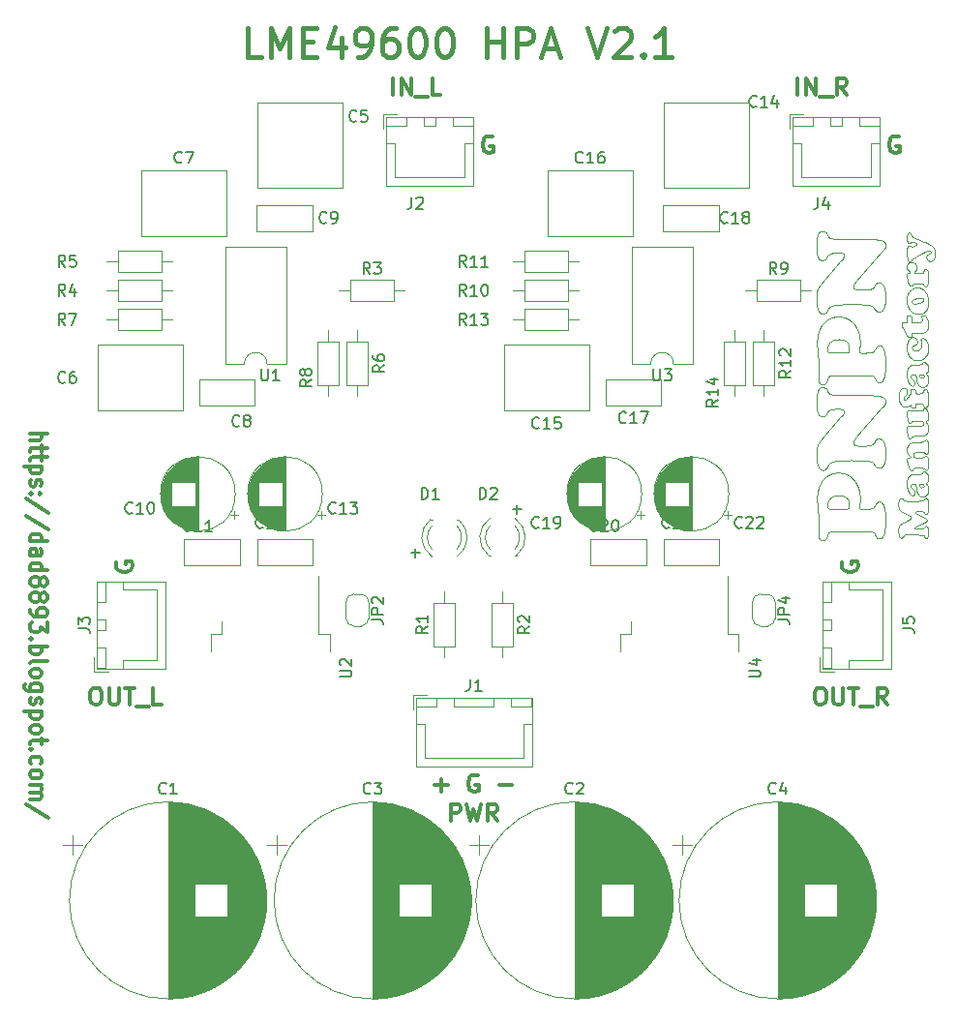
<source format=gto>
G04 #@! TF.GenerationSoftware,KiCad,Pcbnew,(5.1.4)-1*
G04 #@! TF.CreationDate,2019-10-16T10:00:49+09:00*
G04 #@! TF.ProjectId,LME49600_HPA,4c4d4534-3936-4303-905f-4850412e6b69,rev?*
G04 #@! TF.SameCoordinates,Original*
G04 #@! TF.FileFunction,Legend,Top*
G04 #@! TF.FilePolarity,Positive*
%FSLAX46Y46*%
G04 Gerber Fmt 4.6, Leading zero omitted, Abs format (unit mm)*
G04 Created by KiCad (PCBNEW (5.1.4)-1) date 2019-10-16 10:00:49*
%MOMM*%
%LPD*%
G04 APERTURE LIST*
%ADD10C,0.080000*%
%ADD11C,0.150000*%
%ADD12C,0.300000*%
%ADD13C,0.400000*%
%ADD14C,0.120000*%
G04 APERTURE END LIST*
D10*
X189478394Y-80887288D02*
X189498060Y-80947981D01*
X189498060Y-80947981D02*
X189528996Y-81000219D01*
X189528996Y-81000219D02*
X189558740Y-81051519D01*
X189558740Y-81051519D02*
X189568700Y-81070524D01*
X188158813Y-76267702D02*
X188161153Y-76345543D01*
X188161153Y-76345543D02*
X188187442Y-76399556D01*
X188187442Y-76399556D02*
X188255599Y-76411682D01*
X188255599Y-76411682D02*
X188292521Y-76412086D01*
X189662681Y-81452573D02*
X189659560Y-81530651D01*
X189659560Y-81530651D02*
X189650499Y-81605401D01*
X189650499Y-81605401D02*
X189636509Y-81673784D01*
X189636509Y-81673784D02*
X189618274Y-81736304D01*
X189618274Y-81736304D02*
X189595914Y-81794165D01*
X189595914Y-81794165D02*
X189569179Y-81848221D01*
X189569179Y-81848221D02*
X189538151Y-81898024D01*
X189538151Y-81898024D02*
X189501496Y-81944752D01*
X189501496Y-81944752D02*
X189460535Y-81985910D01*
X189460535Y-81985910D02*
X189414698Y-82021633D01*
X189414698Y-82021633D02*
X189363131Y-82051747D01*
X189363131Y-82051747D02*
X189305429Y-82075409D01*
X189305429Y-82075409D02*
X189240675Y-82091753D01*
X189240675Y-82091753D02*
X189167976Y-82099509D01*
X189167976Y-82099509D02*
X189145699Y-82099938D01*
X188158813Y-75998710D02*
X188158813Y-76267702D01*
X189261381Y-81121103D02*
X189248211Y-81053994D01*
X189248211Y-81053994D02*
X189212917Y-81008705D01*
X189212917Y-81008705D02*
X189160697Y-80980665D01*
X189160697Y-80980665D02*
X189094525Y-80965935D01*
X189094525Y-80965935D02*
X189018330Y-80961382D01*
X189018330Y-80961382D02*
X189004815Y-80961318D01*
X187764863Y-75986984D02*
X187766952Y-75909007D01*
X187766952Y-75909007D02*
X187784764Y-75846596D01*
X187784764Y-75846596D02*
X187840662Y-75822162D01*
X187840662Y-75822162D02*
X187919044Y-75819334D01*
X187919044Y-75819334D02*
X187938299Y-75819324D01*
X187735811Y-76400360D02*
X187763205Y-76347414D01*
X187763205Y-76347414D02*
X187764863Y-76260296D01*
X187764863Y-76260296D02*
X187764863Y-76260001D01*
X188708347Y-79764943D02*
X188630571Y-79761282D01*
X188630571Y-79761282D02*
X188559639Y-79751429D01*
X188559639Y-79751429D02*
X188494329Y-79736625D01*
X188494329Y-79736625D02*
X188433305Y-79717571D01*
X188433305Y-79717571D02*
X188375661Y-79694646D01*
X188375661Y-79694646D02*
X188316980Y-79666023D01*
X188316980Y-79666023D02*
X188264458Y-79635486D01*
X188264458Y-79635486D02*
X188215351Y-79602303D01*
X188215351Y-79602303D02*
X188169894Y-79567158D01*
X188169894Y-79567158D02*
X188126581Y-79529222D01*
X188126581Y-79529222D02*
X188086268Y-79489482D01*
X188086268Y-79489482D02*
X188048144Y-79447367D01*
X188048144Y-79447367D02*
X188011893Y-79402547D01*
X188011893Y-79402547D02*
X187977965Y-79355582D01*
X187977965Y-79355582D02*
X187946093Y-79306090D01*
X187946093Y-79306090D02*
X187915523Y-79252518D01*
X187915523Y-79252518D02*
X187888178Y-79198102D01*
X187888178Y-79198102D02*
X187863318Y-79141561D01*
X187863318Y-79141561D02*
X187839833Y-79079554D01*
X187839833Y-79079554D02*
X187820064Y-79017875D01*
X187820064Y-79017875D02*
X187802900Y-78953209D01*
X187802900Y-78953209D02*
X187788547Y-78885344D01*
X187788547Y-78885344D02*
X187777483Y-78815631D01*
X187777483Y-78815631D02*
X187769662Y-78742324D01*
X187769662Y-78742324D02*
X187765469Y-78665404D01*
X187765469Y-78665404D02*
X187764863Y-78622473D01*
X189004815Y-80961318D02*
X188926102Y-80964259D01*
X188926102Y-80964259D02*
X188867180Y-80985705D01*
X188867180Y-80985705D02*
X188837617Y-81036516D01*
X188837617Y-81036516D02*
X188834880Y-81066674D01*
X187468395Y-76412086D02*
X187553874Y-76413023D01*
X187553874Y-76413023D02*
X187634096Y-76413423D01*
X187634096Y-76413423D02*
X187708679Y-76407983D01*
X187708679Y-76407983D02*
X187735811Y-76400360D01*
X188979439Y-77978958D02*
X188995006Y-77912494D01*
X188995006Y-77912494D02*
X189028700Y-77866049D01*
X189028700Y-77866049D02*
X189075051Y-77831206D01*
X189075051Y-77831206D02*
X189133229Y-77808538D01*
X189133229Y-77808538D02*
X189174751Y-77803597D01*
X188534736Y-78911066D02*
X188610734Y-78905374D01*
X188610734Y-78905374D02*
X188677347Y-78891089D01*
X188677347Y-78891089D02*
X188736955Y-78870655D01*
X188736955Y-78870655D02*
X188793435Y-78843963D01*
X188793435Y-78843963D02*
X188843191Y-78813626D01*
X188843191Y-78813626D02*
X188889052Y-78778757D01*
X188889052Y-78778757D02*
X188930590Y-78739811D01*
X188930590Y-78739811D02*
X188968285Y-78696097D01*
X188968285Y-78696097D02*
X189000905Y-78648604D01*
X189000905Y-78648604D02*
X189028767Y-78595979D01*
X189028767Y-78595979D02*
X189050971Y-78537804D01*
X189050971Y-78537804D02*
X189066566Y-78472122D01*
X189066566Y-78472122D02*
X189073313Y-78398822D01*
X189073313Y-78398822D02*
X189073419Y-78388483D01*
X189232504Y-79885001D02*
X189301988Y-79895953D01*
X189301988Y-79895953D02*
X189358611Y-79920098D01*
X189358611Y-79920098D02*
X189407468Y-79951586D01*
X189407468Y-79951586D02*
X189451011Y-79988347D01*
X189451011Y-79988347D02*
X189490250Y-80029282D01*
X189490250Y-80029282D02*
X189525738Y-80073822D01*
X189525738Y-80073822D02*
X189558758Y-80123364D01*
X189558758Y-80123364D02*
X189587677Y-80175542D01*
X189587677Y-80175542D02*
X189612844Y-80231112D01*
X189612844Y-80231112D02*
X189633932Y-80290494D01*
X189633932Y-80290494D02*
X189650231Y-80354363D01*
X189650231Y-80354363D02*
X189660457Y-80424139D01*
X189660457Y-80424139D02*
X189662681Y-80473912D01*
X188158813Y-77511679D02*
X188159110Y-77593364D01*
X188159110Y-77593364D02*
X188152999Y-77667317D01*
X188152999Y-77667317D02*
X188144462Y-77683364D01*
X187316485Y-76575896D02*
X187316403Y-76495301D01*
X187316403Y-76495301D02*
X187334151Y-76431098D01*
X187334151Y-76431098D02*
X187396796Y-76413533D01*
X187396796Y-76413533D02*
X187468395Y-76412086D01*
X187764863Y-80949592D02*
X187767661Y-80871813D01*
X187767661Y-80871813D02*
X187774901Y-80797184D01*
X187774901Y-80797184D02*
X187785564Y-80727075D01*
X187785564Y-80727075D02*
X187799456Y-80660065D01*
X187799456Y-80660065D02*
X187816303Y-80596733D01*
X187816303Y-80596733D02*
X187836471Y-80535725D01*
X187836471Y-80535725D02*
X187860259Y-80476936D01*
X187860259Y-80476936D02*
X187887101Y-80422214D01*
X187887101Y-80422214D02*
X187917012Y-80371599D01*
X187917012Y-80371599D02*
X187951222Y-80323654D01*
X187951222Y-80323654D02*
X187988348Y-80280776D01*
X187988348Y-80280776D02*
X188029919Y-80241612D01*
X188029919Y-80241612D02*
X188076167Y-80206774D01*
X188076167Y-80206774D02*
X188126631Y-80177231D01*
X188126631Y-80177231D02*
X188182571Y-80152922D01*
X188182571Y-80152922D02*
X188245016Y-80134439D01*
X188245016Y-80134439D02*
X188314149Y-80122815D01*
X188314149Y-80122815D02*
X188386677Y-80118990D01*
X187880545Y-77667613D02*
X187356388Y-76778558D01*
X187356388Y-76778558D02*
X187356388Y-76778558D01*
X187999728Y-77702791D02*
X187921715Y-77700634D01*
X187921715Y-77700634D02*
X187880545Y-77667613D01*
X189568700Y-81070524D02*
X189595647Y-81123986D01*
X189595647Y-81123986D02*
X189619004Y-81181458D01*
X189619004Y-81181458D02*
X189637843Y-81243152D01*
X189637843Y-81243152D02*
X189651808Y-81310418D01*
X189651808Y-81310418D02*
X189660202Y-81382895D01*
X189660202Y-81382895D02*
X189662681Y-81452573D01*
X189174751Y-77803597D02*
X189243528Y-77815014D01*
X189243528Y-77815014D02*
X189300575Y-77840503D01*
X189300575Y-77840503D02*
X189350369Y-77874177D01*
X189350369Y-77874177D02*
X189392913Y-77911736D01*
X189392913Y-77911736D02*
X189431774Y-77953829D01*
X189431774Y-77953829D02*
X189467348Y-77999816D01*
X189467348Y-77999816D02*
X189499486Y-78048648D01*
X189499486Y-78048648D02*
X189528526Y-78100120D01*
X189528526Y-78100120D02*
X189555748Y-78156506D01*
X189555748Y-78156506D02*
X189579591Y-78214608D01*
X189579591Y-78214608D02*
X189600288Y-78274404D01*
X189600288Y-78274404D02*
X189618607Y-78338327D01*
X189618607Y-78338327D02*
X189633878Y-78404662D01*
X189633878Y-78404662D02*
X189646367Y-78475643D01*
X189646367Y-78475643D02*
X189655203Y-78546894D01*
X189655203Y-78546894D02*
X189660790Y-78622571D01*
X189660790Y-78622571D02*
X189662681Y-78700352D01*
X188386677Y-80118990D02*
X188748074Y-80118990D01*
X188748074Y-80118990D02*
X188748074Y-80118990D01*
X188317898Y-77729392D02*
X188390856Y-77736740D01*
X188390856Y-77736740D02*
X188452646Y-77755603D01*
X188452646Y-77755603D02*
X188507113Y-77783974D01*
X188507113Y-77783974D02*
X188552658Y-77818841D01*
X188552658Y-77818841D02*
X188591872Y-77860653D01*
X188591872Y-77860653D02*
X188624270Y-77908691D01*
X188624270Y-77908691D02*
X188649883Y-77963808D01*
X188649883Y-77963808D02*
X188667531Y-78026255D01*
X188667531Y-78026255D02*
X188675597Y-78098246D01*
X188675597Y-78098246D02*
X188675795Y-78111616D01*
X188079358Y-81156280D02*
X188091577Y-81224199D01*
X188091577Y-81224199D02*
X188120125Y-81275904D01*
X188120125Y-81275904D02*
X188158838Y-81319773D01*
X188158838Y-81319773D02*
X188201558Y-81357753D01*
X188201558Y-81357753D02*
X188249475Y-81396158D01*
X188249475Y-81396158D02*
X188295703Y-81433387D01*
X188295703Y-81433387D02*
X188338431Y-81471135D01*
X188338431Y-81471135D02*
X188378013Y-81512469D01*
X188378013Y-81512469D02*
X188412505Y-81558453D01*
X188412505Y-81558453D02*
X188440615Y-81611114D01*
X188440615Y-81611114D02*
X188460632Y-81673386D01*
X188460632Y-81673386D02*
X188469572Y-81746215D01*
X188469572Y-81746215D02*
X188469807Y-81760767D01*
X188834880Y-81066674D02*
X188846029Y-81135536D01*
X188846029Y-81135536D02*
X188873334Y-81189366D01*
X188873334Y-81189366D02*
X188911547Y-81231313D01*
X188911547Y-81231313D02*
X188959791Y-81263308D01*
X188959791Y-81263308D02*
X189020087Y-81284227D01*
X189020087Y-81284227D02*
X189066244Y-81288938D01*
X188227592Y-78645749D02*
X188237454Y-78716009D01*
X188237454Y-78716009D02*
X188262833Y-78772846D01*
X188262833Y-78772846D02*
X188298163Y-78817526D01*
X188298163Y-78817526D02*
X188342293Y-78853755D01*
X188342293Y-78853755D02*
X188394195Y-78881893D01*
X188394195Y-78881893D02*
X188454830Y-78901790D01*
X188454830Y-78901790D02*
X188525818Y-78910946D01*
X188525818Y-78910946D02*
X188534736Y-78911066D01*
X188270995Y-81979006D02*
X188201419Y-81967531D01*
X188201419Y-81967531D02*
X188146017Y-81941315D01*
X188146017Y-81941315D02*
X188099809Y-81907046D01*
X188099809Y-81907046D02*
X188059183Y-81866871D01*
X188059183Y-81866871D02*
X188023197Y-81822747D01*
X188023197Y-81822747D02*
X187990055Y-81774322D01*
X187990055Y-81774322D02*
X187960130Y-81723462D01*
X187960130Y-81723462D02*
X187932888Y-81670516D01*
X187932888Y-81670516D02*
X187907298Y-81614164D01*
X187907298Y-81614164D02*
X187884303Y-81557114D01*
X187884303Y-81557114D02*
X187861910Y-81494508D01*
X187861910Y-81494508D02*
X187841098Y-81428472D01*
X187841098Y-81428472D02*
X187822740Y-81361912D01*
X187822740Y-81361912D02*
X187806273Y-81292808D01*
X187806273Y-81292808D02*
X187792698Y-81225538D01*
X187792698Y-81225538D02*
X187781352Y-81156851D01*
X187781352Y-81156851D02*
X187771753Y-81079033D01*
X187771753Y-81079033D02*
X187766108Y-81002336D01*
X187766108Y-81002336D02*
X187764863Y-80949592D01*
X189662681Y-80473912D02*
X189658437Y-80550321D01*
X189658437Y-80550321D02*
X189645631Y-80618237D01*
X189645631Y-80618237D02*
X189623932Y-80678353D01*
X189623932Y-80678353D02*
X189594318Y-80729447D01*
X189594318Y-80729447D02*
X189557883Y-80773422D01*
X189557883Y-80773422D02*
X189517248Y-80814189D01*
X189517248Y-80814189D02*
X189483463Y-80860557D01*
X189483463Y-80860557D02*
X189478394Y-80887288D01*
X188144462Y-77683364D02*
X188084777Y-77703709D01*
X188084777Y-77703709D02*
X188005256Y-77702800D01*
X188005256Y-77702800D02*
X187999728Y-77702791D01*
X188469807Y-81760767D02*
X188460029Y-81832084D01*
X188460029Y-81832084D02*
X188435513Y-81887749D01*
X188435513Y-81887749D02*
X188398298Y-81931963D01*
X188398298Y-81931963D02*
X188348312Y-81963563D01*
X188348312Y-81963563D02*
X188282654Y-81978681D01*
X188282654Y-81978681D02*
X188270995Y-81979006D01*
X189008315Y-77340168D02*
X188263644Y-77340168D01*
X188263644Y-77340168D02*
X188263644Y-77340168D01*
X189214478Y-75803748D02*
X189283703Y-75816121D01*
X189283703Y-75816121D02*
X189337587Y-75842881D01*
X189337587Y-75842881D02*
X189383424Y-75877820D01*
X189383424Y-75877820D02*
X189423831Y-75918526D01*
X189423831Y-75918526D02*
X189459711Y-75963232D01*
X189459711Y-75963232D02*
X189492421Y-76011949D01*
X189492421Y-76011949D02*
X189521952Y-76063572D01*
X189521952Y-76063572D02*
X189548780Y-76118114D01*
X189548780Y-76118114D02*
X189572835Y-76174877D01*
X189572835Y-76174877D02*
X189595337Y-76237008D01*
X189595337Y-76237008D02*
X189614332Y-76299249D01*
X189614332Y-76299249D02*
X189630584Y-76363758D01*
X189630584Y-76363758D02*
X189644720Y-76435280D01*
X189644720Y-76435280D02*
X189654802Y-76506407D01*
X189654802Y-76506407D02*
X189661018Y-76580564D01*
X189661018Y-76580564D02*
X189662681Y-76642050D01*
X188831204Y-76412086D02*
X188907197Y-76407975D01*
X188907197Y-76407975D02*
X188974429Y-76395076D01*
X188974429Y-76395076D02*
X189032254Y-76372167D01*
X189032254Y-76372167D02*
X189078566Y-76338166D01*
X189078566Y-76338166D02*
X189112318Y-76290268D01*
X189112318Y-76290268D02*
X189129749Y-76226850D01*
X189129749Y-76226850D02*
X189131348Y-76197522D01*
X189662681Y-76642050D02*
X189659082Y-76719311D01*
X189659082Y-76719311D02*
X189649787Y-76791228D01*
X189649787Y-76791228D02*
X189635692Y-76858928D01*
X189635692Y-76858928D02*
X189616695Y-76923917D01*
X189616695Y-76923917D02*
X189594467Y-76981854D01*
X189594467Y-76981854D02*
X189567700Y-77036952D01*
X189567700Y-77036952D02*
X189537419Y-77087027D01*
X189537419Y-77087027D02*
X189502965Y-77133264D01*
X189502965Y-77133264D02*
X189464531Y-77175186D01*
X189464531Y-77175186D02*
X189421494Y-77213147D01*
X189421494Y-77213147D02*
X189371857Y-77247959D01*
X189371857Y-77247959D02*
X189319656Y-77276482D01*
X189319656Y-77276482D02*
X189262341Y-77300205D01*
X189262341Y-77300205D02*
X189199478Y-77318821D01*
X189199478Y-77318821D02*
X189126083Y-77332546D01*
X189126083Y-77332546D02*
X189051958Y-77339175D01*
X189051958Y-77339175D02*
X189008315Y-77340168D01*
X189048218Y-75936406D02*
X189069033Y-75876985D01*
X189069033Y-75876985D02*
X189110487Y-75838371D01*
X189110487Y-75838371D02*
X189165177Y-75812132D01*
X189165177Y-75812132D02*
X189214478Y-75803748D01*
X189131348Y-76197522D02*
X189121565Y-76126486D01*
X189121565Y-76126486D02*
X189099202Y-76067383D01*
X189099202Y-76067383D02*
X189072483Y-76013963D01*
X189072483Y-76013963D02*
X189050228Y-75955977D01*
X189050228Y-75955977D02*
X189048218Y-75936406D01*
X189662681Y-78700352D02*
X189660323Y-78778148D01*
X189660323Y-78778148D02*
X189653647Y-78851928D01*
X189653647Y-78851928D02*
X189643062Y-78922482D01*
X189643062Y-78922482D02*
X189628951Y-78989759D01*
X189628951Y-78989759D02*
X189611798Y-79053347D01*
X189611798Y-79053347D02*
X189591537Y-79114578D01*
X189591537Y-79114578D02*
X189568419Y-79173183D01*
X189568419Y-79173183D02*
X189541702Y-79231028D01*
X189541702Y-79231028D02*
X189513859Y-79283316D01*
X189513859Y-79283316D02*
X189483420Y-79333549D01*
X189483420Y-79333549D02*
X189448228Y-79384674D01*
X189448228Y-79384674D02*
X189413155Y-79429717D01*
X189413155Y-79429717D02*
X189374260Y-79474065D01*
X189374260Y-79474065D02*
X189334316Y-79514474D01*
X189334316Y-79514474D02*
X189291489Y-79552886D01*
X189291489Y-79552886D02*
X189245607Y-79589158D01*
X189245607Y-79589158D02*
X189198028Y-79622092D01*
X189198028Y-79622092D02*
X189147115Y-79652654D01*
X189147115Y-79652654D02*
X189093978Y-79679909D01*
X189093978Y-79679909D02*
X189035364Y-79704981D01*
X189035364Y-79704981D02*
X188973720Y-79726176D01*
X188973720Y-79726176D02*
X188910377Y-79742851D01*
X188910377Y-79742851D02*
X188839311Y-79755811D01*
X188839311Y-79755811D02*
X188765304Y-79763240D01*
X188765304Y-79763240D02*
X188708347Y-79764943D01*
X188675795Y-78111616D02*
X188670326Y-78186413D01*
X188670326Y-78186413D02*
X188653717Y-78250622D01*
X188653717Y-78250622D02*
X188626328Y-78303542D01*
X188626328Y-78303542D02*
X188588042Y-78346790D01*
X188588042Y-78346790D02*
X188540403Y-78380799D01*
X188540403Y-78380799D02*
X188486362Y-78407299D01*
X188486362Y-78407299D02*
X188428093Y-78429858D01*
X188428093Y-78429858D02*
X188369712Y-78452280D01*
X188369712Y-78452280D02*
X188315336Y-78479489D01*
X188315336Y-78479489D02*
X188270768Y-78516080D01*
X188270768Y-78516080D02*
X188240400Y-78566606D01*
X188240400Y-78566606D02*
X188227812Y-78634039D01*
X188227812Y-78634039D02*
X188227592Y-78645749D01*
X189073419Y-78388483D02*
X189070098Y-78311352D01*
X189070098Y-78311352D02*
X189060299Y-78240337D01*
X189060299Y-78240337D02*
X189044451Y-78175093D01*
X189044451Y-78175093D02*
X189023261Y-78114130D01*
X189023261Y-78114130D02*
X188999596Y-78056751D01*
X188999596Y-78056751D02*
X188980659Y-77995561D01*
X188980659Y-77995561D02*
X188979439Y-77978958D01*
X188448106Y-80973043D02*
X188368844Y-80974622D01*
X188368844Y-80974622D02*
X188294090Y-80981412D01*
X188294090Y-80981412D02*
X188225798Y-80995391D01*
X188225798Y-80995391D02*
X188167313Y-81018009D01*
X188167313Y-81018009D02*
X188120632Y-81051520D01*
X188120632Y-81051520D02*
X188088825Y-81100681D01*
X188088825Y-81100681D02*
X188079358Y-81156280D01*
X188570963Y-81148404D02*
X188569865Y-81067228D01*
X188569865Y-81067228D02*
X188551741Y-81004923D01*
X188551741Y-81004923D02*
X188498890Y-80976956D01*
X188498890Y-80976956D02*
X188448106Y-80973043D01*
X189145699Y-82099938D02*
X189071838Y-82092740D01*
X189071838Y-82092740D02*
X189008700Y-82075221D01*
X189008700Y-82075221D02*
X188951131Y-82049640D01*
X188951131Y-82049640D02*
X188901354Y-82019336D01*
X188901354Y-82019336D02*
X188856037Y-81984168D01*
X188856037Y-81984168D02*
X188814838Y-81944794D01*
X188814838Y-81944794D02*
X188777178Y-81901330D01*
X188777178Y-81901330D02*
X188743387Y-81854773D01*
X188743387Y-81854773D02*
X188712621Y-81804441D01*
X188712621Y-81804441D02*
X188683806Y-81748228D01*
X188683806Y-81748228D02*
X188659511Y-81691484D01*
X188659511Y-81691484D02*
X188637740Y-81630206D01*
X188637740Y-81630206D02*
X188619446Y-81567246D01*
X188619446Y-81567246D02*
X188604298Y-81502376D01*
X188604298Y-81502376D02*
X188591639Y-81432501D01*
X188591639Y-81432501D02*
X188582170Y-81361325D01*
X188582170Y-81361325D02*
X188575578Y-81287452D01*
X188575578Y-81287452D02*
X188571844Y-81210312D01*
X188571844Y-81210312D02*
X188570963Y-81148404D01*
X189066244Y-81288938D02*
X189136646Y-81278554D01*
X189136646Y-81278554D02*
X189191324Y-81252962D01*
X189191324Y-81252962D02*
X189232371Y-81213987D01*
X189232371Y-81213987D02*
X189257449Y-81158206D01*
X189257449Y-81158206D02*
X189261381Y-81121103D01*
X188983114Y-74275728D02*
X188906179Y-74279286D01*
X188906179Y-74279286D02*
X188832694Y-74286602D01*
X188832694Y-74286602D02*
X188760501Y-74296487D01*
X188760501Y-74296487D02*
X188691364Y-74308362D01*
X188691364Y-74308362D02*
X188624167Y-74322336D01*
X188624167Y-74322336D02*
X188559179Y-74338470D01*
X188559179Y-74338470D02*
X188494709Y-74357565D01*
X188494709Y-74357565D02*
X188434934Y-74378791D01*
X188434934Y-74378791D02*
X188378344Y-74403139D01*
X188378344Y-74403139D02*
X188324575Y-74431903D01*
X188324575Y-74431903D02*
X188276491Y-74465279D01*
X188276491Y-74465279D02*
X188235516Y-74505008D01*
X188235516Y-74505008D02*
X188204711Y-74554210D01*
X188204711Y-74554210D02*
X188191365Y-74618749D01*
X187938299Y-75819324D02*
X188016426Y-75821340D01*
X188016426Y-75821340D02*
X188086421Y-75831833D01*
X188086421Y-75831833D02*
X188135844Y-75862767D01*
X188135844Y-75862767D02*
X188155855Y-75923227D01*
X188155855Y-75923227D02*
X188158813Y-75998710D01*
X188776951Y-75706792D02*
X188699448Y-75703792D01*
X188699448Y-75703792D02*
X188626538Y-75695239D01*
X188626538Y-75695239D02*
X188558685Y-75681903D01*
X188558685Y-75681903D02*
X188495851Y-75664556D01*
X188495851Y-75664556D02*
X188436599Y-75643421D01*
X188436599Y-75643421D02*
X188380809Y-75618908D01*
X188380809Y-75618908D02*
X188327644Y-75590991D01*
X188327644Y-75590991D02*
X188275864Y-75559089D01*
X188275864Y-75559089D02*
X188229080Y-75525829D01*
X188229080Y-75525829D02*
X188184103Y-75489418D01*
X188184103Y-75489418D02*
X188141600Y-75450519D01*
X188141600Y-75450519D02*
X188101684Y-75409475D01*
X188101684Y-75409475D02*
X188062030Y-75363727D01*
X188062030Y-75363727D02*
X188026763Y-75318201D01*
X188026763Y-75318201D02*
X187993635Y-75270552D01*
X187993635Y-75270552D02*
X187962666Y-75220907D01*
X187962666Y-75220907D02*
X187933775Y-75169204D01*
X187933775Y-75169204D02*
X187906532Y-75114554D01*
X187906532Y-75114554D02*
X187881536Y-75058006D01*
X187881536Y-75058006D02*
X187858905Y-74999894D01*
X187858905Y-74999894D02*
X187837171Y-74935620D01*
X187837171Y-74935620D02*
X187818938Y-74872501D01*
X187818938Y-74872501D02*
X187803160Y-74807497D01*
X187803160Y-74807497D02*
X187789506Y-74738229D01*
X187789506Y-74738229D02*
X187778913Y-74668651D01*
X187778913Y-74668651D02*
X187771097Y-74596405D01*
X187771097Y-74596405D02*
X187766305Y-74521159D01*
X187766305Y-74521159D02*
X187764863Y-74451089D01*
X188162488Y-77359594D02*
X188157383Y-77437725D01*
X188157383Y-77437725D02*
X188158813Y-77511679D01*
X189207303Y-74455114D02*
X189199035Y-74383040D01*
X189199035Y-74383040D02*
X189169423Y-74332575D01*
X189169423Y-74332575D02*
X189122212Y-74299671D01*
X189122212Y-74299671D02*
X189059989Y-74281467D01*
X189059989Y-74281467D02*
X188985145Y-74275729D01*
X188985145Y-74275729D02*
X188983114Y-74275728D01*
X188408203Y-74809861D02*
X188482724Y-74803679D01*
X188482724Y-74803679D02*
X188555041Y-74795683D01*
X188555041Y-74795683D02*
X188626159Y-74785838D01*
X188626159Y-74785838D02*
X188694644Y-74774293D01*
X188694644Y-74774293D02*
X188762501Y-74760562D01*
X188762501Y-74760562D02*
X188828267Y-74744644D01*
X188828267Y-74744644D02*
X188891224Y-74726423D01*
X188891224Y-74726423D02*
X188951258Y-74705537D01*
X188951258Y-74705537D02*
X189007720Y-74681663D01*
X189007720Y-74681663D02*
X189060237Y-74654142D01*
X189060237Y-74654142D02*
X189110044Y-74620520D01*
X189110044Y-74620520D02*
X189151739Y-74581988D01*
X189151739Y-74581988D02*
X189185105Y-74534758D01*
X189185105Y-74534758D02*
X189205249Y-74474649D01*
X189205249Y-74474649D02*
X189207303Y-74455114D01*
X188191365Y-74618749D02*
X188203177Y-74687056D01*
X188203177Y-74687056D02*
X188232526Y-74738138D01*
X188232526Y-74738138D02*
X188275177Y-74776165D01*
X188275177Y-74776165D02*
X188330390Y-74801521D01*
X188330390Y-74801521D02*
X188401742Y-74810244D01*
X188401742Y-74810244D02*
X188408203Y-74809861D01*
X189662681Y-74638351D02*
X189660738Y-74716408D01*
X189660738Y-74716408D02*
X189655022Y-74792360D01*
X189655022Y-74792360D02*
X189645988Y-74864024D01*
X189645988Y-74864024D02*
X189633678Y-74933337D01*
X189633678Y-74933337D02*
X189618627Y-74998641D01*
X189618627Y-74998641D02*
X189600840Y-75061055D01*
X189600840Y-75061055D02*
X189580367Y-75120871D01*
X189580367Y-75120871D02*
X189556885Y-75179047D01*
X189556885Y-75179047D02*
X189530699Y-75234720D01*
X189530699Y-75234720D02*
X189502439Y-75286813D01*
X189502439Y-75286813D02*
X189471521Y-75336574D01*
X189471521Y-75336574D02*
X189437965Y-75383856D01*
X189437965Y-75383856D02*
X189400852Y-75429589D01*
X189400852Y-75429589D02*
X189362017Y-75471400D01*
X189362017Y-75471400D02*
X189320608Y-75510292D01*
X189320608Y-75510292D02*
X189275510Y-75546975D01*
X189275510Y-75546975D02*
X189227751Y-75580284D01*
X189227751Y-75580284D02*
X189177355Y-75610061D01*
X189177355Y-75610061D02*
X189120356Y-75637908D01*
X189120356Y-75637908D02*
X189061594Y-75660893D01*
X189061594Y-75660893D02*
X188994498Y-75680831D01*
X188994498Y-75680831D02*
X188926958Y-75694810D01*
X188926958Y-75694810D02*
X188854778Y-75703659D01*
X188854778Y-75703659D02*
X188777786Y-75706791D01*
X188777786Y-75706791D02*
X188776951Y-75706792D01*
X187764863Y-78622473D02*
X187766762Y-78542866D01*
X187766762Y-78542866D02*
X187772719Y-78462953D01*
X187772719Y-78462953D02*
X187781777Y-78391666D01*
X187781777Y-78391666D02*
X187794066Y-78323564D01*
X187794066Y-78323564D02*
X187809650Y-78257888D01*
X187809650Y-78257888D02*
X187828122Y-78195957D01*
X187828122Y-78195957D02*
X187849553Y-78137059D01*
X187849553Y-78137059D02*
X187874410Y-78080136D01*
X187874410Y-78080136D02*
X187901933Y-78027025D01*
X187901933Y-78027025D02*
X187933214Y-77975899D01*
X187933214Y-77975899D02*
X187966991Y-77929094D01*
X187966991Y-77929094D02*
X188005485Y-77884116D01*
X188005485Y-77884116D02*
X188048313Y-77842605D01*
X188048313Y-77842605D02*
X188093220Y-77807173D01*
X188093220Y-77807173D02*
X188143827Y-77775876D01*
X188143827Y-77775876D02*
X188199816Y-77750872D01*
X188199816Y-77750872D02*
X188264316Y-77733886D01*
X188264316Y-77733886D02*
X188317898Y-77729392D01*
X187764863Y-76260001D02*
X187764863Y-75986984D01*
X187764863Y-75986984D02*
X187764863Y-75986984D01*
X187356388Y-76778558D02*
X187328884Y-76725857D01*
X187328884Y-76725857D02*
X187315525Y-76658463D01*
X187315525Y-76658463D02*
X187316480Y-76579285D01*
X187316480Y-76579285D02*
X187316485Y-76575896D01*
X188708347Y-73378798D02*
X188785999Y-73382790D01*
X188785999Y-73382790D02*
X188856402Y-73393577D01*
X188856402Y-73393577D02*
X188920370Y-73409642D01*
X188920370Y-73409642D02*
X188980157Y-73430391D01*
X188980157Y-73430391D02*
X189035752Y-73454993D01*
X189035752Y-73454993D02*
X189087867Y-73483041D01*
X189087867Y-73483041D02*
X189139643Y-73516061D01*
X189139643Y-73516061D02*
X189186665Y-73550881D01*
X189186665Y-73550881D02*
X189230152Y-73587565D01*
X189230152Y-73587565D02*
X189271456Y-73626789D01*
X189271456Y-73626789D02*
X189310440Y-73668151D01*
X189310440Y-73668151D02*
X189347544Y-73711893D01*
X189347544Y-73711893D02*
X189382485Y-73757492D01*
X189382485Y-73757492D02*
X189415991Y-73805810D01*
X189415991Y-73805810D02*
X189447942Y-73856750D01*
X189447942Y-73856750D02*
X189477394Y-73908669D01*
X189477394Y-73908669D02*
X189505366Y-73963293D01*
X189505366Y-73963293D02*
X189531687Y-74020522D01*
X189531687Y-74020522D02*
X189555386Y-74078175D01*
X189555386Y-74078175D02*
X189577671Y-74139363D01*
X189577671Y-74139363D02*
X189597199Y-74200592D01*
X189597199Y-74200592D02*
X189614573Y-74263747D01*
X189614573Y-74263747D02*
X189629700Y-74329078D01*
X189629700Y-74329078D02*
X189642601Y-74398090D01*
X189642601Y-74398090D02*
X189652560Y-74468794D01*
X189652560Y-74468794D02*
X189659514Y-74544282D01*
X189659514Y-74544282D02*
X189662586Y-74622368D01*
X189662586Y-74622368D02*
X189662681Y-74638351D01*
X188263644Y-77340168D02*
X188186941Y-77343660D01*
X188186941Y-77343660D02*
X188162488Y-77359594D01*
X187764863Y-74451089D02*
X187767263Y-74369569D01*
X187767263Y-74369569D02*
X187773806Y-74295391D01*
X187773806Y-74295391D02*
X187784233Y-74224294D01*
X187784233Y-74224294D02*
X187798037Y-74157333D01*
X187798037Y-74157333D02*
X187815120Y-74093327D01*
X187815120Y-74093327D02*
X187835110Y-74032658D01*
X187835110Y-74032658D02*
X187858544Y-73973339D01*
X187858544Y-73973339D02*
X187885621Y-73915193D01*
X187885621Y-73915193D02*
X187913774Y-73862966D01*
X187913774Y-73862966D02*
X187944558Y-73812925D01*
X187944558Y-73812925D02*
X187977858Y-73765147D01*
X187977858Y-73765147D02*
X188013079Y-73720303D01*
X188013079Y-73720303D02*
X188052348Y-73675886D01*
X188052348Y-73675886D02*
X188092283Y-73635706D01*
X188092283Y-73635706D02*
X188134513Y-73597852D01*
X188134513Y-73597852D02*
X188181559Y-73560501D01*
X188181559Y-73560501D02*
X188229041Y-73527312D01*
X188229041Y-73527312D02*
X188280361Y-73495961D01*
X188280361Y-73495961D02*
X188332964Y-73468230D01*
X188332964Y-73468230D02*
X188389200Y-73443102D01*
X188389200Y-73443102D02*
X188447971Y-73421500D01*
X188447971Y-73421500D02*
X188510712Y-73403422D01*
X188510712Y-73403422D02*
X188579504Y-73389316D01*
X188579504Y-73389316D02*
X188652330Y-73380802D01*
X188652330Y-73380802D02*
X188708347Y-73378798D01*
X188292521Y-76412086D02*
X188831204Y-76412086D01*
X189059068Y-86885960D02*
X189130329Y-86877087D01*
X189130329Y-86877087D02*
X189193684Y-86859542D01*
X189193684Y-86859542D02*
X189246696Y-86832333D01*
X189246696Y-86832333D02*
X189290444Y-86794789D01*
X189290444Y-86794789D02*
X189328604Y-86752290D01*
X189328604Y-86752290D02*
X189374491Y-86717998D01*
X189374491Y-86717998D02*
X189434992Y-86706749D01*
X188444430Y-82298226D02*
X188494728Y-82328313D01*
X188494728Y-82328313D02*
X188505854Y-82397322D01*
X188505854Y-82397322D02*
X188505859Y-82399557D01*
X188180514Y-82278799D02*
X188444430Y-82298226D01*
X188444430Y-82298226D02*
X188444430Y-82298226D01*
X189651830Y-87424118D02*
X189651519Y-87505890D01*
X189651519Y-87505890D02*
X189648777Y-87583880D01*
X189648777Y-87583880D02*
X189642326Y-87658776D01*
X189642326Y-87658776D02*
X189631206Y-87729209D01*
X189631206Y-87729209D02*
X189614633Y-87792768D01*
X189614633Y-87792768D02*
X189590925Y-87849115D01*
X189590925Y-87849115D02*
X189556848Y-87896649D01*
X189556848Y-87896649D02*
X189509009Y-87929165D01*
X189509009Y-87929165D02*
X189456693Y-87938825D01*
X187804591Y-82450310D02*
X187798871Y-82525034D01*
X187798871Y-82525034D02*
X187782607Y-82591292D01*
X187782607Y-82591292D02*
X187758146Y-82648400D01*
X187758146Y-82648400D02*
X187725207Y-82701537D01*
X187725207Y-82701537D02*
X187689425Y-82746276D01*
X187689425Y-82746276D02*
X187650608Y-82787613D01*
X187650608Y-82787613D02*
X187608763Y-82828850D01*
X187608763Y-82828850D02*
X187568682Y-82869160D01*
X187568682Y-82869160D02*
X187531336Y-82912535D01*
X187531336Y-82912535D02*
X187500465Y-82962123D01*
X187500465Y-82962123D02*
X187481472Y-83023589D01*
X187481472Y-83023589D02*
X187479246Y-83054797D01*
X189199952Y-85272535D02*
X189191186Y-85200895D01*
X189191186Y-85200895D02*
X189166877Y-85145099D01*
X189166877Y-85145099D02*
X189128666Y-85101971D01*
X189128666Y-85101971D02*
X189079205Y-85070719D01*
X189079205Y-85070719D02*
X189020113Y-85049385D01*
X189020113Y-85049385D02*
X188950098Y-85036025D01*
X188950098Y-85036025D02*
X188875201Y-85030038D01*
X188875201Y-85030038D02*
X188795545Y-85029118D01*
X188795545Y-85029118D02*
X188715394Y-85030569D01*
X188715394Y-85030569D02*
X188686645Y-85030845D01*
X188064832Y-83659110D02*
X188004876Y-83680031D01*
X188004876Y-83680031D02*
X187951396Y-83710118D01*
X187951396Y-83710118D02*
X187898927Y-83738648D01*
X187898927Y-83738648D02*
X187842700Y-83764662D01*
X187842700Y-83764662D02*
X187783442Y-83785627D01*
X187783442Y-83785627D02*
X187717790Y-83800635D01*
X187717790Y-83800635D02*
X187644269Y-83807253D01*
X187644269Y-83807253D02*
X187634655Y-83807344D01*
X188133611Y-83768317D02*
X188122053Y-83699115D01*
X188122053Y-83699115D02*
X188080405Y-83660641D01*
X188080405Y-83660641D02*
X188064832Y-83659110D01*
X189651830Y-85682060D02*
X189649643Y-85760756D01*
X189649643Y-85760756D02*
X189643032Y-85834543D01*
X189643032Y-85834543D02*
X189631571Y-85904993D01*
X189631571Y-85904993D02*
X189615432Y-85969661D01*
X189615432Y-85969661D02*
X189593114Y-86032349D01*
X189593114Y-86032349D02*
X189566473Y-86087131D01*
X189566473Y-86087131D02*
X189535031Y-86136055D01*
X189535031Y-86136055D02*
X189498239Y-86179981D01*
X189498239Y-86179981D02*
X189455891Y-86218937D01*
X189455891Y-86218937D02*
X189408689Y-86252362D01*
X189408689Y-86252362D02*
X189356500Y-86280665D01*
X189356500Y-86280665D02*
X189299438Y-86304067D01*
X189299438Y-86304067D02*
X189236848Y-86323058D01*
X189236848Y-86323058D02*
X189169631Y-86337661D01*
X189169631Y-86337661D02*
X189099603Y-86348107D01*
X189099603Y-86348107D02*
X189025202Y-86355234D01*
X189025202Y-86355234D02*
X188948373Y-86359449D01*
X188948373Y-86359449D02*
X188870302Y-86361420D01*
X188870302Y-86361420D02*
X188786782Y-86361853D01*
X188786782Y-86361853D02*
X188700454Y-86361355D01*
X188700454Y-86361355D02*
X188619502Y-86360738D01*
X188619502Y-86360738D02*
X188567288Y-86360577D01*
X187775714Y-87595804D02*
X187778139Y-87517918D01*
X187778139Y-87517918D02*
X187785459Y-87444862D01*
X187785459Y-87444862D02*
X187797969Y-87375558D01*
X187797969Y-87375558D02*
X187815731Y-87310989D01*
X187815731Y-87310989D02*
X187838158Y-87252780D01*
X187838158Y-87252780D02*
X187865538Y-87199554D01*
X187865538Y-87199554D02*
X187897712Y-87151422D01*
X187897712Y-87151422D02*
X187934691Y-87108128D01*
X187934691Y-87108128D02*
X187977222Y-87068897D01*
X187977222Y-87068897D02*
X188023736Y-87034973D01*
X188023736Y-87034973D02*
X188074553Y-87005620D01*
X188074553Y-87005620D02*
X188130157Y-86980326D01*
X188130157Y-86980326D02*
X188190057Y-86959090D01*
X188190057Y-86959090D02*
X188253657Y-86941758D01*
X188253657Y-86941758D02*
X188320655Y-86927979D01*
X188320655Y-86927979D02*
X188392749Y-86917113D01*
X188392749Y-86917113D02*
X188465155Y-86909371D01*
X188465155Y-86909371D02*
X188540699Y-86903837D01*
X188540699Y-86903837D02*
X188621572Y-86899994D01*
X188621572Y-86899994D02*
X188705640Y-86897474D01*
X188705640Y-86897474D02*
X188784623Y-86895798D01*
X188784623Y-86895798D02*
X188864851Y-86894129D01*
X188864851Y-86894129D02*
X188942823Y-86891900D01*
X188942823Y-86891900D02*
X189020951Y-86888380D01*
X189020951Y-86888380D02*
X189059068Y-86885960D01*
X188321573Y-84145640D02*
X189048218Y-84145640D01*
X189004815Y-90546837D02*
X188926102Y-90549778D01*
X188926102Y-90549778D02*
X188867180Y-90571224D01*
X188867180Y-90571224D02*
X188837617Y-90622036D01*
X188837617Y-90622036D02*
X188834880Y-90652193D01*
X187916598Y-88262595D02*
X187981702Y-88266446D01*
X189434992Y-89354313D02*
X189369515Y-89339656D01*
X189369515Y-89339656D02*
X189333517Y-89295477D01*
X189333517Y-89295477D02*
X189304073Y-89244490D01*
X189304073Y-89244490D02*
X189261703Y-89206770D01*
X189261703Y-89206770D02*
X189204812Y-89182630D01*
X189204812Y-89182630D02*
X189138120Y-89169206D01*
X189138120Y-89169206D02*
X189063087Y-89163392D01*
X189063087Y-89163392D02*
X189062569Y-89163376D01*
X189651830Y-84835883D02*
X189645969Y-84910638D01*
X189645969Y-84910638D02*
X189624911Y-84970693D01*
X189624911Y-84970693D02*
X189581274Y-85008917D01*
X189581274Y-85008917D02*
X189513118Y-85021515D01*
X189513118Y-85021515D02*
X189451554Y-85040282D01*
X189451554Y-85040282D02*
X189434992Y-85093149D01*
X187775714Y-85615731D02*
X187786199Y-85546164D01*
X187786199Y-85546164D02*
X187826392Y-85505602D01*
X187826392Y-85505602D02*
X187896144Y-85494966D01*
X187896144Y-85494966D02*
X187913097Y-85494799D01*
X188147962Y-89377764D02*
X188091598Y-89353116D01*
X188091598Y-89353116D02*
X188052858Y-89309617D01*
X188052858Y-89309617D02*
X188021636Y-89260083D01*
X188021636Y-89260083D02*
X187994545Y-89207153D01*
X187994545Y-89207153D02*
X187969719Y-89150779D01*
X187969719Y-89150779D02*
X187947132Y-89093060D01*
X187947132Y-89093060D02*
X187925601Y-89032376D01*
X187925601Y-89032376D02*
X187905531Y-88970788D01*
X187905531Y-88970788D02*
X187886948Y-88909340D01*
X187886948Y-88909340D02*
X187869303Y-88846898D01*
X187869303Y-88846898D02*
X187852032Y-88781685D01*
X187852032Y-88781685D02*
X187835620Y-88715592D01*
X187835620Y-88715592D02*
X187820387Y-88650121D01*
X187820387Y-88650121D02*
X187806113Y-88584309D01*
X187806113Y-88584309D02*
X187792658Y-88516704D01*
X187792658Y-88516704D02*
X187780820Y-88448293D01*
X187780820Y-88448293D02*
X187775714Y-88402954D01*
X188017929Y-86629569D02*
X187959904Y-86606459D01*
X187959904Y-86606459D02*
X187923233Y-86562474D01*
X187923233Y-86562474D02*
X187895873Y-86509484D01*
X187895873Y-86509484D02*
X187873868Y-86450411D01*
X187873868Y-86450411D02*
X187855768Y-86387495D01*
X187855768Y-86387495D02*
X187840704Y-86322263D01*
X187840704Y-86322263D02*
X187827709Y-86253652D01*
X187827709Y-86253652D02*
X187816542Y-86182471D01*
X187816542Y-86182471D02*
X187806999Y-86109466D01*
X187806999Y-86109466D02*
X187799064Y-86036695D01*
X187799064Y-86036695D02*
X187792356Y-85962719D01*
X187792356Y-85962719D02*
X187786710Y-85886715D01*
X187786710Y-85886715D02*
X187782120Y-85809239D01*
X187782120Y-85809239D02*
X187778588Y-85730396D01*
X187778588Y-85730396D02*
X187776241Y-85651445D01*
X187776241Y-85651445D02*
X187775714Y-85615731D01*
X187923948Y-88013030D02*
X187886901Y-87969271D01*
X187886901Y-87969271D02*
X187854536Y-87921616D01*
X187854536Y-87921616D02*
X187827161Y-87868904D01*
X187827161Y-87868904D02*
X187805271Y-87810679D01*
X187805271Y-87810679D02*
X187788975Y-87745309D01*
X187788975Y-87745309D02*
X187779136Y-87674631D01*
X187779136Y-87674631D02*
X187775715Y-87597753D01*
X187775715Y-87597753D02*
X187775714Y-87595804D01*
X187634655Y-83807344D02*
X187559333Y-83802151D01*
X187559333Y-83802151D02*
X187492555Y-83787798D01*
X187492555Y-83787798D02*
X187433387Y-83765911D01*
X187433387Y-83765911D02*
X187378772Y-83736467D01*
X187378772Y-83736467D02*
X187331828Y-83702522D01*
X187331828Y-83702522D02*
X187290051Y-83664052D01*
X187290051Y-83664052D02*
X187252540Y-83621270D01*
X187252540Y-83621270D02*
X187218918Y-83574546D01*
X187218918Y-83574546D02*
X187188884Y-83524166D01*
X187188884Y-83524166D02*
X187162318Y-83470602D01*
X187162318Y-83470602D02*
X187138644Y-83413107D01*
X187138644Y-83413107D02*
X187117743Y-83351328D01*
X187117743Y-83351328D02*
X187100401Y-83288060D01*
X187100401Y-83288060D02*
X187086109Y-83222274D01*
X187086109Y-83222274D02*
X187074653Y-83152706D01*
X187074653Y-83152706D02*
X187066364Y-83080530D01*
X187066364Y-83080530D02*
X187061309Y-83004145D01*
X187061309Y-83004145D02*
X187059920Y-82937715D01*
X187978026Y-84137765D02*
X188057536Y-84138825D01*
X188057536Y-84138825D02*
X188137780Y-84141285D01*
X188137780Y-84141285D02*
X188220621Y-84144004D01*
X188220621Y-84144004D02*
X188301607Y-84145562D01*
X188301607Y-84145562D02*
X188321573Y-84145640D01*
X189337336Y-83931252D02*
X189400964Y-83947963D01*
X189400964Y-83947963D02*
X189445912Y-83983260D01*
X189445912Y-83983260D02*
X189481167Y-84028069D01*
X189481167Y-84028069D02*
X189510418Y-84079402D01*
X189510418Y-84079402D02*
X189535063Y-84134974D01*
X189535063Y-84134974D02*
X189556345Y-84194226D01*
X189556345Y-84194226D02*
X189575072Y-84257227D01*
X189575072Y-84257227D02*
X189591087Y-84321424D01*
X189591087Y-84321424D02*
X189605437Y-84389580D01*
X189605437Y-84389580D02*
X189617737Y-84458936D01*
X189617737Y-84458936D02*
X189628255Y-84529824D01*
X189628255Y-84529824D02*
X189637146Y-84602902D01*
X189637146Y-84602902D02*
X189644301Y-84677856D01*
X189644301Y-84677856D02*
X189649456Y-84754373D01*
X189649456Y-84754373D02*
X189651823Y-84832705D01*
X189651823Y-84832705D02*
X189651830Y-84835883D01*
X188296196Y-85046421D02*
X188236093Y-85066373D01*
X188236093Y-85066373D02*
X188191209Y-85102611D01*
X188191209Y-85102611D02*
X188158881Y-85151587D01*
X188158881Y-85151587D02*
X188131352Y-85204078D01*
X188131352Y-85204078D02*
X188094871Y-85248060D01*
X188094871Y-85248060D02*
X188034798Y-85268409D01*
X188034798Y-85268409D02*
X188025104Y-85268685D01*
X188317898Y-88028606D02*
X188326628Y-88101929D01*
X188326628Y-88101929D02*
X188352179Y-88159322D01*
X188352179Y-88159322D02*
X188391689Y-88200513D01*
X188391689Y-88200513D02*
X188444176Y-88228808D01*
X188444176Y-88228808D02*
X188507421Y-88245777D01*
X188507421Y-88245777D02*
X188580176Y-88253716D01*
X188580176Y-88253716D02*
X188658760Y-88255276D01*
X188658760Y-88255276D02*
X188730048Y-88254720D01*
X188025104Y-85268685D02*
X187966616Y-85246854D01*
X187966616Y-85246854D02*
X187928436Y-85203982D01*
X187928436Y-85203982D02*
X187899884Y-85152215D01*
X187899884Y-85152215D02*
X187876694Y-85094059D01*
X187876694Y-85094059D02*
X187857689Y-85032529D01*
X187857689Y-85032529D02*
X187841453Y-84967175D01*
X187841453Y-84967175D02*
X187827755Y-84900049D01*
X187827755Y-84900049D02*
X187815853Y-84829869D01*
X187815853Y-84829869D02*
X187805727Y-84758288D01*
X187805727Y-84758288D02*
X187797152Y-84685494D01*
X187797152Y-84685494D02*
X187790057Y-84612556D01*
X187790057Y-84612556D02*
X187784137Y-84537129D01*
X187784137Y-84537129D02*
X187779575Y-84461279D01*
X187779575Y-84461279D02*
X187776478Y-84383818D01*
X187776478Y-84383818D02*
X187775714Y-84336752D01*
X189434992Y-85093149D02*
X189456789Y-85153404D01*
X189456789Y-85153404D02*
X189488076Y-85203573D01*
X189488076Y-85203573D02*
X189520136Y-85253452D01*
X189520136Y-85253452D02*
X189543499Y-85292136D01*
X187981702Y-88266446D02*
X188045072Y-88249331D01*
X188045072Y-88249331D02*
X188075073Y-88199163D01*
X188075073Y-88199163D02*
X188075682Y-88188391D01*
X188111910Y-82656998D02*
X188109795Y-82579080D01*
X188109795Y-82579080D02*
X188106159Y-82500157D01*
X188106159Y-82500157D02*
X188104943Y-82420108D01*
X188104943Y-82420108D02*
X188112061Y-82347137D01*
X188112061Y-82347137D02*
X188138089Y-82292381D01*
X188138089Y-82292381D02*
X188180514Y-82278799D01*
X188072007Y-82711601D02*
X188111324Y-82670694D01*
X188111324Y-82670694D02*
X188111910Y-82656998D01*
X187609279Y-83187281D02*
X187676870Y-83174502D01*
X187676870Y-83174502D02*
X187728322Y-83145528D01*
X187728322Y-83145528D02*
X187770948Y-83107284D01*
X187770948Y-83107284D02*
X187807529Y-83063832D01*
X187807529Y-83063832D02*
X187841196Y-83015844D01*
X187841196Y-83015844D02*
X187872198Y-82966377D01*
X187872198Y-82966377D02*
X187902131Y-82916066D01*
X187902131Y-82916066D02*
X187932932Y-82864668D01*
X187932932Y-82864668D02*
X187964513Y-82815812D01*
X187964513Y-82815812D02*
X187999249Y-82770179D01*
X187999249Y-82770179D02*
X188041157Y-82729962D01*
X188041157Y-82729962D02*
X188072007Y-82711601D01*
X187479246Y-83054797D02*
X187495077Y-83120472D01*
X187495077Y-83120472D02*
X187532687Y-83163367D01*
X187532687Y-83163367D02*
X187590379Y-83186006D01*
X187590379Y-83186006D02*
X187609279Y-83187281D01*
X189153049Y-87790766D02*
X189076714Y-87783720D01*
X189076714Y-87783720D02*
X189002698Y-87776178D01*
X189002698Y-87776178D02*
X188927954Y-87769226D01*
X188927954Y-87769226D02*
X188852618Y-87763789D01*
X188852618Y-87763789D02*
X188774885Y-87760708D01*
X188774885Y-87760708D02*
X188694702Y-87761328D01*
X188694702Y-87761328D02*
X188619915Y-87766802D01*
X188619915Y-87766802D02*
X188550310Y-87778022D01*
X188550310Y-87778022D02*
X188487658Y-87795749D01*
X188487658Y-87795749D02*
X188431062Y-87821928D01*
X188431062Y-87821928D02*
X188385166Y-87856200D01*
X188385166Y-87856200D02*
X188348652Y-87902374D01*
X188348652Y-87902374D02*
X188325796Y-87959567D01*
X188325796Y-87959567D02*
X188317898Y-88028606D01*
X188505859Y-83694287D02*
X188508042Y-83773575D01*
X188508042Y-83773575D02*
X188494445Y-83841028D01*
X188494445Y-83841028D02*
X188458956Y-83861947D01*
X189543499Y-85292136D02*
X189571579Y-85344096D01*
X189571579Y-85344096D02*
X189596693Y-85399221D01*
X189596693Y-85399221D02*
X189618180Y-85458514D01*
X189618180Y-85458514D02*
X189635074Y-85522242D01*
X189635074Y-85522242D02*
X189646598Y-85591461D01*
X189646598Y-85591461D02*
X189651681Y-85666593D01*
X189651681Y-85666593D02*
X189651830Y-85682060D01*
X188730048Y-88254720D02*
X189008315Y-88254720D01*
X189008315Y-88254720D02*
X189008315Y-88254720D01*
X188567288Y-86360577D02*
X188488322Y-86362622D01*
X188488322Y-86362622D02*
X188414137Y-86369333D01*
X188414137Y-86369333D02*
X188344734Y-86382018D01*
X188344734Y-86382018D02*
X188283934Y-86401648D01*
X188283934Y-86401648D02*
X188232293Y-86430150D01*
X188232293Y-86430150D02*
X188191521Y-86469597D01*
X188191521Y-86469597D02*
X188161622Y-86520546D01*
X188161622Y-86520546D02*
X188135385Y-86574644D01*
X188135385Y-86574644D02*
X188094894Y-86614431D01*
X188094894Y-86614431D02*
X188029659Y-86629335D01*
X188029659Y-86629335D02*
X188017929Y-86629569D01*
X189651830Y-88800754D02*
X189651199Y-88880335D01*
X189651199Y-88880335D02*
X189648026Y-88959990D01*
X189648026Y-88959990D02*
X189641513Y-89035009D01*
X189641513Y-89035009D02*
X189630993Y-89105683D01*
X189630993Y-89105683D02*
X189615739Y-89171042D01*
X189615739Y-89171042D02*
X189594751Y-89230071D01*
X189594751Y-89230071D02*
X189566118Y-89281882D01*
X189566118Y-89281882D02*
X189527147Y-89323513D01*
X189527147Y-89323513D02*
X189472879Y-89349876D01*
X189472879Y-89349876D02*
X189434992Y-89354313D01*
X188458956Y-83861947D02*
X188378136Y-83862512D01*
X188378136Y-83862512D02*
X188297954Y-83863664D01*
X188297954Y-83863664D02*
X188219175Y-83862386D01*
X188219175Y-83862386D02*
X188157106Y-83844058D01*
X188157106Y-83844058D02*
X188135019Y-83785963D01*
X188135019Y-83785963D02*
X188133611Y-83768317D01*
X187913097Y-85494799D02*
X188831204Y-85494799D01*
X188831204Y-85494799D02*
X188831204Y-85494799D01*
X188686645Y-85030845D02*
X188605472Y-85030579D01*
X188605472Y-85030579D02*
X188523617Y-85030805D01*
X188523617Y-85030805D02*
X188443448Y-85032771D01*
X188443448Y-85032771D02*
X188368143Y-85037480D01*
X188368143Y-85037480D02*
X188296873Y-85046307D01*
X188296873Y-85046307D02*
X188296196Y-85046421D01*
X189048218Y-84145640D02*
X189118962Y-84135369D01*
X189118962Y-84135369D02*
X189168519Y-84104681D01*
X189168519Y-84104681D02*
X189200822Y-84056424D01*
X189200822Y-84056424D02*
X189226070Y-84000558D01*
X189226070Y-84000558D02*
X189261301Y-83953684D01*
X189261301Y-83953684D02*
X189319806Y-83932047D01*
X189319806Y-83932047D02*
X189337336Y-83931252D01*
X189261381Y-90706622D02*
X189248211Y-90639514D01*
X189248211Y-90639514D02*
X189212917Y-90594225D01*
X189212917Y-90594225D02*
X189160697Y-90566184D01*
X189160697Y-90566184D02*
X189094525Y-90551454D01*
X189094525Y-90551454D02*
X189018330Y-90546901D01*
X189018330Y-90546901D02*
X189004815Y-90546837D01*
X187775714Y-84336752D02*
X187783946Y-84264650D01*
X187783946Y-84264650D02*
X187808503Y-84208888D01*
X187808503Y-84208888D02*
X187849078Y-84169326D01*
X187849078Y-84169326D02*
X187905876Y-84145578D01*
X187905876Y-84145578D02*
X187978026Y-84137765D01*
X189456693Y-87938825D02*
X189393032Y-87922449D01*
X189393032Y-87922449D02*
X189352666Y-87882111D01*
X189352666Y-87882111D02*
X189312536Y-87841750D01*
X189312536Y-87841750D02*
X189260589Y-87812948D01*
X189260589Y-87812948D02*
X189196349Y-87796057D01*
X189196349Y-87796057D02*
X189153049Y-87790766D01*
X187775714Y-88402954D02*
X187791239Y-88337153D01*
X187791239Y-88337153D02*
X187827789Y-88293134D01*
X187827789Y-88293134D02*
X187883842Y-88266358D01*
X187883842Y-88266358D02*
X187916598Y-88262595D01*
X188520385Y-89147800D02*
X188445340Y-89153222D01*
X188445340Y-89153222D02*
X188386330Y-89174312D01*
X188386330Y-89174312D02*
X188341218Y-89210513D01*
X188341218Y-89210513D02*
X188307474Y-89256914D01*
X188307474Y-89256914D02*
X188276806Y-89306938D01*
X188276806Y-89306938D02*
X188239267Y-89349563D01*
X188239267Y-89349563D02*
X188183787Y-89374537D01*
X188183787Y-89374537D02*
X188147962Y-89377764D01*
X189434992Y-88122237D02*
X189499125Y-88138875D01*
X189499125Y-88138875D02*
X189542256Y-88175787D01*
X189542256Y-88175787D02*
X189574020Y-88224800D01*
X189574020Y-88224800D02*
X189597841Y-88281772D01*
X189597841Y-88281772D02*
X189616138Y-88345917D01*
X189616138Y-88345917D02*
X189629419Y-88412943D01*
X189629419Y-88412943D02*
X189639152Y-88484368D01*
X189639152Y-88484368D02*
X189645942Y-88561093D01*
X189645942Y-88561093D02*
X189649876Y-88638014D01*
X189649876Y-88638014D02*
X189651643Y-88718690D01*
X189651643Y-88718690D02*
X189651830Y-88800754D01*
X187059920Y-82937715D02*
X187061612Y-82858229D01*
X187061612Y-82858229D02*
X187066634Y-82783001D01*
X187066634Y-82783001D02*
X187075163Y-82710206D01*
X187075163Y-82710206D02*
X187087107Y-82641355D01*
X187087107Y-82641355D02*
X187102872Y-82574913D01*
X187102872Y-82574913D02*
X187121893Y-82513536D01*
X187121893Y-82513536D02*
X187144515Y-82455949D01*
X187144515Y-82455949D02*
X187171155Y-82401660D01*
X187171155Y-82401660D02*
X187202305Y-82350595D01*
X187202305Y-82350595D02*
X187237889Y-82303772D01*
X187237889Y-82303772D02*
X187277016Y-82262679D01*
X187277016Y-82262679D02*
X187321535Y-82226039D01*
X187321535Y-82226039D02*
X187371224Y-82195263D01*
X187371224Y-82195263D02*
X187427429Y-82171183D01*
X187427429Y-82171183D02*
X187492754Y-82156134D01*
X187492754Y-82156134D02*
X187526148Y-82154017D01*
X189066244Y-83569504D02*
X188724601Y-83542092D01*
X188724601Y-83542092D02*
X188675795Y-83538177D01*
X189434992Y-86706749D02*
X189503231Y-86718987D01*
X189503231Y-86718987D02*
X189546163Y-86756288D01*
X189546163Y-86756288D02*
X189575962Y-86807179D01*
X189575962Y-86807179D02*
X189597775Y-86866130D01*
X189597775Y-86866130D02*
X189614068Y-86930149D01*
X189614068Y-86930149D02*
X189626563Y-86999183D01*
X189626563Y-86999183D02*
X189635793Y-87070442D01*
X189635793Y-87070442D02*
X189642692Y-87146194D01*
X189642692Y-87146194D02*
X189647361Y-87222684D01*
X189647361Y-87222684D02*
X189650242Y-87300197D01*
X189650242Y-87300197D02*
X189651628Y-87378919D01*
X189651628Y-87378919D02*
X189651830Y-87424118D01*
X188748074Y-80118990D02*
X188827204Y-80117641D01*
X188827204Y-80117641D02*
X188904747Y-80112996D01*
X188904747Y-80112996D02*
X188976501Y-80104237D01*
X188976501Y-80104237D02*
X189042500Y-80089705D01*
X189042500Y-80089705D02*
X189099781Y-80066619D01*
X189099781Y-80066619D02*
X189143034Y-80029022D01*
X189143034Y-80029022D02*
X189161003Y-79966178D01*
X189161003Y-79966178D02*
X189175200Y-79900082D01*
X189175200Y-79900082D02*
X189232504Y-79885001D01*
X188075682Y-88188391D02*
X188052224Y-88131372D01*
X188052224Y-88131372D02*
X188011654Y-88091801D01*
X188011654Y-88091801D02*
X187967372Y-88053919D01*
X187967372Y-88053919D02*
X187925279Y-88014393D01*
X187925279Y-88014393D02*
X187923948Y-88013030D01*
X189008315Y-88254720D02*
X189087059Y-88252158D01*
X189087059Y-88252158D02*
X189160669Y-88243476D01*
X189160669Y-88243476D02*
X189225087Y-88227506D01*
X189225087Y-88227506D02*
X189280276Y-88202545D01*
X189280276Y-88202545D02*
X189327701Y-88167826D01*
X189327701Y-88167826D02*
X189374528Y-88134520D01*
X189374528Y-88134520D02*
X189434992Y-88122237D01*
X187526148Y-82154017D02*
X187596970Y-82163850D01*
X187596970Y-82163850D02*
X187653953Y-82187424D01*
X187653953Y-82187424D02*
X187701349Y-82220629D01*
X187701349Y-82220629D02*
X187740535Y-82261938D01*
X187740535Y-82261938D02*
X187772010Y-82311763D01*
X187772010Y-82311763D02*
X187794241Y-82370451D01*
X187794241Y-82370451D02*
X187804437Y-82440507D01*
X187804437Y-82440507D02*
X187804591Y-82450310D01*
X188675795Y-83538177D02*
X188599275Y-83542372D01*
X188599275Y-83542372D02*
X188545386Y-83569632D01*
X188545386Y-83569632D02*
X188515450Y-83619857D01*
X188515450Y-83619857D02*
X188505877Y-83690293D01*
X188505877Y-83690293D02*
X188505859Y-83694287D01*
X188831204Y-85494799D02*
X188910359Y-85492863D01*
X188910359Y-85492863D02*
X188983268Y-85485270D01*
X188983268Y-85485270D02*
X189048791Y-85470094D01*
X189048791Y-85470094D02*
X189104886Y-85445878D01*
X189104886Y-85445878D02*
X189150392Y-85410560D01*
X189150392Y-85410560D02*
X189182523Y-85362463D01*
X189182523Y-85362463D02*
X189198760Y-85298301D01*
X189198760Y-85298301D02*
X189199952Y-85272535D01*
X189395264Y-83857922D02*
X189328544Y-83844582D01*
X189328544Y-83844582D02*
X189284052Y-83808676D01*
X189284052Y-83808676D02*
X189253846Y-83757387D01*
X189253846Y-83757387D02*
X189229659Y-83701051D01*
X189229659Y-83701051D02*
X189202546Y-83647991D01*
X189202546Y-83647991D02*
X189165241Y-83605107D01*
X189165241Y-83605107D02*
X189111685Y-83577379D01*
X189111685Y-83577379D02*
X189066244Y-83569504D01*
X189062569Y-89163376D02*
X188893136Y-89158508D01*
X188893136Y-89158508D02*
X188689817Y-89152667D01*
X188689817Y-89152667D02*
X188537328Y-89148286D01*
X188537328Y-89148286D02*
X188520385Y-89147800D01*
X189651830Y-83167854D02*
X189651210Y-83249735D01*
X189651210Y-83249735D02*
X189648709Y-83328241D01*
X189648709Y-83328241D02*
X189643818Y-83404564D01*
X189643818Y-83404564D02*
X189636140Y-83478363D01*
X189636140Y-83478363D02*
X189625007Y-83550383D01*
X189625007Y-83550383D02*
X189610560Y-83616241D01*
X189610560Y-83616241D02*
X189591754Y-83677853D01*
X189591754Y-83677853D02*
X189567435Y-83734519D01*
X189567435Y-83734519D02*
X189536002Y-83784591D01*
X189536002Y-83784591D02*
X189495747Y-83824803D01*
X189495747Y-83824803D02*
X189442123Y-83851597D01*
X189442123Y-83851597D02*
X189395264Y-83857922D01*
X188834880Y-90652193D02*
X188846029Y-90721056D01*
X188846029Y-90721056D02*
X188873334Y-90774886D01*
X188873334Y-90774886D02*
X188911547Y-90816833D01*
X188911547Y-90816833D02*
X188959791Y-90848827D01*
X188959791Y-90848827D02*
X189020087Y-90869746D01*
X189020087Y-90869746D02*
X189066244Y-90874457D01*
X189387914Y-82282650D02*
X189457539Y-82293787D01*
X189457539Y-82293787D02*
X189504931Y-82326504D01*
X189504931Y-82326504D02*
X189539482Y-82372261D01*
X189539482Y-82372261D02*
X189565827Y-82426116D01*
X189565827Y-82426116D02*
X189586548Y-82485823D01*
X189586548Y-82485823D02*
X189602973Y-82549601D01*
X189602973Y-82549601D02*
X189616148Y-82617031D01*
X189616148Y-82617031D02*
X189626580Y-82686895D01*
X189626580Y-82686895D02*
X189634784Y-82759033D01*
X189634784Y-82759033D02*
X189641366Y-82836919D01*
X189641366Y-82836919D02*
X189645948Y-82912565D01*
X189645948Y-82912565D02*
X189649117Y-82989805D01*
X189649117Y-82989805D02*
X189651042Y-83069543D01*
X189651042Y-83069543D02*
X189651812Y-83153469D01*
X189651812Y-83153469D02*
X189651830Y-83167854D01*
X189062569Y-82629696D02*
X189117944Y-82603203D01*
X189117944Y-82603203D02*
X189159742Y-82564804D01*
X189159742Y-82564804D02*
X189190581Y-82514975D01*
X189190581Y-82514975D02*
X189213619Y-82456606D01*
X189213619Y-82456606D02*
X189234783Y-82395464D01*
X189234783Y-82395464D02*
X189261704Y-82341600D01*
X189261704Y-82341600D02*
X189302690Y-82302527D01*
X189302690Y-82302527D02*
X189364048Y-82283795D01*
X189364048Y-82283795D02*
X189387914Y-82282650D01*
X188740899Y-82668723D02*
X188819325Y-82666534D01*
X188819325Y-82666534D02*
X188895223Y-82660455D01*
X188895223Y-82660455D02*
X188966052Y-82650947D01*
X188966052Y-82650947D02*
X189034519Y-82637159D01*
X189034519Y-82637159D02*
X189062569Y-82629696D01*
X188505859Y-82399557D02*
X188506218Y-82479889D01*
X188506218Y-82479889D02*
X188510963Y-82555282D01*
X188510963Y-82555282D02*
X188530588Y-82615671D01*
X188530588Y-82615671D02*
X188575663Y-82650771D01*
X188575663Y-82650771D02*
X188642192Y-82664921D01*
X188642192Y-82664921D02*
X188718580Y-82668594D01*
X188718580Y-82668594D02*
X188740899Y-82668723D01*
X188270995Y-91564525D02*
X188201419Y-91553050D01*
X188201419Y-91553050D02*
X188146017Y-91526834D01*
X188146017Y-91526834D02*
X188099809Y-91492565D01*
X188099809Y-91492565D02*
X188059183Y-91452390D01*
X188059183Y-91452390D02*
X188023197Y-91408266D01*
X188023197Y-91408266D02*
X187990055Y-91359841D01*
X187990055Y-91359841D02*
X187960130Y-91308981D01*
X187960130Y-91308981D02*
X187932888Y-91256035D01*
X187932888Y-91256035D02*
X187907298Y-91199683D01*
X187907298Y-91199683D02*
X187884303Y-91142633D01*
X187884303Y-91142633D02*
X187861910Y-91080027D01*
X187861910Y-91080027D02*
X187841098Y-91013991D01*
X187841098Y-91013991D02*
X187822740Y-90947431D01*
X187822740Y-90947431D02*
X187806273Y-90878327D01*
X187806273Y-90878327D02*
X187792698Y-90811057D01*
X187792698Y-90811057D02*
X187781352Y-90742370D01*
X187781352Y-90742370D02*
X187771753Y-90664552D01*
X187771753Y-90664552D02*
X187766108Y-90587855D01*
X187766108Y-90587855D02*
X187764863Y-90535111D01*
X188448106Y-90558563D02*
X188368844Y-90560142D01*
X188368844Y-90560142D02*
X188294090Y-90566932D01*
X188294090Y-90566932D02*
X188225798Y-90580911D01*
X188225798Y-90580911D02*
X188167313Y-90603529D01*
X188167313Y-90603529D02*
X188120632Y-90637039D01*
X188120632Y-90637039D02*
X188088825Y-90686200D01*
X188088825Y-90686200D02*
X188079358Y-90741799D01*
X189232504Y-89470520D02*
X189301988Y-89481472D01*
X189301988Y-89481472D02*
X189358611Y-89505617D01*
X189358611Y-89505617D02*
X189407468Y-89537105D01*
X189407468Y-89537105D02*
X189451011Y-89573866D01*
X189451011Y-89573866D02*
X189490250Y-89614801D01*
X189490250Y-89614801D02*
X189525738Y-89659341D01*
X189525738Y-89659341D02*
X189558758Y-89708883D01*
X189558758Y-89708883D02*
X189587677Y-89761061D01*
X189587677Y-89761061D02*
X189612844Y-89816632D01*
X189612844Y-89816632D02*
X189633932Y-89876014D01*
X189633932Y-89876014D02*
X189650231Y-89939883D01*
X189650231Y-89939883D02*
X189660457Y-90009659D01*
X189660457Y-90009659D02*
X189662681Y-90059432D01*
X185100848Y-75445501D02*
X185060937Y-75404645D01*
X185060937Y-75404645D02*
X185025503Y-75359523D01*
X185025503Y-75359523D02*
X184991893Y-75311318D01*
X184991893Y-75311318D02*
X184959775Y-75261480D01*
X184959775Y-75261480D02*
X184929112Y-75211126D01*
X184929112Y-75211126D02*
X184903961Y-75168108D01*
X189453018Y-95306957D02*
X189385561Y-95294034D01*
X189385561Y-95294034D02*
X189345438Y-95253843D01*
X189345438Y-95253843D02*
X189323708Y-95195533D01*
X189323708Y-95195533D02*
X189301003Y-95138146D01*
X189301003Y-95138146D02*
X189264906Y-95093175D01*
X189264906Y-95093175D02*
X189212860Y-95062703D01*
X189212860Y-95062703D02*
X189149681Y-95045766D01*
X189149681Y-95045766D02*
X189120497Y-95041816D01*
X183080523Y-73314744D02*
X183093563Y-73382014D01*
X183093563Y-73382014D02*
X183124857Y-73431235D01*
X183124857Y-73431235D02*
X183167588Y-73468727D01*
X183167588Y-73468727D02*
X183218678Y-73498139D01*
X183218678Y-73498139D02*
X183275958Y-73521315D01*
X183275958Y-73521315D02*
X183338065Y-73539552D01*
X183338065Y-73539552D02*
X183403984Y-73553750D01*
X183403984Y-73553750D02*
X183473754Y-73564689D01*
X183473754Y-73564689D02*
X183547770Y-73572868D01*
X183547770Y-73572868D02*
X183623871Y-73578439D01*
X183623871Y-73578439D02*
X183701121Y-73581748D01*
X183701121Y-73581748D02*
X183782111Y-73583147D01*
X183782111Y-73583147D02*
X183803843Y-73583210D01*
X187486421Y-93084319D02*
X187434562Y-93054360D01*
X187434562Y-93054360D02*
X187381345Y-93024139D01*
X187381345Y-93024139D02*
X187330293Y-92994975D01*
X187330293Y-92994975D02*
X187279161Y-92964476D01*
X187279161Y-92964476D02*
X187230045Y-92932105D01*
X187230045Y-92932105D02*
X187184443Y-92896333D01*
X187184443Y-92896333D02*
X187144281Y-92855604D01*
X187144281Y-92855604D02*
X187110867Y-92808323D01*
X187110867Y-92808323D02*
X187084744Y-92753538D01*
X187084744Y-92753538D02*
X187065740Y-92691780D01*
X187065740Y-92691780D02*
X187052836Y-92624333D01*
X187052836Y-92624333D02*
X187044651Y-92551606D01*
X187044651Y-92551606D02*
X187040130Y-92475162D01*
X187040130Y-92475162D02*
X187038334Y-92395625D01*
X187038334Y-92395625D02*
X187038218Y-92366775D01*
X188990289Y-93372912D02*
X189046623Y-93400090D01*
X189046623Y-93400090D02*
X189103933Y-93425834D01*
X189103933Y-93425834D02*
X189165142Y-93452776D01*
X189165142Y-93452776D02*
X189223088Y-93478523D01*
X189223088Y-93478523D02*
X189280010Y-93504629D01*
X189280010Y-93504629D02*
X189335007Y-93531206D01*
X189335007Y-93531206D02*
X189387911Y-93558792D01*
X189387911Y-93558792D02*
X189439022Y-93588541D01*
X189439022Y-93588541D02*
X189486583Y-93621261D01*
X189486583Y-93621261D02*
X189528723Y-93660128D01*
X189528723Y-93660128D02*
X189554472Y-93714456D01*
X189554472Y-93714456D02*
X189554174Y-93723809D01*
X188487833Y-93033566D02*
X188510192Y-93091462D01*
X188510192Y-93091462D02*
X188549544Y-93132560D01*
X188549544Y-93132560D02*
X188595665Y-93167647D01*
X188595665Y-93167647D02*
X188644912Y-93198958D01*
X188644912Y-93198958D02*
X188696403Y-93228100D01*
X188696403Y-93228100D02*
X188749674Y-93255951D01*
X188749674Y-93255951D02*
X188803897Y-93282836D01*
X188803897Y-93282836D02*
X188862624Y-93311060D01*
X188862624Y-93311060D02*
X188918254Y-93337588D01*
X188918254Y-93337588D02*
X188973757Y-93364602D01*
X188973757Y-93364602D02*
X188990289Y-93372912D01*
X187544350Y-95033940D02*
X187504589Y-95074368D01*
X187504589Y-95074368D02*
X187475093Y-95126111D01*
X187475093Y-95126111D02*
X187447073Y-95178510D01*
X187447073Y-95178510D02*
X187415644Y-95227142D01*
X187415644Y-95227142D02*
X187376087Y-95267679D01*
X187376087Y-95267679D02*
X187320590Y-95292836D01*
X187320590Y-95292836D02*
X187294784Y-95295231D01*
X189568700Y-90656044D02*
X189595647Y-90709505D01*
X189595647Y-90709505D02*
X189619004Y-90766977D01*
X189619004Y-90766977D02*
X189637843Y-90828671D01*
X189637843Y-90828671D02*
X189651808Y-90895937D01*
X189651808Y-90895937D02*
X189660202Y-90968414D01*
X189660202Y-90968414D02*
X189662681Y-91038092D01*
X189066244Y-94051254D02*
X188596340Y-94277543D01*
X188596340Y-94277543D02*
X188596340Y-94277543D01*
X180653472Y-75619461D02*
X180606732Y-75652727D01*
X180606732Y-75652727D02*
X180551709Y-75677935D01*
X180551709Y-75677935D02*
X180486801Y-75693123D01*
X180486801Y-75693123D02*
X180435059Y-75696466D01*
X187294784Y-94055279D02*
X187345854Y-94024541D01*
X187345854Y-94024541D02*
X187399422Y-93994785D01*
X187399422Y-93994785D02*
X187454341Y-93965560D01*
X187454341Y-93965560D02*
X187508302Y-93937476D01*
X187508302Y-93937476D02*
X187564827Y-93908319D01*
X187564827Y-93908319D02*
X187617709Y-93881020D01*
X187617709Y-93881020D02*
X187673489Y-93851965D01*
X187673489Y-93851965D02*
X187730411Y-93821794D01*
X187730411Y-93821794D02*
X187785579Y-93791786D01*
X187785579Y-93791786D02*
X187837299Y-93762680D01*
X187837299Y-93762680D02*
X187888999Y-93732285D01*
X187888999Y-93732285D02*
X187939653Y-93700726D01*
X187939653Y-93700726D02*
X187988047Y-93668170D01*
X187988047Y-93668170D02*
X188034194Y-93633676D01*
X188034194Y-93633676D02*
X188077104Y-93596163D01*
X188077104Y-93596163D02*
X188114771Y-93552965D01*
X188114771Y-93552965D02*
X188137111Y-93505395D01*
X188596340Y-94277543D02*
X188542210Y-94303901D01*
X188542210Y-94303901D02*
X188490111Y-94335921D01*
X188490111Y-94335921D02*
X188451178Y-94377210D01*
X188451178Y-94377210D02*
X188440755Y-94414052D01*
X189037367Y-94495957D02*
X189114036Y-94492084D01*
X189114036Y-94492084D02*
X189181458Y-94479361D01*
X189181458Y-94479361D02*
X189238235Y-94455509D01*
X189238235Y-94455509D02*
X189281840Y-94418187D01*
X189281840Y-94418187D02*
X189311557Y-94367150D01*
X189311557Y-94367150D02*
X189334692Y-94309040D01*
X189334692Y-94309040D02*
X189369742Y-94263638D01*
X189369742Y-94263638D02*
X189432774Y-94246467D01*
X189432774Y-94246467D02*
X189438667Y-94246391D01*
X184903961Y-75168108D02*
X184871916Y-75119934D01*
X184871916Y-75119934D02*
X184834360Y-75076636D01*
X184834360Y-75076636D02*
X184791336Y-75038242D01*
X184791336Y-75038242D02*
X184743528Y-75005145D01*
X184743528Y-75005145D02*
X184690989Y-74977061D01*
X184690989Y-74977061D02*
X184633095Y-74953556D01*
X184633095Y-74953556D02*
X184571025Y-74934962D01*
X184571025Y-74934962D02*
X184504305Y-74920932D01*
X184504305Y-74920932D02*
X184480260Y-74917143D01*
X189434992Y-93193526D02*
X189371092Y-93175681D01*
X189371092Y-93175681D02*
X189327493Y-93137799D01*
X189327493Y-93137799D02*
X189290608Y-93091214D01*
X189290608Y-93091214D02*
X189254795Y-93046103D01*
X189254795Y-93046103D02*
X189212380Y-93008470D01*
X189212380Y-93008470D02*
X189171075Y-92990688D01*
X183803843Y-73583210D02*
X183887886Y-73582851D01*
X183887886Y-73582851D02*
X183967465Y-73581791D01*
X183967465Y-73581791D02*
X184047171Y-73579913D01*
X184047171Y-73579913D02*
X184124918Y-73577152D01*
X184124918Y-73577152D02*
X184201604Y-73573357D01*
X184201604Y-73573357D02*
X184276807Y-73568371D01*
X184276807Y-73568371D02*
X184351861Y-73561836D01*
X184351861Y-73561836D02*
X184424166Y-73553613D01*
X184424166Y-73553613D02*
X184494002Y-73543235D01*
X184494002Y-73543235D02*
X184562208Y-73529717D01*
X184562208Y-73529717D02*
X184617293Y-73514956D01*
X188263644Y-92078182D02*
X188342139Y-92075242D01*
X188342139Y-92075242D02*
X188422035Y-92071285D01*
X188422035Y-92071285D02*
X188504639Y-92066996D01*
X188504639Y-92066996D02*
X188616421Y-92061107D01*
X188616421Y-92061107D02*
X188695808Y-92056936D01*
X188695808Y-92056936D02*
X188774406Y-92052849D01*
X188774406Y-92052849D02*
X188854751Y-92048742D01*
X188854751Y-92048742D02*
X188935684Y-92044702D01*
X188935684Y-92044702D02*
X189016047Y-92040822D01*
X189016047Y-92040822D02*
X189051718Y-92039154D01*
X187276758Y-91805165D02*
X187342606Y-91819359D01*
X187342606Y-91819359D02*
X187390473Y-91852035D01*
X187390473Y-91852035D02*
X187429783Y-91893820D01*
X187429783Y-91893820D02*
X187467881Y-91939808D01*
X187467881Y-91939808D02*
X187507394Y-91980941D01*
X187507394Y-91980941D02*
X187555704Y-92012991D01*
X187555704Y-92012991D02*
X187573226Y-92019728D01*
X187038218Y-92366775D02*
X187039310Y-92287011D01*
X187039310Y-92287011D02*
X187043309Y-92208797D01*
X187043309Y-92208797D02*
X187050899Y-92133476D01*
X187050899Y-92133476D02*
X187062199Y-92064594D01*
X187062199Y-92064594D02*
X187078491Y-91998934D01*
X187078491Y-91998934D02*
X187100293Y-91939686D01*
X187100293Y-91939686D02*
X187128773Y-91888117D01*
X187128773Y-91888117D02*
X187166401Y-91845459D01*
X187166401Y-91845459D02*
X187216746Y-91815499D01*
X187216746Y-91815499D02*
X187276758Y-91805165D01*
X179936453Y-73594236D02*
X179959280Y-73536250D01*
X179959280Y-73536250D02*
X179985885Y-73482757D01*
X179985885Y-73482757D02*
X180015770Y-73431296D01*
X180015770Y-73431296D02*
X180047762Y-73382113D01*
X180047762Y-73382113D02*
X180081239Y-73334950D01*
X180081239Y-73334950D02*
X180115912Y-73289400D01*
X180115912Y-73289400D02*
X180151779Y-73244930D01*
X180151779Y-73244930D02*
X180178318Y-73213412D01*
X185593154Y-70250479D02*
X183320113Y-72861290D01*
X183320113Y-72861290D02*
X183320113Y-72861290D01*
X187038218Y-94620740D02*
X187039155Y-94536972D01*
X187039155Y-94536972D02*
X187042310Y-94459111D01*
X187042310Y-94459111D02*
X187048605Y-94385178D01*
X187048605Y-94385178D02*
X187059538Y-94315922D01*
X187059538Y-94315922D02*
X187077289Y-94253252D01*
X187077289Y-94253252D02*
X187104150Y-94199968D01*
X187104150Y-94199968D02*
X187141845Y-94156458D01*
X187141845Y-94156458D02*
X187187504Y-94121597D01*
X187187504Y-94121597D02*
X187242050Y-94087661D01*
X187242050Y-94087661D02*
X187292091Y-94056981D01*
X187292091Y-94056981D02*
X187294784Y-94055279D01*
X179882900Y-74107193D02*
X179883623Y-74027734D01*
X179883623Y-74027734D02*
X179885962Y-73949579D01*
X179885962Y-73949579D02*
X179890154Y-73873758D01*
X179890154Y-73873758D02*
X179896653Y-73799304D01*
X179896653Y-73799304D02*
X179905788Y-73728437D01*
X179905788Y-73728437D02*
X179918420Y-73660450D01*
X179918420Y-73660450D02*
X179935514Y-73597072D01*
X179935514Y-73597072D02*
X179936453Y-73594236D01*
X185901348Y-74256827D02*
X185900645Y-74336131D01*
X185900645Y-74336131D02*
X185898458Y-74415451D01*
X185898458Y-74415451D02*
X185894790Y-74492032D01*
X185894790Y-74492032D02*
X185889515Y-74567539D01*
X185889515Y-74567539D02*
X185882643Y-74640831D01*
X185882643Y-74640831D02*
X185873894Y-74713727D01*
X185873894Y-74713727D02*
X185863473Y-74783692D01*
X185863473Y-74783692D02*
X185851035Y-74852440D01*
X185851035Y-74852440D02*
X185836549Y-74919330D01*
X185836549Y-74919330D02*
X185819585Y-74985349D01*
X185819585Y-74985349D02*
X185800896Y-75047169D01*
X185800896Y-75047169D02*
X185780024Y-75106305D01*
X185780024Y-75106305D02*
X185756137Y-75164348D01*
X185756137Y-75164348D02*
X185749438Y-75179134D01*
X184938263Y-73235464D02*
X184966221Y-73181465D01*
X184966221Y-73181465D02*
X184996538Y-73131752D01*
X184996538Y-73131752D02*
X185031043Y-73084628D01*
X185031043Y-73084628D02*
X185069545Y-73042107D01*
X185069545Y-73042107D02*
X185112838Y-73005018D01*
X185112838Y-73005018D02*
X185162267Y-72974387D01*
X185162267Y-72974387D02*
X185220355Y-72951833D01*
X185220355Y-72951833D02*
X185289809Y-72940789D01*
X185289809Y-72940789D02*
X185306311Y-72940395D01*
X184617293Y-73514956D02*
X184675678Y-73493232D01*
X184675678Y-73493232D02*
X184730351Y-73465576D01*
X184730351Y-73465576D02*
X184778496Y-73433713D01*
X184778496Y-73433713D02*
X184822355Y-73396700D01*
X184822355Y-73396700D02*
X184861427Y-73355169D01*
X184861427Y-73355169D02*
X184896235Y-73308857D01*
X184896235Y-73308857D02*
X184926365Y-73258742D01*
X184926365Y-73258742D02*
X184938263Y-73235464D01*
X188469807Y-91346287D02*
X188460029Y-91417603D01*
X188460029Y-91417603D02*
X188435513Y-91473268D01*
X188435513Y-91473268D02*
X188398298Y-91517482D01*
X188398298Y-91517482D02*
X188348312Y-91549082D01*
X188348312Y-91549082D02*
X188282654Y-91564200D01*
X188282654Y-91564200D02*
X188270995Y-91564525D01*
X187294784Y-95295231D02*
X187228848Y-95281069D01*
X187228848Y-95281069D02*
X187181023Y-95247702D01*
X187181023Y-95247702D02*
X187144872Y-95202967D01*
X187144872Y-95202967D02*
X187116233Y-95149326D01*
X187116233Y-95149326D02*
X187094225Y-95091053D01*
X187094225Y-95091053D02*
X187076888Y-95028236D01*
X187076888Y-95028236D02*
X187063117Y-94960037D01*
X187063117Y-94960037D02*
X187052712Y-94888076D01*
X187052712Y-94888076D02*
X187045463Y-94814984D01*
X187045463Y-94814984D02*
X187040709Y-94737396D01*
X187040709Y-94737396D02*
X187038478Y-94659338D01*
X187038478Y-94659338D02*
X187038218Y-94620740D01*
X188440755Y-94414052D02*
X188474624Y-94460928D01*
X188474624Y-94460928D02*
X188534020Y-94482148D01*
X188534020Y-94482148D02*
X188603094Y-94493621D01*
X188603094Y-94493621D02*
X188677864Y-94499545D01*
X188677864Y-94499545D02*
X188757116Y-94501790D01*
X188757116Y-94501790D02*
X188837640Y-94501428D01*
X188837640Y-94501428D02*
X188917781Y-94499410D01*
X188917781Y-94499410D02*
X188996093Y-94496783D01*
X188996093Y-94496783D02*
X189037367Y-94495957D01*
X187956325Y-94975487D02*
X187875853Y-94976322D01*
X187875853Y-94976322D02*
X187798776Y-94979307D01*
X187798776Y-94979307D02*
X187724740Y-94985503D01*
X187724740Y-94985503D02*
X187654733Y-94996459D01*
X187654733Y-94996459D02*
X187591553Y-95013692D01*
X187591553Y-95013692D02*
X187544350Y-95033940D01*
X189438667Y-94246391D02*
X189502961Y-94262350D01*
X189502961Y-94262350D02*
X189547121Y-94298921D01*
X189547121Y-94298921D02*
X189580113Y-94349222D01*
X189580113Y-94349222D02*
X189603815Y-94406299D01*
X189603815Y-94406299D02*
X189621347Y-94468965D01*
X189621347Y-94468965D02*
X189634187Y-94536609D01*
X189634187Y-94536609D02*
X189643104Y-94608153D01*
X189643104Y-94608153D02*
X189648681Y-94682900D01*
X189648681Y-94682900D02*
X189651383Y-94760704D01*
X189651383Y-94760704D02*
X189651830Y-94815702D01*
X183320113Y-72861290D02*
X183282831Y-72904935D01*
X183282831Y-72904935D02*
X183246750Y-72949880D01*
X183246750Y-72949880D02*
X183212123Y-72996378D01*
X183212123Y-72996378D02*
X183179120Y-73045062D01*
X183179120Y-73045062D02*
X183148863Y-73095511D01*
X183148863Y-73095511D02*
X183121772Y-73148966D01*
X183121772Y-73148966D02*
X183099069Y-73207079D01*
X183099069Y-73207079D02*
X183083645Y-73272268D01*
X183083645Y-73272268D02*
X183080523Y-73314744D01*
X185749438Y-75179134D02*
X185722537Y-75232810D01*
X185722537Y-75232810D02*
X185692613Y-75283547D01*
X185692613Y-75283547D02*
X185659430Y-75330745D01*
X185659430Y-75330745D02*
X185621975Y-75374597D01*
X185621975Y-75374597D02*
X185580468Y-75413562D01*
X185580468Y-75413562D02*
X185533732Y-75447406D01*
X185533732Y-75447406D02*
X185480064Y-75475419D01*
X185480064Y-75475419D02*
X185419906Y-75495400D01*
X185419906Y-75495400D02*
X185348785Y-75506156D01*
X185348785Y-75506156D02*
X185319262Y-75507104D01*
X180435059Y-75696466D02*
X180361250Y-75690175D01*
X180361250Y-75690175D02*
X180297559Y-75673130D01*
X180297559Y-75673130D02*
X180242420Y-75647618D01*
X180242420Y-75647618D02*
X180194338Y-75615296D01*
X180194338Y-75615296D02*
X180151638Y-75576838D01*
X180151638Y-75576838D02*
X180113736Y-75533138D01*
X180113736Y-75533138D02*
X180080780Y-75486003D01*
X180080780Y-75486003D02*
X180051106Y-75434397D01*
X180051106Y-75434397D02*
X180025179Y-75380304D01*
X180025179Y-75380304D02*
X180001895Y-75322541D01*
X180001895Y-75322541D02*
X179980724Y-75260212D01*
X179980724Y-75260212D02*
X179962765Y-75197647D01*
X179962765Y-75197647D02*
X179946560Y-75130892D01*
X179946560Y-75130892D02*
X179932854Y-75063925D01*
X179932854Y-75063925D02*
X179920721Y-74993214D01*
X179920721Y-74993214D02*
X179917202Y-74969996D01*
X189066244Y-90874457D02*
X189136646Y-90864073D01*
X189136646Y-90864073D02*
X189191324Y-90838481D01*
X189191324Y-90838481D02*
X189232371Y-90799506D01*
X189232371Y-90799506D02*
X189257449Y-90743725D01*
X189257449Y-90743725D02*
X189261381Y-90706622D01*
X181282636Y-74974371D02*
X181220024Y-74992511D01*
X181220024Y-74992511D02*
X181160461Y-75013458D01*
X181160461Y-75013458D02*
X181104478Y-75037743D01*
X181104478Y-75037743D02*
X181052325Y-75066410D01*
X181052325Y-75066410D02*
X181008744Y-75097754D01*
X187764863Y-90535111D02*
X187767661Y-90457332D01*
X187767661Y-90457332D02*
X187774901Y-90382703D01*
X187774901Y-90382703D02*
X187785564Y-90312594D01*
X187785564Y-90312594D02*
X187799456Y-90245584D01*
X187799456Y-90245584D02*
X187816303Y-90182252D01*
X187816303Y-90182252D02*
X187836471Y-90121244D01*
X187836471Y-90121244D02*
X187860259Y-90062456D01*
X187860259Y-90062456D02*
X187887101Y-90007734D01*
X187887101Y-90007734D02*
X187917012Y-89957119D01*
X187917012Y-89957119D02*
X187951222Y-89909174D01*
X187951222Y-89909174D02*
X187988348Y-89866296D01*
X187988348Y-89866296D02*
X188029919Y-89827132D01*
X188029919Y-89827132D02*
X188076167Y-89792294D01*
X188076167Y-89792294D02*
X188126631Y-89762751D01*
X188126631Y-89762751D02*
X188182571Y-89738442D01*
X188182571Y-89738442D02*
X188245016Y-89719959D01*
X188245016Y-89719959D02*
X188314149Y-89708335D01*
X188314149Y-89708335D02*
X188386677Y-89704510D01*
X187573226Y-92019728D02*
X187639488Y-92033524D01*
X187639488Y-92033524D02*
X187710324Y-92043134D01*
X187710324Y-92043134D02*
X187782745Y-92050896D01*
X187782745Y-92050896D02*
X187858805Y-92057718D01*
X187858805Y-92057718D02*
X187933165Y-92063426D01*
X187933165Y-92063426D02*
X188008536Y-92068395D01*
X188008536Y-92068395D02*
X188084628Y-92072611D01*
X188084628Y-92072611D02*
X188163528Y-92076028D01*
X188163528Y-92076028D02*
X188242344Y-92078043D01*
X188242344Y-92078043D02*
X188263644Y-92078182D01*
X189171075Y-92990688D02*
X189102055Y-92979363D01*
X189102055Y-92979363D02*
X189030483Y-92970755D01*
X189030483Y-92970755D02*
X188956865Y-92963708D01*
X188956865Y-92963708D02*
X188880033Y-92958247D01*
X188880033Y-92958247D02*
X188797821Y-92954878D01*
X188797821Y-92954878D02*
X188717800Y-92954817D01*
X188717800Y-92954817D02*
X188642098Y-92959153D01*
X188642098Y-92959153D02*
X188572769Y-92969902D01*
X188572769Y-92969902D02*
X188514469Y-92992018D01*
X188514469Y-92992018D02*
X188487833Y-93033566D01*
X188137111Y-93505395D02*
X188116860Y-93445114D01*
X188116860Y-93445114D02*
X188076021Y-93405310D01*
X188076021Y-93405310D02*
X188029194Y-93371333D01*
X188029194Y-93371333D02*
X187979669Y-93340582D01*
X187979669Y-93340582D02*
X187927296Y-93311060D01*
X187927296Y-93311060D02*
X187874156Y-93282943D01*
X187874156Y-93282943D02*
X187819309Y-93255076D01*
X187819309Y-93255076D02*
X187758629Y-93224976D01*
X187758629Y-93224976D02*
X187702733Y-93197466D01*
X187702733Y-93197466D02*
X187649151Y-93170909D01*
X187649151Y-93170909D02*
X187594545Y-93143248D01*
X187594545Y-93143248D02*
X187541773Y-93115445D01*
X187541773Y-93115445D02*
X187489926Y-93086374D01*
X187489926Y-93086374D02*
X187486421Y-93084319D01*
X189120497Y-95041816D02*
X189045027Y-95034087D01*
X189045027Y-95034087D02*
X188971459Y-95026698D01*
X188971459Y-95026698D02*
X188895788Y-95019389D01*
X188895788Y-95019389D02*
X188819556Y-95012450D01*
X188819556Y-95012450D02*
X188743585Y-95006049D01*
X188743585Y-95006049D02*
X188666774Y-95000166D01*
X188666774Y-95000166D02*
X188587911Y-94994778D01*
X188587911Y-94994778D02*
X188512051Y-94990240D01*
X188512051Y-94990240D02*
X188435757Y-94986317D01*
X188435757Y-94986317D02*
X188356281Y-94982910D01*
X188356281Y-94982910D02*
X188276352Y-94980163D01*
X188276352Y-94980163D02*
X188195779Y-94978060D01*
X188195779Y-94978060D02*
X188115416Y-94976600D01*
X188115416Y-94976600D02*
X188036246Y-94975761D01*
X188036246Y-94975761D02*
X187956325Y-94975487D01*
X188386677Y-89704510D02*
X188748074Y-89704510D01*
X188748074Y-89704510D02*
X188748074Y-89704510D01*
X188079358Y-90741799D02*
X188091577Y-90809718D01*
X188091577Y-90809718D02*
X188120125Y-90861423D01*
X188120125Y-90861423D02*
X188158838Y-90905293D01*
X188158838Y-90905293D02*
X188201558Y-90943273D01*
X188201558Y-90943273D02*
X188249475Y-90981678D01*
X188249475Y-90981678D02*
X188295703Y-91018907D01*
X188295703Y-91018907D02*
X188338431Y-91056655D01*
X188338431Y-91056655D02*
X188378013Y-91097989D01*
X188378013Y-91097989D02*
X188412505Y-91143973D01*
X188412505Y-91143973D02*
X188440615Y-91196634D01*
X188440615Y-91196634D02*
X188460632Y-91258906D01*
X188460632Y-91258906D02*
X188469572Y-91331735D01*
X188469572Y-91331735D02*
X188469807Y-91346287D01*
X189554174Y-93723809D02*
X189533590Y-93783574D01*
X189533590Y-93783574D02*
X189490841Y-93822950D01*
X189490841Y-93822950D02*
X189442281Y-93855698D01*
X189442281Y-93855698D02*
X189390803Y-93886162D01*
X189390803Y-93886162D02*
X189338415Y-93915002D01*
X189338415Y-93915002D02*
X189285219Y-93942974D01*
X189285219Y-93942974D02*
X189230263Y-93970968D01*
X189230263Y-93970968D02*
X189174197Y-93998855D01*
X189174197Y-93998855D02*
X189119865Y-94025403D01*
X189119865Y-94025403D02*
X189066244Y-94051254D01*
X188570963Y-90733924D02*
X188569865Y-90652748D01*
X188569865Y-90652748D02*
X188551741Y-90590442D01*
X188551741Y-90590442D02*
X188498890Y-90562476D01*
X188498890Y-90562476D02*
X188448106Y-90558563D01*
X189145699Y-91685458D02*
X189071838Y-91678260D01*
X189071838Y-91678260D02*
X189008700Y-91660741D01*
X189008700Y-91660741D02*
X188951131Y-91635160D01*
X188951131Y-91635160D02*
X188901354Y-91604856D01*
X188901354Y-91604856D02*
X188856037Y-91569688D01*
X188856037Y-91569688D02*
X188814838Y-91530314D01*
X188814838Y-91530314D02*
X188777178Y-91486850D01*
X188777178Y-91486850D02*
X188743387Y-91440293D01*
X188743387Y-91440293D02*
X188712621Y-91389961D01*
X188712621Y-91389961D02*
X188683806Y-91333748D01*
X188683806Y-91333748D02*
X188659511Y-91277004D01*
X188659511Y-91277004D02*
X188637740Y-91215726D01*
X188637740Y-91215726D02*
X188619446Y-91152766D01*
X188619446Y-91152766D02*
X188604298Y-91087896D01*
X188604298Y-91087896D02*
X188591639Y-91018021D01*
X188591639Y-91018021D02*
X188582170Y-90946845D01*
X188582170Y-90946845D02*
X188575578Y-90872972D01*
X188575578Y-90872972D02*
X188571844Y-90795832D01*
X188571844Y-90795832D02*
X188570963Y-90733924D01*
X189662681Y-91038092D02*
X189659560Y-91116170D01*
X189659560Y-91116170D02*
X189650499Y-91190920D01*
X189650499Y-91190920D02*
X189636509Y-91259303D01*
X189636509Y-91259303D02*
X189618274Y-91321823D01*
X189618274Y-91321823D02*
X189595914Y-91379684D01*
X189595914Y-91379684D02*
X189569179Y-91433740D01*
X189569179Y-91433740D02*
X189538151Y-91483543D01*
X189538151Y-91483543D02*
X189501496Y-91530271D01*
X189501496Y-91530271D02*
X189460535Y-91571429D01*
X189460535Y-91571429D02*
X189414698Y-91607152D01*
X189414698Y-91607152D02*
X189363131Y-91637266D01*
X189363131Y-91637266D02*
X189305429Y-91660928D01*
X189305429Y-91660928D02*
X189240675Y-91677273D01*
X189240675Y-91677273D02*
X189167976Y-91685029D01*
X189167976Y-91685029D02*
X189145699Y-91685458D01*
X189478394Y-90472807D02*
X189498060Y-90533500D01*
X189498060Y-90533500D02*
X189528996Y-90585739D01*
X189528996Y-90585739D02*
X189558740Y-90637039D01*
X189558740Y-90637039D02*
X189568700Y-90656044D01*
X189420466Y-91793614D02*
X189485642Y-91808658D01*
X189485642Y-91808658D02*
X189531529Y-91843788D01*
X189531529Y-91843788D02*
X189565411Y-91890837D01*
X189565411Y-91890837D02*
X189590890Y-91945582D01*
X189590890Y-91945582D02*
X189610478Y-92006805D01*
X189610478Y-92006805D02*
X189625240Y-92072630D01*
X189625240Y-92072630D02*
X189636551Y-92145698D01*
X189636551Y-92145698D02*
X189644009Y-92218294D01*
X189644009Y-92218294D02*
X189648825Y-92294738D01*
X189648825Y-92294738D02*
X189651319Y-92375374D01*
X189651319Y-92375374D02*
X189651898Y-92455739D01*
X189651898Y-92455739D02*
X189651830Y-92499433D01*
X185306311Y-72940395D02*
X185381092Y-72945945D01*
X185381092Y-72945945D02*
X185446296Y-72961128D01*
X185446296Y-72961128D02*
X185504285Y-72984538D01*
X185504285Y-72984538D02*
X185555010Y-73014386D01*
X185555010Y-73014386D02*
X185600205Y-73050038D01*
X185600205Y-73050038D02*
X185640126Y-73090279D01*
X185640126Y-73090279D02*
X185675960Y-73135066D01*
X185675960Y-73135066D02*
X185708655Y-73184865D01*
X185708655Y-73184865D02*
X185737421Y-73237575D01*
X185737421Y-73237575D02*
X185762601Y-73292427D01*
X185762601Y-73292427D02*
X185785042Y-73350125D01*
X185785042Y-73350125D02*
X185805153Y-73411046D01*
X185805153Y-73411046D02*
X185823041Y-73474958D01*
X185823041Y-73474958D02*
X185838994Y-73542500D01*
X185838994Y-73542500D02*
X185852471Y-73610387D01*
X185852471Y-73610387D02*
X185864020Y-73679972D01*
X185864020Y-73679972D02*
X185873697Y-73750466D01*
X185873697Y-73750466D02*
X185881822Y-73823117D01*
X185881822Y-73823117D02*
X185888493Y-73898337D01*
X185888493Y-73898337D02*
X185893644Y-73974355D01*
X185893644Y-73974355D02*
X185897412Y-74051499D01*
X185897412Y-74051499D02*
X185899883Y-74129586D01*
X185899883Y-74129586D02*
X185901142Y-74208747D01*
X185901142Y-74208747D02*
X185901348Y-74256827D01*
X189651830Y-94815702D02*
X189650355Y-94894545D01*
X189650355Y-94894545D02*
X189645440Y-94971097D01*
X189645440Y-94971097D02*
X189636448Y-95044557D01*
X189636448Y-95044557D02*
X189623061Y-95111833D01*
X189623061Y-95111833D02*
X189604227Y-95173210D01*
X189604227Y-95173210D02*
X189578082Y-95227881D01*
X189578082Y-95227881D02*
X189542089Y-95272468D01*
X189542089Y-95272468D02*
X189490272Y-95301837D01*
X189490272Y-95301837D02*
X189453018Y-95306957D01*
X180837409Y-75344169D02*
X180810682Y-75398227D01*
X180810682Y-75398227D02*
X180782300Y-75450561D01*
X180782300Y-75450561D02*
X180751943Y-75500634D01*
X180751943Y-75500634D02*
X180718771Y-75548223D01*
X180718771Y-75548223D02*
X180682168Y-75591885D01*
X180682168Y-75591885D02*
X180653472Y-75619461D01*
X189662681Y-90059432D02*
X189658437Y-90135840D01*
X189658437Y-90135840D02*
X189645631Y-90203756D01*
X189645631Y-90203756D02*
X189623932Y-90263872D01*
X189623932Y-90263872D02*
X189594318Y-90314966D01*
X189594318Y-90314966D02*
X189557883Y-90358941D01*
X189557883Y-90358941D02*
X189517248Y-90399708D01*
X189517248Y-90399708D02*
X189483463Y-90446076D01*
X189483463Y-90446076D02*
X189478394Y-90472807D01*
X188748074Y-89704510D02*
X188827204Y-89703161D01*
X188827204Y-89703161D02*
X188904747Y-89698516D01*
X188904747Y-89698516D02*
X188976501Y-89689757D01*
X188976501Y-89689757D02*
X189042500Y-89675225D01*
X189042500Y-89675225D02*
X189099781Y-89652139D01*
X189099781Y-89652139D02*
X189143034Y-89614541D01*
X189143034Y-89614541D02*
X189161003Y-89551697D01*
X189161003Y-89551697D02*
X189175200Y-89485601D01*
X189175200Y-89485601D02*
X189232504Y-89470520D01*
X189651830Y-92499433D02*
X189651990Y-92579360D01*
X189651990Y-92579360D02*
X189650911Y-92660125D01*
X189650911Y-92660125D02*
X189647789Y-92737485D01*
X189647789Y-92737485D02*
X189642184Y-92812224D01*
X189642184Y-92812224D02*
X189633671Y-92883773D01*
X189633671Y-92883773D02*
X189621626Y-92952008D01*
X189621626Y-92952008D02*
X189605150Y-93016439D01*
X189605150Y-93016439D02*
X189583279Y-93075070D01*
X189583279Y-93075070D02*
X189554348Y-93126195D01*
X189554348Y-93126195D02*
X189515021Y-93167193D01*
X189515021Y-93167193D02*
X189458803Y-93191528D01*
X189458803Y-93191528D02*
X189434992Y-93193526D01*
X189051718Y-92039154D02*
X189123112Y-92029129D01*
X189123112Y-92029129D02*
X189181319Y-92006184D01*
X189181319Y-92006184D02*
X189227244Y-91971579D01*
X189227244Y-91971579D02*
X189264470Y-91926447D01*
X189264470Y-91926447D02*
X189296186Y-91877098D01*
X189296186Y-91877098D02*
X189330424Y-91831329D01*
X189330424Y-91831329D02*
X189379223Y-91799684D01*
X189379223Y-91799684D02*
X189420466Y-91793614D01*
X185319262Y-75507104D02*
X185243916Y-75502338D01*
X185243916Y-75502338D02*
X185178161Y-75487498D01*
X185178161Y-75487498D02*
X185123290Y-75461931D01*
X185123290Y-75461931D02*
X185100848Y-75445501D01*
X184480260Y-74917143D02*
X184407477Y-74907858D01*
X184407477Y-74907858D02*
X184334028Y-74899545D01*
X184334028Y-74899545D02*
X184258658Y-74891960D01*
X184258658Y-74891960D02*
X184185036Y-74885357D01*
X184185036Y-74885357D02*
X184109386Y-74879303D01*
X184109386Y-74879303D02*
X184033590Y-74873899D01*
X184033590Y-74873899D02*
X183956124Y-74868991D01*
X183956124Y-74868991D02*
X183875970Y-74864496D01*
X183875970Y-74864496D02*
X183797800Y-74860637D01*
X183797800Y-74860637D02*
X183720435Y-74857274D01*
X183720435Y-74857274D02*
X183642910Y-74854328D01*
X183642910Y-74854328D02*
X183564976Y-74851758D01*
X183564976Y-74851758D02*
X183483725Y-74849470D01*
X183483725Y-74849470D02*
X183402609Y-74847548D01*
X183402609Y-74847548D02*
X183324066Y-74846012D01*
X183324066Y-74846012D02*
X183243288Y-74844740D01*
X183243288Y-74844740D02*
X183162622Y-74843765D01*
X183162622Y-74843765D02*
X183081216Y-74843059D01*
X183081216Y-74843059D02*
X183001593Y-74842622D01*
X183001593Y-74842622D02*
X182920444Y-74842426D01*
X182920444Y-74842426D02*
X182892211Y-74842413D01*
X179917202Y-74969996D02*
X179908615Y-74897418D01*
X179908615Y-74897418D02*
X179902118Y-74822976D01*
X179902118Y-74822976D02*
X179897033Y-74746554D01*
X179897033Y-74746554D02*
X179893057Y-74669074D01*
X179893057Y-74669074D02*
X179889994Y-74591995D01*
X179889994Y-74591995D02*
X179887617Y-74514168D01*
X179887617Y-74514168D02*
X179885809Y-74435595D01*
X179885809Y-74435595D02*
X179884495Y-74356531D01*
X179884495Y-74356531D02*
X179883604Y-74277081D01*
X179883604Y-74277081D02*
X179883075Y-74194343D01*
X179883075Y-74194343D02*
X179882900Y-74107193D01*
X181008744Y-75097754D02*
X180967365Y-75137749D01*
X180967365Y-75137749D02*
X180931311Y-75182180D01*
X180931311Y-75182180D02*
X180898641Y-75230640D01*
X180898641Y-75230640D02*
X180869194Y-75281402D01*
X180869194Y-75281402D02*
X180841544Y-75335510D01*
X180841544Y-75335510D02*
X180837409Y-75344169D01*
X182892211Y-74842413D02*
X182810008Y-74842595D01*
X182810008Y-74842595D02*
X182729503Y-74843154D01*
X182729503Y-74843154D02*
X182648666Y-74844115D01*
X182648666Y-74844115D02*
X182568623Y-74845487D01*
X182568623Y-74845487D02*
X182489443Y-74847287D01*
X182489443Y-74847287D02*
X182405544Y-74849712D01*
X182405544Y-74849712D02*
X182327981Y-74852459D01*
X182327981Y-74852459D02*
X182250625Y-74855729D01*
X182250625Y-74855729D02*
X182173188Y-74859576D01*
X182173188Y-74859576D02*
X182095439Y-74864067D01*
X182095439Y-74864067D02*
X182020057Y-74869074D01*
X182020057Y-74869074D02*
X181944674Y-74874800D01*
X181944674Y-74874800D02*
X181868579Y-74881375D01*
X181868579Y-74881375D02*
X181793417Y-74888754D01*
X181793417Y-74888754D02*
X181718520Y-74897075D01*
X181718520Y-74897075D02*
X181646746Y-74906090D01*
X181646746Y-74906090D02*
X181575846Y-74916129D01*
X181575846Y-74916129D02*
X181506755Y-74927158D01*
X181506755Y-74927158D02*
X181437695Y-74939625D01*
X181437695Y-74939625D02*
X181370614Y-74953357D01*
X181370614Y-74953357D02*
X181305625Y-74968504D01*
X181305625Y-74968504D02*
X181282636Y-74974371D01*
X181830595Y-70347435D02*
X181750896Y-70347810D01*
X181750896Y-70347810D02*
X181669428Y-70349066D01*
X181669428Y-70349066D02*
X181590284Y-70351278D01*
X181590284Y-70351278D02*
X181511385Y-70354654D01*
X181511385Y-70354654D02*
X181435648Y-70359247D01*
X181435648Y-70359247D02*
X181361151Y-70365398D01*
X181361151Y-70365398D02*
X181288232Y-70373473D01*
X181288232Y-70373473D02*
X181218320Y-70383849D01*
X181218320Y-70383849D02*
X181151714Y-70397291D01*
X181151714Y-70397291D02*
X181094325Y-70413414D01*
X180995794Y-78245499D02*
X180962916Y-78292995D01*
X180962916Y-78292995D02*
X180933255Y-78343745D01*
X180933255Y-78343745D02*
X180907070Y-78397898D01*
X180907070Y-78397898D02*
X180884290Y-78456576D01*
X180884290Y-78456576D02*
X180865743Y-78518776D01*
X180865743Y-78518776D02*
X180851329Y-78586487D01*
X180851329Y-78586487D02*
X180841850Y-78658394D01*
X180841850Y-78658394D02*
X180837619Y-78734375D01*
X180837619Y-78734375D02*
X180837409Y-78756181D01*
X184807705Y-79004871D02*
X184852411Y-78967783D01*
X184852411Y-78967783D02*
X184890899Y-78925338D01*
X184890899Y-78925338D02*
X184926575Y-78877596D01*
X184926575Y-78877596D02*
X184958506Y-78828210D01*
X184958506Y-78828210D02*
X184988231Y-78776724D01*
X184988231Y-78776724D02*
X185015268Y-78725379D01*
X179921402Y-78201397D02*
X179922288Y-78121515D01*
X179922288Y-78121515D02*
X179924896Y-78043994D01*
X179924896Y-78043994D02*
X179929737Y-77959951D01*
X179929737Y-77959951D02*
X179936010Y-77883750D01*
X179936010Y-77883750D02*
X179943950Y-77809176D01*
X179943950Y-77809176D02*
X179953348Y-77737341D01*
X179953348Y-77737341D02*
X179964219Y-77667381D01*
X179964219Y-77667381D02*
X179976586Y-77598775D01*
X179976586Y-77598775D02*
X179990447Y-77531344D01*
X179990447Y-77531344D02*
X180005707Y-77465392D01*
X180005707Y-77465392D02*
X180022406Y-77400588D01*
X180022406Y-77400588D02*
X180042241Y-77331170D01*
X180042241Y-77331170D02*
X180061884Y-77268697D01*
X180061884Y-77268697D02*
X180082379Y-77208809D01*
X180082379Y-77208809D02*
X180104039Y-77150268D01*
X180104039Y-77150268D02*
X180127184Y-77092195D01*
X180127184Y-77092195D02*
X180151458Y-77035451D01*
X180151458Y-77035451D02*
X180177214Y-76979175D01*
X180177214Y-76979175D02*
X180203641Y-76925031D01*
X180203641Y-76925031D02*
X180208245Y-76915942D01*
X180803282Y-81463774D02*
X180784166Y-81525387D01*
X180784166Y-81525387D02*
X180761969Y-81584064D01*
X180761969Y-81584064D02*
X180735366Y-81641138D01*
X180735366Y-81641138D02*
X180705884Y-81691860D01*
X180705884Y-81691860D02*
X180671509Y-81738488D01*
X180671509Y-81738488D02*
X180632171Y-81779232D01*
X180632171Y-81779232D02*
X180586454Y-81813560D01*
X180586454Y-81813560D02*
X180532346Y-81840173D01*
X180532346Y-81840173D02*
X180468493Y-81856420D01*
X180468493Y-81856420D02*
X180417908Y-81859998D01*
X182044634Y-71021051D02*
X182081016Y-70977400D01*
X182081016Y-70977400D02*
X182117714Y-70931680D01*
X182117714Y-70931680D02*
X182153098Y-70885490D01*
X182153098Y-70885490D02*
X182186868Y-70838756D01*
X182186868Y-70838756D02*
X182219379Y-70790184D01*
X182219379Y-70790184D02*
X182249581Y-70739930D01*
X182249581Y-70739930D02*
X182276802Y-70686299D01*
X182276802Y-70686299D02*
X182298297Y-70627369D01*
X182298297Y-70627369D02*
X182305750Y-70576349D01*
X180178318Y-73213412D02*
X182044634Y-71021051D01*
X182044634Y-71021051D02*
X182044634Y-71021051D01*
X180837409Y-78756181D02*
X180840139Y-78834205D01*
X180840139Y-78834205D02*
X180849100Y-78905811D01*
X180849100Y-78905811D02*
X180865896Y-78969770D01*
X180865896Y-78969770D02*
X180892642Y-79023223D01*
X180892642Y-79023223D02*
X180933163Y-79062849D01*
X180933163Y-79062849D02*
X180994489Y-79081753D01*
X180994489Y-79081753D02*
X181004369Y-79082051D01*
X180993693Y-81129153D02*
X180947542Y-81163127D01*
X180947542Y-81163127D02*
X180910785Y-81206489D01*
X180910785Y-81206489D02*
X180880026Y-81256763D01*
X180880026Y-81256763D02*
X180854233Y-81311174D01*
X180854233Y-81311174D02*
X180831976Y-81369284D01*
X180831976Y-81369284D02*
X180812250Y-81431486D01*
X180812250Y-81431486D02*
X180803282Y-81463774D01*
X184737000Y-81102726D02*
X184665579Y-81093936D01*
X184665579Y-81093936D02*
X184589036Y-81088297D01*
X184589036Y-81088297D02*
X184510557Y-81084103D01*
X184510557Y-81084103D02*
X184432703Y-81080841D01*
X184432703Y-81080841D02*
X184354814Y-81078169D01*
X184354814Y-81078169D02*
X184274375Y-81075862D01*
X184274375Y-81075862D02*
X184195768Y-81073947D01*
X184195768Y-81073947D02*
X184112651Y-81072211D01*
X184112651Y-81072211D02*
X184034048Y-81070793D01*
X184034048Y-81070793D02*
X183952425Y-81069511D01*
X183952425Y-81069511D02*
X183870981Y-81068400D01*
X183870981Y-81068400D02*
X183799642Y-81067549D01*
X185357764Y-81688313D02*
X185284016Y-81681563D01*
X185284016Y-81681563D02*
X185223356Y-81662061D01*
X185223356Y-81662061D02*
X185174536Y-81630648D01*
X185174536Y-81630648D02*
X185160877Y-81617783D01*
X180122664Y-81692688D02*
X180093876Y-81638621D01*
X180093876Y-81638621D02*
X180071019Y-81581203D01*
X180071019Y-81581203D02*
X180052781Y-81519241D01*
X180052781Y-81519241D02*
X180038601Y-81451687D01*
X180038601Y-81451687D02*
X180028744Y-81381479D01*
X180028744Y-81381479D02*
X180022587Y-81306667D01*
X180022587Y-81306667D02*
X180020025Y-81227479D01*
X180020025Y-81227479D02*
X180019933Y-81208433D01*
X181800668Y-77910879D02*
X181722360Y-77912601D01*
X181722360Y-77912601D02*
X181647230Y-77917777D01*
X181647230Y-77917777D02*
X181575274Y-77926403D01*
X181575274Y-77926403D02*
X181505582Y-77938667D01*
X181505582Y-77938667D02*
X181440894Y-77954002D01*
X181440894Y-77954002D02*
X181379190Y-77972728D01*
X181379190Y-77972728D02*
X181320983Y-77994658D01*
X181320983Y-77994658D02*
X181260918Y-78022388D01*
X181260918Y-78022388D02*
X181208844Y-78051413D01*
X181208844Y-78051413D02*
X181159206Y-78084261D01*
X181159206Y-78084261D02*
X181113661Y-78119777D01*
X181113661Y-78119777D02*
X181071020Y-78158738D01*
X181071020Y-78158738D02*
X181032304Y-78200038D01*
X181032304Y-78200038D02*
X180996521Y-78244518D01*
X180996521Y-78244518D02*
X180995794Y-78245499D01*
X185340613Y-78439236D02*
X185412753Y-78447303D01*
X185412753Y-78447303D02*
X185472779Y-78467968D01*
X185472779Y-78467968D02*
X185524079Y-78497743D01*
X185524079Y-78497743D02*
X185568302Y-78534142D01*
X185568302Y-78534142D02*
X185607144Y-78575879D01*
X185607144Y-78575879D02*
X185641653Y-78622066D01*
X185641653Y-78622066D02*
X185672896Y-78672660D01*
X185672896Y-78672660D02*
X185700366Y-78725334D01*
X185700366Y-78725334D02*
X185725191Y-78780763D01*
X185725191Y-78780763D02*
X185747594Y-78838383D01*
X185747594Y-78838383D02*
X185755914Y-78861887D01*
X183773916Y-79112853D02*
X183799642Y-79112853D01*
X180032709Y-80420359D02*
X180032104Y-80320563D01*
X180032104Y-80320563D02*
X180031546Y-80236892D01*
X180031546Y-80236892D02*
X180030821Y-80138954D01*
X180030821Y-80138954D02*
X180030106Y-80052768D01*
X180030106Y-80052768D02*
X180029354Y-79972240D01*
X180029354Y-79972240D02*
X180028434Y-79885895D01*
X180028434Y-79885895D02*
X180027427Y-79805170D01*
X180027427Y-79805170D02*
X180026205Y-79724440D01*
X180026205Y-79724440D02*
X180024649Y-79645389D01*
X180024649Y-79645389D02*
X180022202Y-79567573D01*
X180022202Y-79567573D02*
X180022033Y-79564031D01*
X182459759Y-79082051D02*
X182535199Y-79077322D01*
X182535199Y-79077322D02*
X182599311Y-79061039D01*
X182599311Y-79061039D02*
X182647014Y-79028733D01*
X182647014Y-79028733D02*
X182661022Y-79007146D01*
X185015268Y-78725379D02*
X185043895Y-78673733D01*
X185043895Y-78673733D02*
X185074948Y-78624292D01*
X185074948Y-78624292D02*
X185108836Y-78577765D01*
X185108836Y-78577765D02*
X185146148Y-78535030D01*
X185146148Y-78535030D02*
X185188480Y-78496724D01*
X185188480Y-78496724D02*
X185237238Y-78465204D01*
X185237238Y-78465204D02*
X185296156Y-78443917D01*
X185296156Y-78443917D02*
X185340613Y-78439236D01*
X184963990Y-81287713D02*
X184934299Y-81237376D01*
X184934299Y-81237376D02*
X184898434Y-81192129D01*
X184898434Y-81192129D02*
X184855337Y-81153488D01*
X184855337Y-81153488D02*
X184804546Y-81123641D01*
X184804546Y-81123641D02*
X184743228Y-81103923D01*
X184743228Y-81103923D02*
X184737000Y-81102726D01*
X180208245Y-76915942D02*
X180236090Y-76862513D01*
X180236090Y-76862513D02*
X180264822Y-76810583D01*
X180264822Y-76810583D02*
X180294438Y-76760146D01*
X180294438Y-76760146D02*
X180325492Y-76710352D01*
X180325492Y-76710352D02*
X180357744Y-76661693D01*
X180357744Y-76661693D02*
X180392089Y-76613012D01*
X180392089Y-76613012D02*
X180429824Y-76562945D01*
X180429824Y-76562945D02*
X180467465Y-76516272D01*
X180467465Y-76516272D02*
X180504591Y-76473171D01*
X180504591Y-76473171D02*
X180543348Y-76431046D01*
X180543348Y-76431046D02*
X180584118Y-76389656D01*
X180584118Y-76389656D02*
X180625956Y-76350065D01*
X180625956Y-76350065D02*
X180670263Y-76311083D01*
X180670263Y-76311083D02*
X180715705Y-76274018D01*
X180715705Y-76274018D02*
X180763390Y-76238072D01*
X180763390Y-76238072D02*
X180811133Y-76204889D01*
X180811133Y-76204889D02*
X180860400Y-76173388D01*
X180860400Y-76173388D02*
X180911413Y-76143500D01*
X180911413Y-76143500D02*
X180964215Y-76115296D01*
X180964215Y-76115296D02*
X181018847Y-76088846D01*
X181018847Y-76088846D02*
X181075349Y-76064222D01*
X181075349Y-76064222D02*
X181135713Y-76040780D01*
X181135713Y-76040780D02*
X181195687Y-76020231D01*
X181195687Y-76020231D02*
X181257867Y-76001629D01*
X181257867Y-76001629D02*
X181323235Y-75984848D01*
X181323235Y-75984848D02*
X181389079Y-75970649D01*
X181389079Y-75970649D02*
X181457747Y-75958549D01*
X181457747Y-75958549D02*
X181530071Y-75948612D01*
X181530071Y-75948612D02*
X181603420Y-75941295D01*
X181603420Y-75941295D02*
X181679050Y-75936491D01*
X181679050Y-75936491D02*
X181757266Y-75934275D01*
X181757266Y-75934275D02*
X181783517Y-75934131D01*
X180032709Y-80684450D02*
X180032709Y-80420359D01*
X180032709Y-80420359D02*
X180032709Y-80420359D01*
X183645458Y-78760556D02*
X183639993Y-78840032D01*
X183639993Y-78840032D02*
X183635374Y-78915583D01*
X183635374Y-78915583D02*
X183632682Y-78985095D01*
X185901348Y-80059312D02*
X185901002Y-80140201D01*
X185901002Y-80140201D02*
X185899957Y-80219789D01*
X185899957Y-80219789D02*
X185898170Y-80298747D01*
X185898170Y-80298747D02*
X185895575Y-80377663D01*
X185895575Y-80377663D02*
X185892108Y-80456352D01*
X185892108Y-80456352D02*
X185887786Y-80533272D01*
X185887786Y-80533272D02*
X185882537Y-80609011D01*
X185882537Y-80609011D02*
X185876317Y-80683428D01*
X185876317Y-80683428D02*
X185869081Y-80756395D01*
X185869081Y-80756395D02*
X185860638Y-80828922D01*
X185860638Y-80828922D02*
X185851052Y-80899621D01*
X185851052Y-80899621D02*
X185840188Y-80968870D01*
X185840188Y-80968870D02*
X185827775Y-81037456D01*
X185827775Y-81037456D02*
X185813152Y-81107365D01*
X185813152Y-81107365D02*
X185797551Y-81171964D01*
X185797551Y-81171964D02*
X185780051Y-81234855D01*
X185780051Y-81234855D02*
X185760381Y-81296010D01*
X185760381Y-81296010D02*
X185738507Y-81354540D01*
X185738507Y-81354540D02*
X185713964Y-81410646D01*
X185713964Y-81410646D02*
X185686035Y-81464553D01*
X185686035Y-81464553D02*
X185654915Y-81514470D01*
X185654915Y-81514470D02*
X185620170Y-81559890D01*
X185620170Y-81559890D02*
X185580693Y-81600672D01*
X185580693Y-81600672D02*
X185535144Y-81635993D01*
X185535144Y-81635993D02*
X185482854Y-81663838D01*
X185482854Y-81663838D02*
X185421102Y-81682434D01*
X185421102Y-81682434D02*
X185357764Y-81688313D01*
X184501611Y-79082051D02*
X184576086Y-79076512D01*
X184576086Y-79076512D02*
X184646814Y-79065945D01*
X184646814Y-79065945D02*
X184711188Y-79049827D01*
X184711188Y-79049827D02*
X184768876Y-79027204D01*
X184768876Y-79027204D02*
X184807705Y-79004871D01*
X180417908Y-81859998D02*
X180344099Y-81853219D01*
X180344099Y-81853219D02*
X180282290Y-81834893D01*
X180282290Y-81834893D02*
X180229177Y-81806666D01*
X180229177Y-81806666D02*
X180184669Y-81770814D01*
X180184669Y-81770814D02*
X180146854Y-81728139D01*
X180146854Y-81728139D02*
X180122664Y-81692688D01*
X185490422Y-69255542D02*
X185551652Y-69274910D01*
X185551652Y-69274910D02*
X185609718Y-69297286D01*
X185609718Y-69297286D02*
X185664136Y-69322887D01*
X185664136Y-69322887D02*
X185715783Y-69352831D01*
X185715783Y-69352831D02*
X185762660Y-69386833D01*
X185762660Y-69386833D02*
X185804514Y-69425616D01*
X185804514Y-69425616D02*
X185840594Y-69469834D01*
X185840594Y-69469834D02*
X185870310Y-69520983D01*
X185870310Y-69520983D02*
X185891904Y-69579422D01*
X185891904Y-69579422D02*
X185904021Y-69647766D01*
X185904021Y-69647766D02*
X185905723Y-69686944D01*
X181004369Y-79082051D02*
X182459759Y-79082051D01*
X182459759Y-79082051D02*
X182459759Y-79082051D01*
X183632682Y-78985095D02*
X183646084Y-79051715D01*
X183646084Y-79051715D02*
X183684957Y-79093274D01*
X183684957Y-79093274D02*
X183746928Y-79111559D01*
X183746928Y-79111559D02*
X183773916Y-79112853D01*
X180022033Y-79564031D02*
X180016974Y-79488445D01*
X180016974Y-79488445D02*
X180010886Y-79409616D01*
X180010886Y-79409616D02*
X180004761Y-79333986D01*
X180004761Y-79333986D02*
X179998582Y-79259598D01*
X179998582Y-79259598D02*
X179992168Y-79183705D01*
X179992168Y-79183705D02*
X179984998Y-79099938D01*
X179984998Y-79099938D02*
X179978310Y-79022556D01*
X179978310Y-79022556D02*
X179971068Y-78939462D01*
X179971068Y-78939462D02*
X179964226Y-78861439D01*
X179964226Y-78861439D02*
X179956952Y-78778965D01*
X179956952Y-78778965D02*
X179949780Y-78698001D01*
X179949780Y-78698001D02*
X179947129Y-78668150D01*
X185850070Y-69922508D02*
X185819097Y-69971624D01*
X185819097Y-69971624D02*
X185784825Y-70019222D01*
X185784825Y-70019222D02*
X185749343Y-70065170D01*
X185749343Y-70065170D02*
X185712561Y-70110710D01*
X185712561Y-70110710D02*
X185674921Y-70155841D01*
X185674921Y-70155841D02*
X185636897Y-70200329D01*
X185636897Y-70200329D02*
X185597852Y-70245135D01*
X185597852Y-70245135D02*
X185593154Y-70250479D01*
X185905723Y-69686944D02*
X185900974Y-69763230D01*
X185900974Y-69763230D02*
X185887667Y-69830037D01*
X185887667Y-69830037D02*
X185866587Y-69889423D01*
X185866587Y-69889423D02*
X185850070Y-69922508D01*
X184403255Y-69163136D02*
X184485114Y-69162948D01*
X184485114Y-69162948D02*
X184567180Y-69163408D01*
X184567180Y-69163408D02*
X184648503Y-69164567D01*
X184648503Y-69164567D02*
X184727583Y-69166439D01*
X184727583Y-69166439D02*
X184804969Y-69169067D01*
X184804969Y-69169067D02*
X184881694Y-69172549D01*
X184881694Y-69172549D02*
X184960276Y-69177139D01*
X184960276Y-69177139D02*
X185035696Y-69182673D01*
X185035696Y-69182673D02*
X185109397Y-69189308D01*
X185109397Y-69189308D02*
X185182239Y-69197280D01*
X185182239Y-69197280D02*
X185254322Y-69206823D01*
X185254322Y-69206823D02*
X185325107Y-69218154D01*
X185325107Y-69218154D02*
X185393569Y-69231432D01*
X185393569Y-69231432D02*
X185458883Y-69246860D01*
X185458883Y-69246860D02*
X185490422Y-69255542D01*
X183525575Y-69167511D02*
X183615007Y-69167435D01*
X183615007Y-69167435D02*
X183694905Y-69167261D01*
X183694905Y-69167261D02*
X183780439Y-69166982D01*
X183780439Y-69166982D02*
X183871612Y-69166600D01*
X183871612Y-69166600D02*
X183954244Y-69166187D01*
X183954244Y-69166187D02*
X184041013Y-69165695D01*
X184041013Y-69165695D02*
X184131922Y-69165124D01*
X184131922Y-69165124D02*
X184226966Y-69164471D01*
X184226966Y-69164471D02*
X184309331Y-69163865D01*
X184309331Y-69163865D02*
X184394568Y-69163204D01*
X184394568Y-69163204D02*
X184403255Y-69163136D01*
X182130214Y-69167511D02*
X183525575Y-69167511D01*
X183525575Y-69167511D02*
X183525575Y-69167511D01*
X181060023Y-69044304D02*
X181119039Y-69066078D01*
X181119039Y-69066078D02*
X181181511Y-69084234D01*
X181181511Y-69084234D02*
X181246662Y-69099516D01*
X181246662Y-69099516D02*
X181314837Y-69112603D01*
X181314837Y-69112603D02*
X181384927Y-69123696D01*
X181384927Y-69123696D02*
X181456112Y-69133025D01*
X181456112Y-69133025D02*
X181529436Y-69140978D01*
X181529436Y-69140978D02*
X181604690Y-69147685D01*
X181604690Y-69147685D02*
X181680524Y-69153188D01*
X181680524Y-69153188D02*
X181756389Y-69157610D01*
X181756389Y-69157610D02*
X181833098Y-69161122D01*
X181833098Y-69161122D02*
X181910658Y-69163810D01*
X181910658Y-69163810D02*
X181991321Y-69165793D01*
X181991321Y-69165793D02*
X182070954Y-69167020D01*
X182070954Y-69167020D02*
X182130214Y-69167511D01*
X180931565Y-68960649D02*
X180974202Y-68998293D01*
X180974202Y-68998293D02*
X181025230Y-69028558D01*
X181025230Y-69028558D02*
X181060023Y-69044304D01*
X180833208Y-68780037D02*
X180857977Y-68836023D01*
X180857977Y-68836023D02*
X180885088Y-68890151D01*
X180885088Y-68890151D02*
X180915664Y-68940249D01*
X180915664Y-68940249D02*
X180931565Y-68960649D01*
X183183254Y-76620874D02*
X183217483Y-76667046D01*
X183217483Y-76667046D02*
X183251376Y-76715207D01*
X183251376Y-76715207D02*
X183283752Y-76763758D01*
X183283752Y-76763758D02*
X183314842Y-76813021D01*
X183314842Y-76813021D02*
X183345238Y-76864015D01*
X183345238Y-76864015D02*
X183374677Y-76916443D01*
X183374677Y-76916443D02*
X183403812Y-76971731D01*
X183403812Y-76971731D02*
X183431127Y-77027130D01*
X183431127Y-77027130D02*
X183456514Y-77082248D01*
X183456514Y-77082248D02*
X183481417Y-77140332D01*
X183481417Y-77140332D02*
X183504534Y-77198506D01*
X183504534Y-77198506D02*
X183526847Y-77259370D01*
X183526847Y-77259370D02*
X183547357Y-77320337D01*
X183547357Y-77320337D02*
X183566573Y-77382919D01*
X183566573Y-77382919D02*
X183584020Y-77445581D01*
X183584020Y-77445581D02*
X183600514Y-77511470D01*
X183600514Y-77511470D02*
X183615200Y-77577459D01*
X183615200Y-77577459D02*
X183628365Y-77644744D01*
X183628365Y-77644744D02*
X183640170Y-77714576D01*
X183640170Y-77714576D02*
X183650389Y-77786188D01*
X183650389Y-77786188D02*
X183658825Y-77858337D01*
X183658825Y-77858337D02*
X183665613Y-77932299D01*
X183665613Y-77932299D02*
X183670681Y-78007888D01*
X183670681Y-78007888D02*
X183674058Y-78087562D01*
X183674058Y-78087562D02*
X183675500Y-78168532D01*
X183675500Y-78168532D02*
X183675560Y-78188271D01*
X182305750Y-70576349D02*
X182293335Y-70508330D01*
X182293335Y-70508330D02*
X182262548Y-70459114D01*
X182262548Y-70459114D02*
X182218614Y-70422270D01*
X182218614Y-70422270D02*
X182165159Y-70395043D01*
X182165159Y-70395043D02*
X182104449Y-70375333D01*
X182104449Y-70375333D02*
X182037427Y-70361573D01*
X182037427Y-70361573D02*
X181964926Y-70352795D01*
X181964926Y-70352795D02*
X181888566Y-70348342D01*
X181888566Y-70348342D02*
X181830595Y-70347435D01*
X185755914Y-78861887D02*
X185775445Y-78922405D01*
X185775445Y-78922405D02*
X185793204Y-78984956D01*
X185793204Y-78984956D02*
X185809219Y-79049086D01*
X185809219Y-79049086D02*
X185823640Y-79114803D01*
X185823640Y-79114803D02*
X185837069Y-79184811D01*
X185837069Y-79184811D02*
X185848543Y-79253502D01*
X185848543Y-79253502D02*
X185858736Y-79323779D01*
X185858736Y-79323779D02*
X185867703Y-79395519D01*
X185867703Y-79395519D02*
X185875579Y-79469512D01*
X185875579Y-79469512D02*
X185882279Y-79544462D01*
X185882279Y-79544462D02*
X185888058Y-79623156D01*
X185888058Y-79623156D02*
X185892608Y-79700669D01*
X185892608Y-79700669D02*
X185896180Y-79779787D01*
X185896180Y-79779787D02*
X185898742Y-79858317D01*
X185898742Y-79858317D02*
X185900423Y-79938222D01*
X185900423Y-79938222D02*
X185901244Y-80018700D01*
X185901244Y-80018700D02*
X185901348Y-80059312D01*
X179925777Y-70497069D02*
X179913918Y-70428242D01*
X179913918Y-70428242D02*
X179905013Y-70355752D01*
X179905013Y-70355752D02*
X179898336Y-70282006D01*
X179898336Y-70282006D02*
X179893222Y-70206076D01*
X179893222Y-70206076D02*
X179889422Y-70129736D01*
X179889422Y-70129736D02*
X179886572Y-70050067D01*
X179886572Y-70050067D02*
X179884638Y-69969903D01*
X179884638Y-69969903D02*
X179883468Y-69889758D01*
X179883468Y-69889758D02*
X179882931Y-69803822D01*
X179882931Y-69803822D02*
X179882900Y-69775149D01*
X182661022Y-79007146D02*
X182683790Y-78949822D01*
X182683790Y-78949822D02*
X182701069Y-78886808D01*
X182701069Y-78886808D02*
X182713059Y-78817191D01*
X182713059Y-78817191D02*
X182719492Y-78743137D01*
X182719492Y-78743137D02*
X182720876Y-78685827D01*
X183799642Y-79112853D02*
X184019007Y-79103226D01*
X184019007Y-79103226D02*
X184413864Y-79085901D01*
X184413864Y-79085901D02*
X184501611Y-79082051D01*
X180798906Y-70690806D02*
X180771653Y-70745015D01*
X180771653Y-70745015D02*
X180742122Y-70796329D01*
X180742122Y-70796329D02*
X180709874Y-70844161D01*
X180709874Y-70844161D02*
X180673391Y-70888697D01*
X180673391Y-70888697D02*
X180631734Y-70928061D01*
X180631734Y-70928061D02*
X180625646Y-70932846D01*
X180413707Y-68449967D02*
X180487611Y-68456201D01*
X180487611Y-68456201D02*
X180551156Y-68473004D01*
X180551156Y-68473004D02*
X180606340Y-68498164D01*
X180606340Y-68498164D02*
X180654840Y-68530262D01*
X180654840Y-68530262D02*
X180697468Y-68567983D01*
X180697468Y-68567983D02*
X180735490Y-68610911D01*
X180735490Y-68610911D02*
X180769016Y-68657788D01*
X180769016Y-68657788D02*
X180799525Y-68709646D01*
X180799525Y-68709646D02*
X180825874Y-68763332D01*
X180825874Y-68763332D02*
X180833208Y-68780037D01*
X179959904Y-68854942D02*
X179980218Y-68793392D01*
X179980218Y-68793392D02*
X180003696Y-68735835D01*
X180003696Y-68735835D02*
X180030715Y-68682210D01*
X180030715Y-68682210D02*
X180061737Y-68632615D01*
X180061737Y-68632615D02*
X180097378Y-68587298D01*
X180097378Y-68587298D02*
X180137543Y-68547463D01*
X180137543Y-68547463D02*
X180183306Y-68513140D01*
X180183306Y-68513140D02*
X180235899Y-68484944D01*
X180235899Y-68484944D02*
X180295726Y-68464271D01*
X180295726Y-68464271D02*
X180364697Y-68452253D01*
X180364697Y-68452253D02*
X180413707Y-68449967D01*
X183675560Y-78188271D02*
X183674712Y-78269645D01*
X183674712Y-78269645D02*
X183672405Y-78350690D01*
X183672405Y-78350690D02*
X183669074Y-78428038D01*
X183669074Y-78428038D02*
X183664759Y-78506079D01*
X183664759Y-78506079D02*
X183659520Y-78585526D01*
X183659520Y-78585526D02*
X183653546Y-78664791D01*
X183653546Y-78664791D02*
X183647084Y-78742099D01*
X183647084Y-78742099D02*
X183645458Y-78760556D01*
X179882900Y-69775149D02*
X179883194Y-69694254D01*
X179883194Y-69694254D02*
X179884141Y-69612919D01*
X179884141Y-69612919D02*
X179885751Y-69534467D01*
X179885751Y-69534467D02*
X179888299Y-69451901D01*
X179888299Y-69451901D02*
X179891753Y-69371556D01*
X179891753Y-69371556D02*
X179896084Y-69295242D01*
X179896084Y-69295242D02*
X179901535Y-69220327D01*
X179901535Y-69220327D02*
X179908267Y-69147046D01*
X179908267Y-69147046D02*
X179916580Y-69075029D01*
X179916580Y-69075029D02*
X179926744Y-69005085D01*
X179926744Y-69005085D02*
X179939397Y-68936704D01*
X179939397Y-68936704D02*
X179955024Y-68871827D01*
X179955024Y-68871827D02*
X179959904Y-68854942D01*
X180387981Y-71003375D02*
X180313354Y-70997477D01*
X180313354Y-70997477D02*
X180247993Y-70980953D01*
X180247993Y-70980953D02*
X180192420Y-70956228D01*
X180192420Y-70956228D02*
X180143974Y-70924382D01*
X180143974Y-70924382D02*
X180101171Y-70885916D01*
X180101171Y-70885916D02*
X180063486Y-70841524D01*
X180063486Y-70841524D02*
X180031007Y-70792747D01*
X180031007Y-70792747D02*
X180002971Y-70740058D01*
X180002971Y-70740058D02*
X179978823Y-70683851D01*
X179978823Y-70683851D02*
X179957836Y-70623496D01*
X179957836Y-70623496D02*
X179940188Y-70560701D01*
X179940188Y-70560701D02*
X179925777Y-70497069D01*
X179947129Y-78668150D02*
X179939885Y-78591344D01*
X179939885Y-78591344D02*
X179933699Y-78514699D01*
X179933699Y-78514699D02*
X179928554Y-78436541D01*
X179928554Y-78436541D02*
X179924650Y-78357204D01*
X179924650Y-78357204D02*
X179922194Y-78277049D01*
X179922194Y-78277049D02*
X179921402Y-78201397D01*
X185160877Y-81617783D02*
X185124499Y-81573040D01*
X185124499Y-81573040D02*
X185092043Y-81524110D01*
X185092043Y-81524110D02*
X185062049Y-81473819D01*
X185062049Y-81473819D02*
X185032766Y-81421207D01*
X185032766Y-81421207D02*
X185004961Y-81368704D01*
X185004961Y-81368704D02*
X184976872Y-81313592D01*
X184976872Y-81313592D02*
X184963990Y-81287713D01*
X181783517Y-75934131D02*
X181863771Y-75935606D01*
X181863771Y-75935606D02*
X181941099Y-75939929D01*
X181941099Y-75939929D02*
X182018200Y-75947240D01*
X182018200Y-75947240D02*
X182090061Y-75956907D01*
X182090061Y-75956907D02*
X182158645Y-75968848D01*
X182158645Y-75968848D02*
X182224820Y-75983027D01*
X182224820Y-75983027D02*
X182288649Y-75999320D01*
X182288649Y-75999320D02*
X182352401Y-76018298D01*
X182352401Y-76018298D02*
X182413132Y-76039046D01*
X182413132Y-76039046D02*
X182472000Y-76061787D01*
X182472000Y-76061787D02*
X182528013Y-76085967D01*
X182528013Y-76085967D02*
X182582287Y-76111903D01*
X182582287Y-76111903D02*
X182638198Y-76141350D01*
X182638198Y-76141350D02*
X182689050Y-76170688D01*
X182689050Y-76170688D02*
X182738925Y-76201968D01*
X182738925Y-76201968D02*
X182787187Y-76234743D01*
X182787187Y-76234743D02*
X182834187Y-76269176D01*
X182834187Y-76269176D02*
X182880851Y-76305970D01*
X182880851Y-76305970D02*
X182926252Y-76344421D01*
X182926252Y-76344421D02*
X182968672Y-76382864D01*
X182968672Y-76382864D02*
X183009658Y-76422463D01*
X183009658Y-76422463D02*
X183050077Y-76464030D01*
X183050077Y-76464030D02*
X183090452Y-76508215D01*
X183090452Y-76508215D02*
X183127543Y-76551304D01*
X183127543Y-76551304D02*
X183164890Y-76597269D01*
X183164890Y-76597269D02*
X183183254Y-76620874D01*
X182720876Y-78685827D02*
X182717960Y-78608632D01*
X182717960Y-78608632D02*
X182709133Y-78534326D01*
X182709133Y-78534326D02*
X182695391Y-78467431D01*
X182695391Y-78467431D02*
X182675144Y-78400071D01*
X182675144Y-78400071D02*
X182651693Y-78341956D01*
X182651693Y-78341956D02*
X182624491Y-78288579D01*
X182624491Y-78288579D02*
X182592775Y-78237825D01*
X182592775Y-78237825D02*
X182562491Y-78197021D01*
X182562491Y-78197021D02*
X182523937Y-78152767D01*
X182523937Y-78152767D02*
X182482333Y-78113054D01*
X182482333Y-78113054D02*
X182437485Y-78077327D01*
X182437485Y-78077327D02*
X182388736Y-78044972D01*
X182388736Y-78044972D02*
X182336224Y-78016112D01*
X182336224Y-78016112D02*
X182278860Y-77990302D01*
X182278860Y-77990302D02*
X182219432Y-77968712D01*
X182219432Y-77968712D02*
X182156531Y-77950593D01*
X182156531Y-77950593D02*
X182090621Y-77935991D01*
X182090621Y-77935991D02*
X182020896Y-77924692D01*
X182020896Y-77924692D02*
X181947677Y-77916751D01*
X181947677Y-77916751D02*
X181871867Y-77912193D01*
X181871867Y-77912193D02*
X181800668Y-77910879D01*
X180625646Y-70932846D02*
X180575840Y-70963931D01*
X180575840Y-70963931D02*
X180517873Y-70986444D01*
X180517873Y-70986444D02*
X180448874Y-71000034D01*
X180448874Y-71000034D02*
X180387981Y-71003375D01*
X181094325Y-70413414D02*
X181036256Y-70437102D01*
X181036256Y-70437102D02*
X180983951Y-70466856D01*
X180983951Y-70466856D02*
X180938154Y-70501335D01*
X180938154Y-70501335D02*
X180897064Y-70541015D01*
X180897064Y-70541015D02*
X180860851Y-70585099D01*
X180860851Y-70585099D02*
X180828762Y-70633870D01*
X180828762Y-70633870D02*
X180801029Y-70686280D01*
X180801029Y-70686280D02*
X180798906Y-70690806D01*
X180019933Y-81208433D02*
X180020851Y-81128735D01*
X180020851Y-81128735D02*
X180022625Y-81044595D01*
X180022625Y-81044595D02*
X180024710Y-80961249D01*
X180024710Y-80961249D02*
X180026944Y-80879394D01*
X180026944Y-80879394D02*
X180029522Y-80790077D01*
X180029522Y-80790077D02*
X180032112Y-80703897D01*
X180032112Y-80703897D02*
X180032709Y-80684450D01*
X183799642Y-81067549D02*
X181547953Y-81067549D01*
X181547953Y-81067549D02*
X181547953Y-81067549D01*
X179917202Y-88622243D02*
X179908615Y-88549665D01*
X179908615Y-88549665D02*
X179902118Y-88475223D01*
X179902118Y-88475223D02*
X179897033Y-88398801D01*
X179897033Y-88398801D02*
X179893057Y-88321321D01*
X179893057Y-88321321D02*
X179889994Y-88244242D01*
X179889994Y-88244242D02*
X179887617Y-88166415D01*
X179887617Y-88166415D02*
X179885809Y-88087842D01*
X179885809Y-88087842D02*
X179884495Y-88008778D01*
X179884495Y-88008778D02*
X179883604Y-87929328D01*
X179883604Y-87929328D02*
X179883075Y-87846590D01*
X179883075Y-87846590D02*
X179882900Y-87759439D01*
X184480260Y-88569389D02*
X184407477Y-88560104D01*
X184407477Y-88560104D02*
X184334028Y-88551791D01*
X184334028Y-88551791D02*
X184258658Y-88544206D01*
X184258658Y-88544206D02*
X184185036Y-88537603D01*
X184185036Y-88537603D02*
X184109386Y-88531549D01*
X184109386Y-88531549D02*
X184033590Y-88526145D01*
X184033590Y-88526145D02*
X183956124Y-88521237D01*
X183956124Y-88521237D02*
X183875970Y-88516742D01*
X183875970Y-88516742D02*
X183797800Y-88512883D01*
X183797800Y-88512883D02*
X183720435Y-88509520D01*
X183720435Y-88509520D02*
X183642910Y-88506574D01*
X183642910Y-88506574D02*
X183564976Y-88504004D01*
X183564976Y-88504004D02*
X183483725Y-88501716D01*
X183483725Y-88501716D02*
X183402609Y-88499794D01*
X183402609Y-88499794D02*
X183324066Y-88498259D01*
X183324066Y-88498259D02*
X183243288Y-88496987D01*
X183243288Y-88496987D02*
X183162622Y-88496012D01*
X183162622Y-88496012D02*
X183081216Y-88495306D01*
X183081216Y-88495306D02*
X183001593Y-88494869D01*
X183001593Y-88494869D02*
X182920444Y-88494673D01*
X182920444Y-88494673D02*
X182892211Y-88494660D01*
X180178318Y-86865659D02*
X182044634Y-84673298D01*
X182044634Y-84673298D02*
X182044634Y-84673298D01*
X185319262Y-89159351D02*
X185243916Y-89154585D01*
X185243916Y-89154585D02*
X185178161Y-89139745D01*
X185178161Y-89139745D02*
X185123290Y-89114178D01*
X185123290Y-89114178D02*
X185100848Y-89097747D01*
X185160877Y-95270030D02*
X185124499Y-95225287D01*
X185124499Y-95225287D02*
X185092043Y-95176357D01*
X185092043Y-95176357D02*
X185062049Y-95126066D01*
X185062049Y-95126066D02*
X185032766Y-95073454D01*
X185032766Y-95073454D02*
X185004961Y-95020950D01*
X185004961Y-95020950D02*
X184976872Y-94965838D01*
X184976872Y-94965838D02*
X184963990Y-94939959D01*
X180931565Y-82612895D02*
X180974202Y-82650540D01*
X180974202Y-82650540D02*
X181025230Y-82680805D01*
X181025230Y-82680805D02*
X181060023Y-82696550D01*
X183525575Y-82819758D02*
X183615007Y-82819682D01*
X183615007Y-82819682D02*
X183694905Y-82819508D01*
X183694905Y-82819508D02*
X183780439Y-82819229D01*
X183780439Y-82819229D02*
X183871612Y-82818847D01*
X183871612Y-82818847D02*
X183954244Y-82818434D01*
X183954244Y-82818434D02*
X184041013Y-82817942D01*
X184041013Y-82817942D02*
X184131922Y-82817371D01*
X184131922Y-82817371D02*
X184226966Y-82816718D01*
X184226966Y-82816718D02*
X184309331Y-82816112D01*
X184309331Y-82816112D02*
X184394568Y-82815451D01*
X184394568Y-82815451D02*
X184403255Y-82815383D01*
X182661022Y-92659393D02*
X182683790Y-92602068D01*
X182683790Y-92602068D02*
X182701069Y-92539054D01*
X182701069Y-92539054D02*
X182713059Y-92469437D01*
X182713059Y-92469437D02*
X182719492Y-92395383D01*
X182719492Y-92395383D02*
X182720876Y-92338073D01*
X182562491Y-91849268D02*
X182523937Y-91805014D01*
X182523937Y-91805014D02*
X182482333Y-91765301D01*
X182482333Y-91765301D02*
X182437485Y-91729574D01*
X182437485Y-91729574D02*
X182388736Y-91697219D01*
X182388736Y-91697219D02*
X182336224Y-91668358D01*
X182336224Y-91668358D02*
X182278860Y-91642548D01*
X182278860Y-91642548D02*
X182219432Y-91620958D01*
X182219432Y-91620958D02*
X182156531Y-91602839D01*
X182156531Y-91602839D02*
X182090621Y-91588237D01*
X182090621Y-91588237D02*
X182020896Y-91576938D01*
X182020896Y-91576938D02*
X181947677Y-91568997D01*
X181947677Y-91568997D02*
X181871867Y-91564439D01*
X181871867Y-91564439D02*
X181800668Y-91563125D01*
X181830595Y-83999681D02*
X181750896Y-84000056D01*
X181750896Y-84000056D02*
X181669428Y-84001312D01*
X181669428Y-84001312D02*
X181590284Y-84003524D01*
X181590284Y-84003524D02*
X181511385Y-84006900D01*
X181511385Y-84006900D02*
X181435648Y-84011493D01*
X181435648Y-84011493D02*
X181361151Y-84017644D01*
X181361151Y-84017644D02*
X181288232Y-84025719D01*
X181288232Y-84025719D02*
X181218320Y-84036095D01*
X181218320Y-84036095D02*
X181151714Y-84049537D01*
X181151714Y-84049537D02*
X181094325Y-84065660D01*
X182130214Y-82819758D02*
X183525575Y-82819758D01*
X183525575Y-82819758D02*
X183525575Y-82819758D01*
X179925777Y-84149315D02*
X179913918Y-84080489D01*
X179913918Y-84080489D02*
X179905013Y-84007999D01*
X179905013Y-84007999D02*
X179898336Y-83934253D01*
X179898336Y-83934253D02*
X179893222Y-83858323D01*
X179893222Y-83858323D02*
X179889422Y-83781983D01*
X179889422Y-83781983D02*
X179886572Y-83702314D01*
X179886572Y-83702314D02*
X179884638Y-83622150D01*
X179884638Y-83622150D02*
X179883468Y-83542005D01*
X179883468Y-83542005D02*
X179882931Y-83456069D01*
X179882931Y-83456069D02*
X179882900Y-83427396D01*
X184737000Y-94754973D02*
X184665579Y-94746183D01*
X184665579Y-94746183D02*
X184589036Y-94740544D01*
X184589036Y-94740544D02*
X184510557Y-94736350D01*
X184510557Y-94736350D02*
X184432703Y-94733088D01*
X184432703Y-94733088D02*
X184354814Y-94730416D01*
X184354814Y-94730416D02*
X184274375Y-94728109D01*
X184274375Y-94728109D02*
X184195768Y-94726194D01*
X184195768Y-94726194D02*
X184112651Y-94724458D01*
X184112651Y-94724458D02*
X184034048Y-94723040D01*
X184034048Y-94723040D02*
X183952425Y-94721758D01*
X183952425Y-94721758D02*
X183870981Y-94720647D01*
X183870981Y-94720647D02*
X183799642Y-94719796D01*
X185755914Y-92514134D02*
X185775445Y-92574651D01*
X185775445Y-92574651D02*
X185793204Y-92637202D01*
X185793204Y-92637202D02*
X185809219Y-92701332D01*
X185809219Y-92701332D02*
X185823640Y-92767049D01*
X185823640Y-92767049D02*
X185837069Y-92837057D01*
X185837069Y-92837057D02*
X185848543Y-92905748D01*
X185848543Y-92905748D02*
X185858736Y-92976025D01*
X185858736Y-92976025D02*
X185867703Y-93047765D01*
X185867703Y-93047765D02*
X185875579Y-93121758D01*
X185875579Y-93121758D02*
X185882279Y-93196708D01*
X185882279Y-93196708D02*
X185888058Y-93275402D01*
X185888058Y-93275402D02*
X185892608Y-93352915D01*
X185892608Y-93352915D02*
X185896180Y-93432033D01*
X185896180Y-93432033D02*
X185898742Y-93510563D01*
X185898742Y-93510563D02*
X185900423Y-93590468D01*
X185900423Y-93590468D02*
X185901244Y-93670946D01*
X185901244Y-93670946D02*
X185901348Y-93711558D01*
X185100848Y-89097747D02*
X185060937Y-89056891D01*
X185060937Y-89056891D02*
X185025503Y-89011770D01*
X185025503Y-89011770D02*
X184991893Y-88963565D01*
X184991893Y-88963565D02*
X184959775Y-88913727D01*
X184959775Y-88913727D02*
X184929112Y-88863373D01*
X184929112Y-88863373D02*
X184903961Y-88820355D01*
X183080523Y-86966990D02*
X183093563Y-87034260D01*
X183093563Y-87034260D02*
X183124857Y-87083481D01*
X183124857Y-87083481D02*
X183167588Y-87120973D01*
X183167588Y-87120973D02*
X183218678Y-87150385D01*
X183218678Y-87150385D02*
X183275958Y-87173561D01*
X183275958Y-87173561D02*
X183338065Y-87191799D01*
X183338065Y-87191799D02*
X183403984Y-87205997D01*
X183403984Y-87205997D02*
X183473754Y-87216936D01*
X183473754Y-87216936D02*
X183547770Y-87225115D01*
X183547770Y-87225115D02*
X183623871Y-87230686D01*
X183623871Y-87230686D02*
X183701121Y-87233995D01*
X183701121Y-87233995D02*
X183782111Y-87235394D01*
X183782111Y-87235394D02*
X183803843Y-87235457D01*
X180653472Y-89271708D02*
X180606732Y-89304974D01*
X180606732Y-89304974D02*
X180551709Y-89330182D01*
X180551709Y-89330182D02*
X180486801Y-89345370D01*
X180486801Y-89345370D02*
X180435059Y-89348713D01*
X179936453Y-87246482D02*
X179959280Y-87188496D01*
X179959280Y-87188496D02*
X179985885Y-87135003D01*
X179985885Y-87135003D02*
X180015770Y-87083543D01*
X180015770Y-87083543D02*
X180047762Y-87034360D01*
X180047762Y-87034360D02*
X180081239Y-86987197D01*
X180081239Y-86987197D02*
X180115912Y-86941647D01*
X180115912Y-86941647D02*
X180151779Y-86897177D01*
X180151779Y-86897177D02*
X180178318Y-86865659D01*
X179882900Y-87759439D02*
X179883623Y-87679981D01*
X179883623Y-87679981D02*
X179885962Y-87601826D01*
X179885962Y-87601826D02*
X179890154Y-87526005D01*
X179890154Y-87526005D02*
X179896653Y-87451551D01*
X179896653Y-87451551D02*
X179905788Y-87380683D01*
X179905788Y-87380683D02*
X179918420Y-87312696D01*
X179918420Y-87312696D02*
X179935514Y-87249318D01*
X179935514Y-87249318D02*
X179936453Y-87246482D01*
X181008744Y-88750001D02*
X180967365Y-88789996D01*
X180967365Y-88789996D02*
X180931311Y-88834427D01*
X180931311Y-88834427D02*
X180898641Y-88882887D01*
X180898641Y-88882887D02*
X180869194Y-88933649D01*
X180869194Y-88933649D02*
X180841544Y-88987757D01*
X180841544Y-88987757D02*
X180837409Y-88996416D01*
X184903961Y-88820355D02*
X184871916Y-88772180D01*
X184871916Y-88772180D02*
X184834360Y-88728882D01*
X184834360Y-88728882D02*
X184791336Y-88690488D01*
X184791336Y-88690488D02*
X184743528Y-88657391D01*
X184743528Y-88657391D02*
X184690989Y-88629307D01*
X184690989Y-88629307D02*
X184633095Y-88605802D01*
X184633095Y-88605802D02*
X184571025Y-88587208D01*
X184571025Y-88587208D02*
X184504305Y-88573178D01*
X184504305Y-88573178D02*
X184480260Y-88569389D01*
X185749438Y-88831381D02*
X185722537Y-88885057D01*
X185722537Y-88885057D02*
X185692613Y-88935793D01*
X185692613Y-88935793D02*
X185659430Y-88982991D01*
X185659430Y-88982991D02*
X185621975Y-89026843D01*
X185621975Y-89026843D02*
X185580468Y-89065808D01*
X185580468Y-89065808D02*
X185533732Y-89099653D01*
X185533732Y-89099653D02*
X185480064Y-89127666D01*
X185480064Y-89127666D02*
X185419906Y-89147647D01*
X185419906Y-89147647D02*
X185348785Y-89158403D01*
X185348785Y-89158403D02*
X185319262Y-89159351D01*
X180625646Y-84585092D02*
X180575840Y-84616178D01*
X180575840Y-84616178D02*
X180517873Y-84638691D01*
X180517873Y-84638691D02*
X180448874Y-84652281D01*
X180448874Y-84652281D02*
X180387981Y-84655622D01*
X183799642Y-92765099D02*
X183887388Y-92761248D01*
X183887388Y-92761248D02*
X184413864Y-92738148D01*
X184413864Y-92738148D02*
X184501611Y-92734298D01*
X185901348Y-87909073D02*
X185900645Y-87988377D01*
X185900645Y-87988377D02*
X185898458Y-88067697D01*
X185898458Y-88067697D02*
X185894790Y-88144278D01*
X185894790Y-88144278D02*
X185889515Y-88219785D01*
X185889515Y-88219785D02*
X185882643Y-88293077D01*
X185882643Y-88293077D02*
X185873894Y-88365973D01*
X185873894Y-88365973D02*
X185863473Y-88435938D01*
X185863473Y-88435938D02*
X185851035Y-88504686D01*
X185851035Y-88504686D02*
X185836549Y-88571576D01*
X185836549Y-88571576D02*
X185819585Y-88637595D01*
X185819585Y-88637595D02*
X185800896Y-88699415D01*
X185800896Y-88699415D02*
X185780024Y-88758552D01*
X185780024Y-88758552D02*
X185756137Y-88816595D01*
X185756137Y-88816595D02*
X185749438Y-88831381D01*
X185850070Y-83574755D02*
X185819097Y-83623871D01*
X185819097Y-83623871D02*
X185784825Y-83671469D01*
X185784825Y-83671469D02*
X185749343Y-83717417D01*
X185749343Y-83717417D02*
X185712561Y-83762957D01*
X185712561Y-83762957D02*
X185674921Y-83808087D01*
X185674921Y-83808087D02*
X185636897Y-83852575D01*
X185636897Y-83852575D02*
X185597852Y-83897381D01*
X185597852Y-83897381D02*
X185593154Y-83902725D01*
X184403255Y-82815383D02*
X184485114Y-82815195D01*
X184485114Y-82815195D02*
X184567180Y-82815655D01*
X184567180Y-82815655D02*
X184648503Y-82816814D01*
X184648503Y-82816814D02*
X184727583Y-82818686D01*
X184727583Y-82818686D02*
X184804969Y-82821314D01*
X184804969Y-82821314D02*
X184881694Y-82824795D01*
X184881694Y-82824795D02*
X184960276Y-82829385D01*
X184960276Y-82829385D02*
X185035696Y-82834919D01*
X185035696Y-82834919D02*
X185109397Y-82841554D01*
X185109397Y-82841554D02*
X185182239Y-82849526D01*
X185182239Y-82849526D02*
X185254322Y-82859069D01*
X185254322Y-82859069D02*
X185325107Y-82870400D01*
X185325107Y-82870400D02*
X185393569Y-82883678D01*
X185393569Y-82883678D02*
X185458883Y-82899106D01*
X185458883Y-82899106D02*
X185490422Y-82907788D01*
X185357764Y-95340559D02*
X185284016Y-95333809D01*
X185284016Y-95333809D02*
X185223356Y-95314307D01*
X185223356Y-95314307D02*
X185174536Y-95282895D01*
X185174536Y-95282895D02*
X185160877Y-95270030D01*
X180387981Y-84655622D02*
X180313354Y-84649724D01*
X180313354Y-84649724D02*
X180247993Y-84633200D01*
X180247993Y-84633200D02*
X180192420Y-84608475D01*
X180192420Y-84608475D02*
X180143974Y-84576629D01*
X180143974Y-84576629D02*
X180101171Y-84538162D01*
X180101171Y-84538162D02*
X180063486Y-84493770D01*
X180063486Y-84493770D02*
X180031007Y-84444993D01*
X180031007Y-84444993D02*
X180002971Y-84392304D01*
X180002971Y-84392304D02*
X179978823Y-84336097D01*
X179978823Y-84336097D02*
X179957836Y-84275742D01*
X179957836Y-84275742D02*
X179940188Y-84212947D01*
X179940188Y-84212947D02*
X179925777Y-84149315D01*
X184807705Y-92657118D02*
X184852411Y-92620030D01*
X184852411Y-92620030D02*
X184890899Y-92577584D01*
X184890899Y-92577584D02*
X184926575Y-92529842D01*
X184926575Y-92529842D02*
X184958506Y-92480456D01*
X184958506Y-92480456D02*
X184988231Y-92428970D01*
X184988231Y-92428970D02*
X185015268Y-92377625D01*
X185306311Y-86592642D02*
X185381092Y-86598192D01*
X185381092Y-86598192D02*
X185446296Y-86613375D01*
X185446296Y-86613375D02*
X185504285Y-86636784D01*
X185504285Y-86636784D02*
X185555010Y-86666632D01*
X185555010Y-86666632D02*
X185600205Y-86702284D01*
X185600205Y-86702284D02*
X185640126Y-86742525D01*
X185640126Y-86742525D02*
X185675960Y-86787312D01*
X185675960Y-86787312D02*
X185708655Y-86837111D01*
X185708655Y-86837111D02*
X185737421Y-86889821D01*
X185737421Y-86889821D02*
X185762601Y-86944673D01*
X185762601Y-86944673D02*
X185785042Y-87002371D01*
X185785042Y-87002371D02*
X185805153Y-87063292D01*
X185805153Y-87063292D02*
X185823041Y-87127204D01*
X185823041Y-87127204D02*
X185838994Y-87194746D01*
X185838994Y-87194746D02*
X185852471Y-87262633D01*
X185852471Y-87262633D02*
X185864020Y-87332218D01*
X185864020Y-87332218D02*
X185873697Y-87402712D01*
X185873697Y-87402712D02*
X185881822Y-87475363D01*
X185881822Y-87475363D02*
X185888493Y-87550583D01*
X185888493Y-87550583D02*
X185893644Y-87626601D01*
X185893644Y-87626601D02*
X185897412Y-87703745D01*
X185897412Y-87703745D02*
X185899883Y-87781832D01*
X185899883Y-87781832D02*
X185901142Y-87860993D01*
X185901142Y-87860993D02*
X185901348Y-87909073D01*
X184938263Y-86887710D02*
X184966221Y-86833711D01*
X184966221Y-86833711D02*
X184996538Y-86783998D01*
X184996538Y-86783998D02*
X185031043Y-86736874D01*
X185031043Y-86736874D02*
X185069545Y-86694353D01*
X185069545Y-86694353D02*
X185112838Y-86657265D01*
X185112838Y-86657265D02*
X185162267Y-86626634D01*
X185162267Y-86626634D02*
X185220355Y-86604080D01*
X185220355Y-86604080D02*
X185289809Y-86593036D01*
X185289809Y-86593036D02*
X185306311Y-86592642D01*
X184617293Y-87167202D02*
X184675678Y-87145478D01*
X184675678Y-87145478D02*
X184730351Y-87117823D01*
X184730351Y-87117823D02*
X184778496Y-87085960D01*
X184778496Y-87085960D02*
X184822355Y-87048947D01*
X184822355Y-87048947D02*
X184861427Y-87007416D01*
X184861427Y-87007416D02*
X184896235Y-86961104D01*
X184896235Y-86961104D02*
X184926365Y-86910989D01*
X184926365Y-86910989D02*
X184938263Y-86887710D01*
X180995794Y-91897746D02*
X180962916Y-91945241D01*
X180962916Y-91945241D02*
X180933255Y-91995991D01*
X180933255Y-91995991D02*
X180907070Y-92050144D01*
X180907070Y-92050144D02*
X180884290Y-92108822D01*
X180884290Y-92108822D02*
X180865743Y-92171022D01*
X180865743Y-92171022D02*
X180851329Y-92238733D01*
X180851329Y-92238733D02*
X180841850Y-92310640D01*
X180841850Y-92310640D02*
X180837619Y-92386621D01*
X180837619Y-92386621D02*
X180837409Y-92408427D01*
X182720876Y-92338073D02*
X182717960Y-92260878D01*
X182717960Y-92260878D02*
X182709133Y-92186572D01*
X182709133Y-92186572D02*
X182695391Y-92119677D01*
X182695391Y-92119677D02*
X182675144Y-92052317D01*
X182675144Y-92052317D02*
X182651693Y-91994202D01*
X182651693Y-91994202D02*
X182624491Y-91940826D01*
X182624491Y-91940826D02*
X182592775Y-91890072D01*
X182592775Y-91890072D02*
X182562491Y-91849268D01*
X182044634Y-84673298D02*
X182081016Y-84629647D01*
X182081016Y-84629647D02*
X182117714Y-84583927D01*
X182117714Y-84583927D02*
X182153098Y-84537737D01*
X182153098Y-84537737D02*
X182186868Y-84491003D01*
X182186868Y-84491003D02*
X182219379Y-84442431D01*
X182219379Y-84442431D02*
X182249581Y-84392177D01*
X182249581Y-84392177D02*
X182276802Y-84338546D01*
X182276802Y-84338546D02*
X182298297Y-84279615D01*
X182298297Y-84279615D02*
X182305750Y-84228595D01*
X184501611Y-92734298D02*
X184576086Y-92728758D01*
X184576086Y-92728758D02*
X184646814Y-92718191D01*
X184646814Y-92718191D02*
X184711188Y-92702074D01*
X184711188Y-92702074D02*
X184768876Y-92679451D01*
X184768876Y-92679451D02*
X184807705Y-92657118D01*
X185593154Y-83902725D02*
X183320113Y-86513537D01*
X183320113Y-86513537D02*
X183320113Y-86513537D01*
X185490422Y-82907788D02*
X185551652Y-82927156D01*
X185551652Y-82927156D02*
X185609718Y-82949532D01*
X185609718Y-82949532D02*
X185664136Y-82975133D01*
X185664136Y-82975133D02*
X185715783Y-83005077D01*
X185715783Y-83005077D02*
X185762660Y-83039079D01*
X185762660Y-83039079D02*
X185804514Y-83077862D01*
X185804514Y-83077862D02*
X185840594Y-83122080D01*
X185840594Y-83122080D02*
X185870310Y-83173229D01*
X185870310Y-83173229D02*
X185891904Y-83231668D01*
X185891904Y-83231668D02*
X185904021Y-83300012D01*
X185904021Y-83300012D02*
X185905723Y-83339190D01*
X181800668Y-91563125D02*
X181722360Y-91564847D01*
X181722360Y-91564847D02*
X181647230Y-91570023D01*
X181647230Y-91570023D02*
X181575274Y-91578649D01*
X181575274Y-91578649D02*
X181505582Y-91590913D01*
X181505582Y-91590913D02*
X181440894Y-91606248D01*
X181440894Y-91606248D02*
X181379190Y-91624974D01*
X181379190Y-91624974D02*
X181320983Y-91646904D01*
X181320983Y-91646904D02*
X181260918Y-91674634D01*
X181260918Y-91674634D02*
X181208844Y-91703659D01*
X181208844Y-91703659D02*
X181159206Y-91736507D01*
X181159206Y-91736507D02*
X181113661Y-91772024D01*
X181113661Y-91772024D02*
X181071020Y-91810985D01*
X181071020Y-91810985D02*
X181032304Y-91852285D01*
X181032304Y-91852285D02*
X180996521Y-91896765D01*
X180996521Y-91896765D02*
X180995794Y-91897746D01*
X179959904Y-82507188D02*
X179980218Y-82445638D01*
X179980218Y-82445638D02*
X180003696Y-82388081D01*
X180003696Y-82388081D02*
X180030715Y-82334456D01*
X180030715Y-82334456D02*
X180061737Y-82284861D01*
X180061737Y-82284861D02*
X180097378Y-82239544D01*
X180097378Y-82239544D02*
X180137543Y-82199709D01*
X180137543Y-82199709D02*
X180183306Y-82165386D01*
X180183306Y-82165386D02*
X180235899Y-82137190D01*
X180235899Y-82137190D02*
X180295726Y-82116517D01*
X180295726Y-82116517D02*
X180364697Y-82104499D01*
X180364697Y-82104499D02*
X180413707Y-82102213D01*
X181094325Y-84065660D02*
X181036256Y-84089348D01*
X181036256Y-84089348D02*
X180983951Y-84119102D01*
X180983951Y-84119102D02*
X180938154Y-84153581D01*
X180938154Y-84153581D02*
X180897064Y-84193262D01*
X180897064Y-84193262D02*
X180860851Y-84237346D01*
X180860851Y-84237346D02*
X180828762Y-84286116D01*
X180828762Y-84286116D02*
X180801029Y-84338526D01*
X180801029Y-84338526D02*
X180798906Y-84343052D01*
X185901348Y-93711558D02*
X185901002Y-93792447D01*
X185901002Y-93792447D02*
X185899957Y-93872035D01*
X185899957Y-93872035D02*
X185898170Y-93950993D01*
X185898170Y-93950993D02*
X185895575Y-94029909D01*
X185895575Y-94029909D02*
X185892108Y-94108598D01*
X185892108Y-94108598D02*
X185887786Y-94185518D01*
X185887786Y-94185518D02*
X185882537Y-94261257D01*
X185882537Y-94261257D02*
X185876317Y-94335674D01*
X185876317Y-94335674D02*
X185869081Y-94408641D01*
X185869081Y-94408641D02*
X185860638Y-94481168D01*
X185860638Y-94481168D02*
X185851052Y-94551867D01*
X185851052Y-94551867D02*
X185840188Y-94621116D01*
X185840188Y-94621116D02*
X185827775Y-94689702D01*
X185827775Y-94689702D02*
X185813152Y-94759611D01*
X185813152Y-94759611D02*
X185797551Y-94824210D01*
X185797551Y-94824210D02*
X185780051Y-94887101D01*
X185780051Y-94887101D02*
X185760381Y-94948256D01*
X185760381Y-94948256D02*
X185738507Y-95006786D01*
X185738507Y-95006786D02*
X185713964Y-95062892D01*
X185713964Y-95062892D02*
X185686035Y-95116799D01*
X185686035Y-95116799D02*
X185654915Y-95166716D01*
X185654915Y-95166716D02*
X185620170Y-95212136D01*
X185620170Y-95212136D02*
X185580693Y-95252918D01*
X185580693Y-95252918D02*
X185535144Y-95288239D01*
X185535144Y-95288239D02*
X185482854Y-95316084D01*
X185482854Y-95316084D02*
X185421102Y-95334680D01*
X185421102Y-95334680D02*
X185357764Y-95340559D01*
X179882900Y-83427396D02*
X179883194Y-83346501D01*
X179883194Y-83346501D02*
X179884141Y-83265165D01*
X179884141Y-83265165D02*
X179885751Y-83186713D01*
X179885751Y-83186713D02*
X179888299Y-83104147D01*
X179888299Y-83104147D02*
X179891753Y-83023802D01*
X179891753Y-83023802D02*
X179896084Y-82947488D01*
X179896084Y-82947488D02*
X179901535Y-82872573D01*
X179901535Y-82872573D02*
X179908267Y-82799292D01*
X179908267Y-82799292D02*
X179916580Y-82727275D01*
X179916580Y-82727275D02*
X179926744Y-82657331D01*
X179926744Y-82657331D02*
X179939397Y-82588950D01*
X179939397Y-82588950D02*
X179955024Y-82524073D01*
X179955024Y-82524073D02*
X179959904Y-82507188D01*
X182305750Y-84228595D02*
X182293335Y-84160576D01*
X182293335Y-84160576D02*
X182262548Y-84111360D01*
X182262548Y-84111360D02*
X182218614Y-84074516D01*
X182218614Y-84074516D02*
X182165159Y-84047289D01*
X182165159Y-84047289D02*
X182104449Y-84027579D01*
X182104449Y-84027579D02*
X182037427Y-84013819D01*
X182037427Y-84013819D02*
X181964926Y-84005041D01*
X181964926Y-84005041D02*
X181888566Y-84000588D01*
X181888566Y-84000588D02*
X181830595Y-83999681D01*
X182459759Y-92734298D02*
X182535199Y-92729569D01*
X182535199Y-92729569D02*
X182599311Y-92713286D01*
X182599311Y-92713286D02*
X182647014Y-92680980D01*
X182647014Y-92680980D02*
X182661022Y-92659393D01*
X181004369Y-92734298D02*
X182459759Y-92734298D01*
X182459759Y-92734298D02*
X182459759Y-92734298D01*
X183320113Y-86513537D02*
X183282831Y-86557181D01*
X183282831Y-86557181D02*
X183246750Y-86602126D01*
X183246750Y-86602126D02*
X183212123Y-86648624D01*
X183212123Y-86648624D02*
X183179120Y-86697308D01*
X183179120Y-86697308D02*
X183148863Y-86747757D01*
X183148863Y-86747757D02*
X183121772Y-86801212D01*
X183121772Y-86801212D02*
X183099069Y-86859325D01*
X183099069Y-86859325D02*
X183083645Y-86924514D01*
X183083645Y-86924514D02*
X183080523Y-86966990D01*
X180435059Y-89348713D02*
X180361250Y-89342422D01*
X180361250Y-89342422D02*
X180297559Y-89325377D01*
X180297559Y-89325377D02*
X180242420Y-89299865D01*
X180242420Y-89299865D02*
X180194338Y-89267543D01*
X180194338Y-89267543D02*
X180151638Y-89229085D01*
X180151638Y-89229085D02*
X180113736Y-89185385D01*
X180113736Y-89185385D02*
X180080780Y-89138250D01*
X180080780Y-89138250D02*
X180051106Y-89086644D01*
X180051106Y-89086644D02*
X180025179Y-89032551D01*
X180025179Y-89032551D02*
X180001895Y-88974788D01*
X180001895Y-88974788D02*
X179980724Y-88912459D01*
X179980724Y-88912459D02*
X179962765Y-88849894D01*
X179962765Y-88849894D02*
X179946560Y-88783139D01*
X179946560Y-88783139D02*
X179932854Y-88716172D01*
X179932854Y-88716172D02*
X179920721Y-88645461D01*
X179920721Y-88645461D02*
X179917202Y-88622243D01*
X183803843Y-87235457D02*
X183887886Y-87235098D01*
X183887886Y-87235098D02*
X183967465Y-87234038D01*
X183967465Y-87234038D02*
X184047171Y-87232160D01*
X184047171Y-87232160D02*
X184124918Y-87229399D01*
X184124918Y-87229399D02*
X184201604Y-87225604D01*
X184201604Y-87225604D02*
X184276807Y-87220618D01*
X184276807Y-87220618D02*
X184351861Y-87214083D01*
X184351861Y-87214083D02*
X184424166Y-87205860D01*
X184424166Y-87205860D02*
X184494002Y-87195482D01*
X184494002Y-87195482D02*
X184562208Y-87181963D01*
X184562208Y-87181963D02*
X184617293Y-87167202D01*
X180798906Y-84343052D02*
X180771653Y-84397261D01*
X180771653Y-84397261D02*
X180742122Y-84448575D01*
X180742122Y-84448575D02*
X180709874Y-84496407D01*
X180709874Y-84496407D02*
X180673391Y-84540943D01*
X180673391Y-84540943D02*
X180631734Y-84580307D01*
X180631734Y-84580307D02*
X180625646Y-84585092D01*
X180833208Y-82432284D02*
X180857977Y-82488270D01*
X180857977Y-82488270D02*
X180885088Y-82542397D01*
X180885088Y-82542397D02*
X180915664Y-82592495D01*
X180915664Y-82592495D02*
X180931565Y-82612895D01*
X184963990Y-94939959D02*
X184934299Y-94889623D01*
X184934299Y-94889623D02*
X184898434Y-94844376D01*
X184898434Y-94844376D02*
X184855337Y-94805735D01*
X184855337Y-94805735D02*
X184804546Y-94775888D01*
X184804546Y-94775888D02*
X184743228Y-94756170D01*
X184743228Y-94756170D02*
X184737000Y-94754973D01*
X185015268Y-92377625D02*
X185043895Y-92325979D01*
X185043895Y-92325979D02*
X185074948Y-92276538D01*
X185074948Y-92276538D02*
X185108836Y-92230011D01*
X185108836Y-92230011D02*
X185146148Y-92187277D01*
X185146148Y-92187277D02*
X185188480Y-92148971D01*
X185188480Y-92148971D02*
X185237238Y-92117451D01*
X185237238Y-92117451D02*
X185296156Y-92096164D01*
X185296156Y-92096164D02*
X185340613Y-92091483D01*
X181547953Y-81067549D02*
X181467312Y-81068110D01*
X181467312Y-81068110D02*
X181388493Y-81069926D01*
X181388493Y-81069926D02*
X181311708Y-81073243D01*
X181311708Y-81073243D02*
X181236090Y-81078517D01*
X181236090Y-81078517D02*
X181162807Y-81086344D01*
X181162807Y-81086344D02*
X181093806Y-81097555D01*
X181093806Y-81097555D02*
X181029676Y-81114171D01*
X181029676Y-81114171D02*
X180993693Y-81129153D01*
X180837409Y-88996416D02*
X180810682Y-89050474D01*
X180810682Y-89050474D02*
X180782300Y-89102807D01*
X180782300Y-89102807D02*
X180751943Y-89152880D01*
X180751943Y-89152880D02*
X180718771Y-89200470D01*
X180718771Y-89200470D02*
X180682168Y-89244132D01*
X180682168Y-89244132D02*
X180653472Y-89271708D01*
X181282636Y-88626618D02*
X181220024Y-88644757D01*
X181220024Y-88644757D02*
X181160461Y-88665704D01*
X181160461Y-88665704D02*
X181104478Y-88689989D01*
X181104478Y-88689989D02*
X181052325Y-88718657D01*
X181052325Y-88718657D02*
X181008744Y-88750001D01*
X185340613Y-92091483D02*
X185412753Y-92099550D01*
X185412753Y-92099550D02*
X185472779Y-92120215D01*
X185472779Y-92120215D02*
X185524079Y-92149990D01*
X185524079Y-92149990D02*
X185568302Y-92186389D01*
X185568302Y-92186389D02*
X185607144Y-92228126D01*
X185607144Y-92228126D02*
X185641653Y-92274313D01*
X185641653Y-92274313D02*
X185672896Y-92324907D01*
X185672896Y-92324907D02*
X185700366Y-92377581D01*
X185700366Y-92377581D02*
X185725191Y-92433010D01*
X185725191Y-92433010D02*
X185747594Y-92490630D01*
X185747594Y-92490630D02*
X185755914Y-92514134D01*
X180837409Y-92408427D02*
X180840139Y-92486451D01*
X180840139Y-92486451D02*
X180849100Y-92558058D01*
X180849100Y-92558058D02*
X180865896Y-92622017D01*
X180865896Y-92622017D02*
X180892642Y-92675470D01*
X180892642Y-92675470D02*
X180933163Y-92715096D01*
X180933163Y-92715096D02*
X180994489Y-92734000D01*
X180994489Y-92734000D02*
X181004369Y-92734298D01*
X182892211Y-88494660D02*
X182810008Y-88494842D01*
X182810008Y-88494842D02*
X182729503Y-88495401D01*
X182729503Y-88495401D02*
X182648666Y-88496362D01*
X182648666Y-88496362D02*
X182568623Y-88497734D01*
X182568623Y-88497734D02*
X182489443Y-88499534D01*
X182489443Y-88499534D02*
X182405544Y-88501959D01*
X182405544Y-88501959D02*
X182327981Y-88504706D01*
X182327981Y-88504706D02*
X182250625Y-88507975D01*
X182250625Y-88507975D02*
X182173188Y-88511822D01*
X182173188Y-88511822D02*
X182095439Y-88516313D01*
X182095439Y-88516313D02*
X182020057Y-88521320D01*
X182020057Y-88521320D02*
X181944674Y-88527046D01*
X181944674Y-88527046D02*
X181868579Y-88533621D01*
X181868579Y-88533621D02*
X181793417Y-88541000D01*
X181793417Y-88541000D02*
X181718520Y-88549321D01*
X181718520Y-88549321D02*
X181646746Y-88558336D01*
X181646746Y-88558336D02*
X181575846Y-88568375D01*
X181575846Y-88568375D02*
X181506755Y-88579404D01*
X181506755Y-88579404D02*
X181437695Y-88591871D01*
X181437695Y-88591871D02*
X181370614Y-88605604D01*
X181370614Y-88605604D02*
X181305625Y-88620751D01*
X181305625Y-88620751D02*
X181282636Y-88626618D01*
X181060023Y-82696550D02*
X181119039Y-82718324D01*
X181119039Y-82718324D02*
X181181511Y-82736480D01*
X181181511Y-82736480D02*
X181246662Y-82751762D01*
X181246662Y-82751762D02*
X181314837Y-82764849D01*
X181314837Y-82764849D02*
X181384927Y-82775942D01*
X181384927Y-82775942D02*
X181456112Y-82785272D01*
X181456112Y-82785272D02*
X181529436Y-82793225D01*
X181529436Y-82793225D02*
X181604690Y-82799932D01*
X181604690Y-82799932D02*
X181680524Y-82805435D01*
X181680524Y-82805435D02*
X181756389Y-82809857D01*
X181756389Y-82809857D02*
X181833098Y-82813369D01*
X181833098Y-82813369D02*
X181910658Y-82816057D01*
X181910658Y-82816057D02*
X181991321Y-82818040D01*
X181991321Y-82818040D02*
X182070954Y-82819267D01*
X182070954Y-82819267D02*
X182130214Y-82819758D01*
X185905723Y-83339190D02*
X185900974Y-83415477D01*
X185900974Y-83415477D02*
X185887667Y-83482284D01*
X185887667Y-83482284D02*
X185866587Y-83541670D01*
X185866587Y-83541670D02*
X185850070Y-83574755D01*
X180413707Y-82102213D02*
X180487611Y-82108447D01*
X180487611Y-82108447D02*
X180551156Y-82125250D01*
X180551156Y-82125250D02*
X180606340Y-82150410D01*
X180606340Y-82150410D02*
X180654840Y-82182508D01*
X180654840Y-82182508D02*
X180697468Y-82220229D01*
X180697468Y-82220229D02*
X180735490Y-82263157D01*
X180735490Y-82263157D02*
X180769016Y-82310034D01*
X180769016Y-82310034D02*
X180799525Y-82361892D01*
X180799525Y-82361892D02*
X180825874Y-82415579D01*
X180825874Y-82415579D02*
X180833208Y-82432284D01*
X180122664Y-95344934D02*
X180093876Y-95290867D01*
X180093876Y-95290867D02*
X180071019Y-95233449D01*
X180071019Y-95233449D02*
X180052781Y-95171488D01*
X180052781Y-95171488D02*
X180038601Y-95103934D01*
X180038601Y-95103934D02*
X180028744Y-95033725D01*
X180028744Y-95033725D02*
X180022587Y-94958913D01*
X180022587Y-94958913D02*
X180020025Y-94879725D01*
X180020025Y-94879725D02*
X180019933Y-94860679D01*
X180993693Y-94781399D02*
X180947542Y-94815373D01*
X180947542Y-94815373D02*
X180910785Y-94858735D01*
X180910785Y-94858735D02*
X180880026Y-94909009D01*
X180880026Y-94909009D02*
X180854233Y-94963420D01*
X180854233Y-94963420D02*
X180831976Y-95021530D01*
X180831976Y-95021530D02*
X180812250Y-95083732D01*
X180812250Y-95083732D02*
X180803282Y-95116020D01*
X180032709Y-94072606D02*
X180032104Y-93972810D01*
X180032104Y-93972810D02*
X180031546Y-93889139D01*
X180031546Y-93889139D02*
X180030821Y-93791201D01*
X180030821Y-93791201D02*
X180030106Y-93705015D01*
X180030106Y-93705015D02*
X180029354Y-93624487D01*
X180029354Y-93624487D02*
X180028434Y-93538142D01*
X180028434Y-93538142D02*
X180027427Y-93457417D01*
X180027427Y-93457417D02*
X180026205Y-93376687D01*
X180026205Y-93376687D02*
X180024649Y-93297636D01*
X180024649Y-93297636D02*
X180022202Y-93219819D01*
X180022202Y-93219819D02*
X180022033Y-93216277D01*
X180019933Y-94860679D02*
X180020851Y-94780981D01*
X180020851Y-94780981D02*
X180022625Y-94696841D01*
X180022625Y-94696841D02*
X180024710Y-94613495D01*
X180024710Y-94613495D02*
X180026944Y-94531640D01*
X180026944Y-94531640D02*
X180029522Y-94442323D01*
X180029522Y-94442323D02*
X180032112Y-94356144D01*
X180032112Y-94356144D02*
X180032709Y-94336697D01*
X183675560Y-91840517D02*
X183674712Y-91921891D01*
X183674712Y-91921891D02*
X183672405Y-92002937D01*
X183672405Y-92002937D02*
X183669074Y-92080285D01*
X183669074Y-92080285D02*
X183664759Y-92158326D01*
X183664759Y-92158326D02*
X183659520Y-92237773D01*
X183659520Y-92237773D02*
X183653546Y-92317038D01*
X183653546Y-92317038D02*
X183647084Y-92394346D01*
X183647084Y-92394346D02*
X183645458Y-92412803D01*
X183183254Y-90273120D02*
X183217483Y-90319292D01*
X183217483Y-90319292D02*
X183251376Y-90367453D01*
X183251376Y-90367453D02*
X183283752Y-90416004D01*
X183283752Y-90416004D02*
X183314842Y-90465267D01*
X183314842Y-90465267D02*
X183345238Y-90516261D01*
X183345238Y-90516261D02*
X183374677Y-90568689D01*
X183374677Y-90568689D02*
X183403812Y-90623977D01*
X183403812Y-90623977D02*
X183431127Y-90679376D01*
X183431127Y-90679376D02*
X183456514Y-90734494D01*
X183456514Y-90734494D02*
X183481417Y-90792578D01*
X183481417Y-90792578D02*
X183504534Y-90850752D01*
X183504534Y-90850752D02*
X183526847Y-90911616D01*
X183526847Y-90911616D02*
X183547357Y-90972583D01*
X183547357Y-90972583D02*
X183566573Y-91035165D01*
X183566573Y-91035165D02*
X183584020Y-91097827D01*
X183584020Y-91097827D02*
X183600514Y-91163716D01*
X183600514Y-91163716D02*
X183615200Y-91229705D01*
X183615200Y-91229705D02*
X183628365Y-91296990D01*
X183628365Y-91296990D02*
X183640170Y-91366822D01*
X183640170Y-91366822D02*
X183650389Y-91438434D01*
X183650389Y-91438434D02*
X183658825Y-91510583D01*
X183658825Y-91510583D02*
X183665613Y-91584545D01*
X183665613Y-91584545D02*
X183670681Y-91660134D01*
X183670681Y-91660134D02*
X183674058Y-91739808D01*
X183674058Y-91739808D02*
X183675500Y-91820778D01*
X183675500Y-91820778D02*
X183675560Y-91840517D01*
X181783517Y-89586377D02*
X181863771Y-89587852D01*
X181863771Y-89587852D02*
X181941099Y-89592175D01*
X181941099Y-89592175D02*
X182018200Y-89599486D01*
X182018200Y-89599486D02*
X182090061Y-89609153D01*
X182090061Y-89609153D02*
X182158645Y-89621094D01*
X182158645Y-89621094D02*
X182224820Y-89635273D01*
X182224820Y-89635273D02*
X182288649Y-89651566D01*
X182288649Y-89651566D02*
X182352401Y-89670544D01*
X182352401Y-89670544D02*
X182413132Y-89691292D01*
X182413132Y-89691292D02*
X182472000Y-89714033D01*
X182472000Y-89714033D02*
X182528013Y-89738213D01*
X182528013Y-89738213D02*
X182582287Y-89764149D01*
X182582287Y-89764149D02*
X182638198Y-89793596D01*
X182638198Y-89793596D02*
X182689050Y-89822935D01*
X182689050Y-89822935D02*
X182738925Y-89854215D01*
X182738925Y-89854215D02*
X182787187Y-89886990D01*
X182787187Y-89886990D02*
X182834187Y-89921423D01*
X182834187Y-89921423D02*
X182880851Y-89958217D01*
X182880851Y-89958217D02*
X182926252Y-89996668D01*
X182926252Y-89996668D02*
X182968672Y-90035111D01*
X182968672Y-90035111D02*
X183009658Y-90074710D01*
X183009658Y-90074710D02*
X183050077Y-90116277D01*
X183050077Y-90116277D02*
X183090452Y-90160461D01*
X183090452Y-90160461D02*
X183127543Y-90203550D01*
X183127543Y-90203550D02*
X183164890Y-90249515D01*
X183164890Y-90249515D02*
X183183254Y-90273120D01*
X179947129Y-92320397D02*
X179939885Y-92243591D01*
X179939885Y-92243591D02*
X179933699Y-92166946D01*
X179933699Y-92166946D02*
X179928554Y-92088788D01*
X179928554Y-92088788D02*
X179924650Y-92009451D01*
X179924650Y-92009451D02*
X179922194Y-91929296D01*
X179922194Y-91929296D02*
X179921402Y-91853643D01*
X180022033Y-93216277D02*
X180016974Y-93140691D01*
X180016974Y-93140691D02*
X180010886Y-93061863D01*
X180010886Y-93061863D02*
X180004761Y-92986233D01*
X180004761Y-92986233D02*
X179998582Y-92911845D01*
X179998582Y-92911845D02*
X179992168Y-92835952D01*
X179992168Y-92835952D02*
X179984998Y-92752185D01*
X179984998Y-92752185D02*
X179978310Y-92674803D01*
X179978310Y-92674803D02*
X179971068Y-92591709D01*
X179971068Y-92591709D02*
X179964226Y-92513686D01*
X179964226Y-92513686D02*
X179956952Y-92431212D01*
X179956952Y-92431212D02*
X179949780Y-92350248D01*
X179949780Y-92350248D02*
X179947129Y-92320397D01*
X180417908Y-95512245D02*
X180344099Y-95505466D01*
X180344099Y-95505466D02*
X180282136Y-95487076D01*
X180282136Y-95487076D02*
X180229177Y-95458912D01*
X180229177Y-95458912D02*
X180184669Y-95423060D01*
X180184669Y-95423060D02*
X180146854Y-95380385D01*
X180146854Y-95380385D02*
X180122664Y-95344934D01*
X180803282Y-95116020D02*
X180784166Y-95177633D01*
X180784166Y-95177633D02*
X180761969Y-95236311D01*
X180761969Y-95236311D02*
X180735366Y-95293385D01*
X180735366Y-95293385D02*
X180705884Y-95344107D01*
X180705884Y-95344107D02*
X180671509Y-95390735D01*
X180671509Y-95390735D02*
X180632171Y-95431479D01*
X180632171Y-95431479D02*
X180586454Y-95465807D01*
X180586454Y-95465807D02*
X180532346Y-95492420D01*
X180532346Y-95492420D02*
X180468493Y-95508667D01*
X180468493Y-95508667D02*
X180417908Y-95512245D01*
X183799642Y-94719796D02*
X181547953Y-94719796D01*
X181547953Y-94719796D02*
X181547953Y-94719796D01*
X181547953Y-94719796D02*
X181467312Y-94720357D01*
X181467312Y-94720357D02*
X181388493Y-94722173D01*
X181388493Y-94722173D02*
X181311708Y-94725490D01*
X181311708Y-94725490D02*
X181236090Y-94730763D01*
X181236090Y-94730763D02*
X181162807Y-94738590D01*
X181162807Y-94738590D02*
X181093806Y-94749801D01*
X181093806Y-94749801D02*
X181029676Y-94766417D01*
X181029676Y-94766417D02*
X180993693Y-94781399D01*
X183773916Y-92765099D02*
X183799642Y-92765099D01*
X183632682Y-92637342D02*
X183646084Y-92703962D01*
X183646084Y-92703962D02*
X183684957Y-92745520D01*
X183684957Y-92745520D02*
X183746928Y-92763805D01*
X183746928Y-92763805D02*
X183773916Y-92765099D01*
X183645458Y-92412803D02*
X183639993Y-92492278D01*
X183639993Y-92492278D02*
X183635374Y-92567829D01*
X183635374Y-92567829D02*
X183632682Y-92637342D01*
X180208245Y-90568188D02*
X180236090Y-90514759D01*
X180236090Y-90514759D02*
X180264822Y-90462829D01*
X180264822Y-90462829D02*
X180294438Y-90412393D01*
X180294438Y-90412393D02*
X180325492Y-90362599D01*
X180325492Y-90362599D02*
X180357744Y-90313940D01*
X180357744Y-90313940D02*
X180392089Y-90265259D01*
X180392089Y-90265259D02*
X180429824Y-90215192D01*
X180429824Y-90215192D02*
X180467465Y-90168519D01*
X180467465Y-90168519D02*
X180504591Y-90125418D01*
X180504591Y-90125418D02*
X180543348Y-90083293D01*
X180543348Y-90083293D02*
X180584118Y-90041903D01*
X180584118Y-90041903D02*
X180625956Y-90002312D01*
X180625956Y-90002312D02*
X180670263Y-89963330D01*
X180670263Y-89963330D02*
X180715705Y-89926265D01*
X180715705Y-89926265D02*
X180763390Y-89890319D01*
X180763390Y-89890319D02*
X180811133Y-89857135D01*
X180811133Y-89857135D02*
X180860400Y-89825634D01*
X180860400Y-89825634D02*
X180911413Y-89795746D01*
X180911413Y-89795746D02*
X180964215Y-89767542D01*
X180964215Y-89767542D02*
X181018847Y-89741092D01*
X181018847Y-89741092D02*
X181075349Y-89716468D01*
X181075349Y-89716468D02*
X181135713Y-89693026D01*
X181135713Y-89693026D02*
X181195687Y-89672477D01*
X181195687Y-89672477D02*
X181257867Y-89653875D01*
X181257867Y-89653875D02*
X181323235Y-89637094D01*
X181323235Y-89637094D02*
X181389079Y-89622895D01*
X181389079Y-89622895D02*
X181457747Y-89610795D01*
X181457747Y-89610795D02*
X181530071Y-89600858D01*
X181530071Y-89600858D02*
X181603420Y-89593541D01*
X181603420Y-89593541D02*
X181679050Y-89588737D01*
X181679050Y-89588737D02*
X181757266Y-89586521D01*
X181757266Y-89586521D02*
X181783517Y-89586377D01*
X179921402Y-91853643D02*
X179922288Y-91773761D01*
X179922288Y-91773761D02*
X179924896Y-91696240D01*
X179924896Y-91696240D02*
X179929737Y-91612197D01*
X179929737Y-91612197D02*
X179936010Y-91535996D01*
X179936010Y-91535996D02*
X179943950Y-91461422D01*
X179943950Y-91461422D02*
X179953348Y-91389587D01*
X179953348Y-91389587D02*
X179964219Y-91319627D01*
X179964219Y-91319627D02*
X179976586Y-91251021D01*
X179976586Y-91251021D02*
X179990447Y-91183591D01*
X179990447Y-91183591D02*
X180005707Y-91117639D01*
X180005707Y-91117639D02*
X180022406Y-91052834D01*
X180022406Y-91052834D02*
X180042241Y-90983416D01*
X180042241Y-90983416D02*
X180061884Y-90920943D01*
X180061884Y-90920943D02*
X180082379Y-90861055D01*
X180082379Y-90861055D02*
X180104039Y-90802514D01*
X180104039Y-90802514D02*
X180127184Y-90744441D01*
X180127184Y-90744441D02*
X180151458Y-90687697D01*
X180151458Y-90687697D02*
X180177214Y-90631421D01*
X180177214Y-90631421D02*
X180203641Y-90577277D01*
X180203641Y-90577277D02*
X180208245Y-90568188D01*
X180032709Y-94336697D02*
X180032709Y-94072606D01*
X180032709Y-94072606D02*
X180032709Y-94072606D01*
X188310722Y-70822239D02*
X188262224Y-70858552D01*
X188262224Y-70858552D02*
X188228231Y-70904827D01*
X188228231Y-70904827D02*
X188201139Y-70960230D01*
X188201139Y-70960230D02*
X188176661Y-71016826D01*
X188176661Y-71016826D02*
X188147404Y-71067844D01*
X188147404Y-71067844D02*
X188104108Y-71105301D01*
X188104108Y-71105301D02*
X188043130Y-71118532D01*
X189369888Y-70276205D02*
X189038898Y-70446840D01*
X189038898Y-70446840D02*
X188641710Y-70651602D01*
X188641710Y-70651602D02*
X188343820Y-70805175D01*
X188343820Y-70805175D02*
X188310722Y-70822239D01*
X187996228Y-69726496D02*
X188061474Y-69741948D01*
X188061474Y-69741948D02*
X188110417Y-69773920D01*
X188110417Y-69773920D02*
X188159680Y-69805201D01*
X188159680Y-69805201D02*
X188209391Y-69816102D01*
X188422729Y-72049765D02*
X188450390Y-72102544D01*
X188450390Y-72102544D02*
X188506096Y-72127038D01*
X188506096Y-72127038D02*
X188575553Y-72138094D01*
X188575553Y-72138094D02*
X188653815Y-72140875D01*
X188653815Y-72140875D02*
X188730048Y-72139546D01*
X189308459Y-69383300D02*
X189366122Y-69406555D01*
X189366122Y-69406555D02*
X189427688Y-69432283D01*
X189427688Y-69432283D02*
X189483537Y-69456646D01*
X189483537Y-69456646D02*
X189538424Y-69481762D01*
X189538424Y-69481762D02*
X189592536Y-69507897D01*
X189592536Y-69507897D02*
X189646035Y-69535344D01*
X189646035Y-69535344D02*
X189698091Y-69563875D01*
X189698091Y-69563875D02*
X189748718Y-69593682D01*
X189748718Y-69593682D02*
X189798225Y-69625169D01*
X189798225Y-69625169D02*
X189848318Y-69659861D01*
X189848318Y-69659861D02*
X189896458Y-69696457D01*
X189896458Y-69696457D02*
X189940313Y-69733205D01*
X189940313Y-69733205D02*
X189983079Y-69772917D01*
X189983079Y-69772917D02*
X190022732Y-69814033D01*
X190022732Y-69814033D02*
X190060363Y-69857940D01*
X190060363Y-69857940D02*
X190095490Y-69904550D01*
X190095490Y-69904550D02*
X190127698Y-69953729D01*
X190127698Y-69953729D02*
X190156812Y-70005604D01*
X190156812Y-70005604D02*
X190182655Y-70060302D01*
X190182655Y-70060302D02*
X190205049Y-70117944D01*
X190205049Y-70117944D02*
X190224229Y-70180181D01*
X190224229Y-70180181D02*
X190239415Y-70245782D01*
X190239415Y-70245782D02*
X190250546Y-70315931D01*
X190250546Y-70315931D02*
X190257160Y-70389603D01*
X190257160Y-70389603D02*
X190259118Y-70459442D01*
X189406115Y-71788474D02*
X189474759Y-71800930D01*
X189474759Y-71800930D02*
X189524224Y-71832061D01*
X189524224Y-71832061D02*
X189561089Y-71876498D01*
X189561089Y-71876498D02*
X189588517Y-71930563D01*
X189588517Y-71930563D02*
X189608578Y-71990909D01*
X189608578Y-71990909D02*
X189623259Y-72056256D01*
X189623259Y-72056256D02*
X189633998Y-72126841D01*
X189633998Y-72126841D02*
X189641406Y-72199954D01*
X189641406Y-72199954D02*
X189646319Y-72275087D01*
X189646319Y-72275087D02*
X189649426Y-72354095D01*
X189649426Y-72354095D02*
X189651085Y-72434191D01*
X189651085Y-72434191D02*
X189651761Y-72518184D01*
X189651761Y-72518184D02*
X189651830Y-72560622D01*
X187775714Y-68997226D02*
X187778028Y-68917998D01*
X187778028Y-68917998D02*
X187784826Y-68844536D01*
X187784826Y-68844536D02*
X187796623Y-68775640D01*
X187796623Y-68775640D02*
X187814263Y-68712935D01*
X187814263Y-68712935D02*
X187839430Y-68657675D01*
X187839430Y-68657675D02*
X187875123Y-68612684D01*
X187875123Y-68612684D02*
X187926865Y-68584177D01*
X187926865Y-68584177D02*
X187960000Y-68580000D01*
X188719197Y-69153161D02*
X189308459Y-69383300D01*
X189308459Y-69383300D02*
X189308459Y-69383300D01*
X188263644Y-69379450D02*
X188192146Y-69389711D01*
X188192146Y-69389711D02*
X188139591Y-69417478D01*
X188139591Y-69417478D02*
X188097313Y-69455269D01*
X188097313Y-69455269D02*
X188051448Y-69490064D01*
X188051448Y-69490064D02*
X187988877Y-69504232D01*
X188195040Y-71145134D02*
X188268803Y-71152132D01*
X188268803Y-71152132D02*
X188331688Y-71169757D01*
X188331688Y-71169757D02*
X188386895Y-71195171D01*
X188386895Y-71195171D02*
X188435715Y-71226774D01*
X188435715Y-71226774D02*
X188479208Y-71263900D01*
X188479208Y-71263900D02*
X188517433Y-71305779D01*
X188517433Y-71305779D02*
X188550856Y-71352576D01*
X188550856Y-71352576D02*
X188579217Y-71404227D01*
X188579217Y-71404227D02*
X188602926Y-71463498D01*
X188602926Y-71463498D02*
X188619437Y-71527137D01*
X188619437Y-71527137D02*
X188628068Y-71598784D01*
X188628068Y-71598784D02*
X188628717Y-71624664D01*
X190259118Y-70459442D02*
X190255782Y-70536936D01*
X190255782Y-70536936D02*
X190246646Y-70609547D01*
X190246646Y-70609547D02*
X190232927Y-70676102D01*
X190232927Y-70676102D02*
X190214910Y-70738380D01*
X190214910Y-70738380D02*
X190192390Y-70797401D01*
X190192390Y-70797401D02*
X190165082Y-70853070D01*
X190165082Y-70853070D02*
X190134167Y-70902682D01*
X190134167Y-70902682D02*
X190098404Y-70947797D01*
X190098404Y-70947797D02*
X190055129Y-70989558D01*
X190055129Y-70989558D02*
X190007730Y-71023074D01*
X190007730Y-71023074D02*
X189953448Y-71049186D01*
X189953448Y-71049186D02*
X189890099Y-71066373D01*
X189890099Y-71066373D02*
X189825441Y-71071804D01*
X189131348Y-73048027D02*
X189067124Y-73032006D01*
X189067124Y-73032006D02*
X188996715Y-73021291D01*
X188996715Y-73021291D02*
X188923265Y-73013743D01*
X188923265Y-73013743D02*
X188847454Y-73008538D01*
X188847454Y-73008538D02*
X188768965Y-73005547D01*
X188768965Y-73005547D02*
X188733723Y-73005149D01*
X187775714Y-72299331D02*
X187780820Y-72224300D01*
X187780820Y-72224300D02*
X187805632Y-72169012D01*
X187805632Y-72169012D02*
X187860034Y-72143110D01*
X187860034Y-72143110D02*
X187931754Y-72132033D01*
X187931754Y-72132033D02*
X187934624Y-72131670D01*
X188043130Y-71118532D02*
X187975692Y-71105569D01*
X187975692Y-71105569D02*
X187928301Y-71072624D01*
X187928301Y-71072624D02*
X187893103Y-71027420D01*
X187893103Y-71027420D02*
X187866009Y-70974334D01*
X187866009Y-70974334D02*
X187844486Y-70915174D01*
X187844486Y-70915174D02*
X187827373Y-70851905D01*
X187827373Y-70851905D02*
X187813369Y-70783588D01*
X187813369Y-70783588D02*
X187802529Y-70714374D01*
X187802529Y-70714374D02*
X187793871Y-70641932D01*
X187793871Y-70641932D02*
X187787278Y-70568440D01*
X187787278Y-70568440D02*
X187782316Y-70492373D01*
X187782316Y-70492373D02*
X187778839Y-70414306D01*
X187778839Y-70414306D02*
X187776732Y-70336153D01*
X187776732Y-70336153D02*
X187775780Y-70255123D01*
X187775780Y-70255123D02*
X187775714Y-70225627D01*
X189651830Y-72560622D02*
X189651669Y-72641133D01*
X189651669Y-72641133D02*
X189650087Y-72720342D01*
X189650087Y-72720342D02*
X189646340Y-72798303D01*
X189646340Y-72798303D02*
X189640136Y-72872399D01*
X189640136Y-72872399D02*
X189630775Y-72945112D01*
X189630775Y-72945112D02*
X189617937Y-73013716D01*
X189617937Y-73013716D02*
X189601124Y-73077190D01*
X189601124Y-73077190D02*
X189578541Y-73137120D01*
X189578541Y-73137120D02*
X189549689Y-73189194D01*
X189549689Y-73189194D02*
X189512295Y-73231851D01*
X189512295Y-73231851D02*
X189461819Y-73261611D01*
X189461819Y-73261611D02*
X189409615Y-73270291D01*
X188209391Y-69816102D02*
X188279407Y-69805002D01*
X188279407Y-69805002D02*
X188341001Y-69783070D01*
X188341001Y-69783070D02*
X188395824Y-69757015D01*
X188395824Y-69757015D02*
X188447105Y-69727713D01*
X188447105Y-69727713D02*
X188495205Y-69695574D01*
X188495205Y-69695574D02*
X188540138Y-69660046D01*
X188540138Y-69660046D02*
X188579946Y-69619548D01*
X188579946Y-69619548D02*
X188599840Y-69578262D01*
X187775714Y-70225627D02*
X187777287Y-70146877D01*
X187777287Y-70146877D02*
X187782371Y-70071796D01*
X187782371Y-70071796D02*
X187791439Y-70000599D01*
X187791439Y-70000599D02*
X187805092Y-69933947D01*
X187805092Y-69933947D02*
X187824222Y-69872717D01*
X187824222Y-69872717D02*
X187850284Y-69818034D01*
X187850284Y-69818034D02*
X187885272Y-69772382D01*
X187885272Y-69772382D02*
X187933045Y-69739302D01*
X187933045Y-69739302D02*
X187996228Y-69726496D01*
X189409615Y-73270291D02*
X189343565Y-73256071D01*
X189343565Y-73256071D02*
X189297751Y-73221777D01*
X189297751Y-73221777D02*
X189262253Y-73176998D01*
X189262253Y-73176998D02*
X189229496Y-73129478D01*
X189229496Y-73129478D02*
X189191787Y-73085188D01*
X189191787Y-73085188D02*
X189143713Y-73052809D01*
X189143713Y-73052809D02*
X189131348Y-73048027D01*
X188140787Y-73247014D02*
X188076626Y-73230671D01*
X188076626Y-73230671D02*
X188030484Y-73196219D01*
X188030484Y-73196219D02*
X187993778Y-73152728D01*
X187993778Y-73152728D02*
X187962969Y-73103378D01*
X187962969Y-73103378D02*
X187936324Y-73049749D01*
X187936324Y-73049749D02*
X187912899Y-72992877D01*
X187912899Y-72992877D02*
X187891529Y-72931786D01*
X187891529Y-72931786D02*
X187871982Y-72866896D01*
X187871982Y-72866896D02*
X187855274Y-72803379D01*
X187855274Y-72803379D02*
X187839647Y-72735966D01*
X187839647Y-72735966D02*
X187825828Y-72668544D01*
X187825828Y-72668544D02*
X187813460Y-72600484D01*
X187813460Y-72600484D02*
X187802313Y-72531130D01*
X187802313Y-72531130D02*
X187792172Y-72459074D01*
X187792172Y-72459074D02*
X187783486Y-72386963D01*
X187783486Y-72386963D02*
X187776527Y-72313801D01*
X187776527Y-72313801D02*
X187775714Y-72299331D01*
X188628717Y-71624664D02*
X188622379Y-71698709D01*
X188622379Y-71698709D02*
X188605383Y-71761849D01*
X188605383Y-71761849D02*
X188580027Y-71816852D01*
X188580027Y-71816852D02*
X188548188Y-71865791D01*
X188548188Y-71865791D02*
X188512176Y-71910208D01*
X188512176Y-71910208D02*
X188474173Y-71953105D01*
X188474173Y-71953105D02*
X188439061Y-71998900D01*
X188439061Y-71998900D02*
X188422729Y-72049765D01*
X189127673Y-72108219D02*
X189182707Y-72082323D01*
X189182707Y-72082323D02*
X189214811Y-72033895D01*
X189214811Y-72033895D02*
X189235607Y-71972980D01*
X189235607Y-71972980D02*
X189254271Y-71910565D01*
X189254271Y-71910565D02*
X189279049Y-71855205D01*
X189279049Y-71855205D02*
X189317236Y-71813206D01*
X189317236Y-71813206D02*
X189376230Y-71790566D01*
X189376230Y-71790566D02*
X189406115Y-71788474D01*
X189698908Y-70151422D02*
X189628762Y-70161310D01*
X189628762Y-70161310D02*
X189567923Y-70180889D01*
X189567923Y-70180889D02*
X189509159Y-70205732D01*
X189509159Y-70205732D02*
X189454757Y-70232101D01*
X189454757Y-70232101D02*
X189398767Y-70261112D01*
X189398767Y-70261112D02*
X189369888Y-70276205D01*
X189876019Y-70303507D02*
X189861312Y-70237860D01*
X189861312Y-70237860D02*
X189825432Y-70193303D01*
X189825432Y-70193303D02*
X189772950Y-70164075D01*
X189772950Y-70164075D02*
X189705257Y-70151510D01*
X189705257Y-70151510D02*
X189698908Y-70151422D01*
X188516710Y-73005149D02*
X188440756Y-73009681D01*
X188440756Y-73009681D02*
X188375961Y-73024911D01*
X188375961Y-73024911D02*
X188324167Y-73054527D01*
X188324167Y-73054527D02*
X188289572Y-73100129D01*
X188289572Y-73100129D02*
X188267465Y-73158665D01*
X188267465Y-73158665D02*
X188240033Y-73212486D01*
X188240033Y-73212486D02*
X188189301Y-73241874D01*
X188189301Y-73241874D02*
X188140787Y-73247014D01*
X189825441Y-71071804D02*
X189752721Y-71063624D01*
X189752721Y-71063624D02*
X189691976Y-71043245D01*
X189691976Y-71043245D02*
X189640310Y-71014129D01*
X189640310Y-71014129D02*
X189595954Y-70977500D01*
X189595954Y-70977500D02*
X189558952Y-70934427D01*
X189558952Y-70934427D02*
X189528704Y-70883893D01*
X189528704Y-70883893D02*
X189506594Y-70825940D01*
X189506594Y-70825940D02*
X189494206Y-70758314D01*
X189494206Y-70758314D02*
X189492745Y-70724758D01*
X188730048Y-72139546D02*
X188811250Y-72137722D01*
X188811250Y-72137722D02*
X188887711Y-72133463D01*
X188887711Y-72133463D02*
X188961898Y-72127501D01*
X188961898Y-72127501D02*
X189037706Y-72119721D01*
X189037706Y-72119721D02*
X189110696Y-72110589D01*
X189110696Y-72110589D02*
X189127673Y-72108219D01*
X188292521Y-68950498D02*
X188342375Y-68982171D01*
X188342375Y-68982171D02*
X188393960Y-69011320D01*
X188393960Y-69011320D02*
X188448463Y-69039141D01*
X188448463Y-69039141D02*
X188504272Y-69065252D01*
X188504272Y-69065252D02*
X188560751Y-69089845D01*
X188560751Y-69089845D02*
X188619413Y-69113985D01*
X188619413Y-69113985D02*
X188677401Y-69136927D01*
X188677401Y-69136927D02*
X188719197Y-69153161D01*
X188061157Y-72065341D02*
X188033002Y-72012511D01*
X188033002Y-72012511D02*
X187990226Y-71974498D01*
X187990226Y-71974498D02*
X187946287Y-71937663D01*
X187946287Y-71937663D02*
X187904654Y-71898750D01*
X187904654Y-71898750D02*
X187865832Y-71854616D01*
X187865832Y-71854616D02*
X187833131Y-71806292D01*
X187833131Y-71806292D02*
X187806665Y-71751664D01*
X187806665Y-71751664D02*
X187787704Y-71690123D01*
X187787704Y-71690123D02*
X187777281Y-71620107D01*
X187777281Y-71620107D02*
X187775714Y-71577936D01*
X189492745Y-70724758D02*
X189499014Y-70649934D01*
X189499014Y-70649934D02*
X189517080Y-70587835D01*
X189517080Y-70587835D02*
X189546236Y-70536562D01*
X189546236Y-70536562D02*
X189585278Y-70495393D01*
X189585278Y-70495393D02*
X189633553Y-70462439D01*
X189633553Y-70462439D02*
X189688309Y-70436440D01*
X189688309Y-70436440D02*
X189747323Y-70414137D01*
X189747323Y-70414137D02*
X189805045Y-70391221D01*
X189805045Y-70391221D02*
X189853611Y-70359393D01*
X189853611Y-70359393D02*
X189876019Y-70303507D01*
X187775714Y-71577936D02*
X187781276Y-71500475D01*
X187781276Y-71500475D02*
X187795757Y-71434735D01*
X187795757Y-71434735D02*
X187817887Y-71376118D01*
X187817887Y-71376118D02*
X187846489Y-71324565D01*
X187846489Y-71324565D02*
X187881523Y-71278790D01*
X187881523Y-71278790D02*
X187925829Y-71236378D01*
X187925829Y-71236378D02*
X187973018Y-71203443D01*
X187973018Y-71203443D02*
X188026740Y-71176845D01*
X188026740Y-71176845D02*
X188088181Y-71157305D01*
X188088181Y-71157305D02*
X188158454Y-71146498D01*
X188158454Y-71146498D02*
X188195040Y-71145134D01*
X187934624Y-72131670D02*
X188007612Y-72123702D01*
X188007612Y-72123702D02*
X188055865Y-72090904D01*
X188055865Y-72090904D02*
X188061157Y-72065341D01*
X188733723Y-73005149D02*
X188516710Y-73005149D01*
X188516710Y-73005149D02*
X188516710Y-73005149D01*
X187988877Y-69504232D02*
X187924524Y-69488081D01*
X187924524Y-69488081D02*
X187880497Y-69451644D01*
X187880497Y-69451644D02*
X187847983Y-69402968D01*
X187847983Y-69402968D02*
X187823712Y-69346374D01*
X187823712Y-69346374D02*
X187805655Y-69284323D01*
X187805655Y-69284323D02*
X187792351Y-69217331D01*
X187792351Y-69217331D02*
X187783144Y-69146497D01*
X187783144Y-69146497D02*
X187777573Y-69071605D01*
X187777573Y-69071605D02*
X187775714Y-68997226D01*
X188599840Y-69578262D02*
X188578570Y-69519515D01*
X188578570Y-69519515D02*
X188538326Y-69479473D01*
X188538326Y-69479473D02*
X188489085Y-69447644D01*
X188489085Y-69447644D02*
X188434231Y-69421581D01*
X188434231Y-69421581D02*
X188374454Y-69400234D01*
X188374454Y-69400234D02*
X188309857Y-69384363D01*
X188309857Y-69384363D02*
X188263644Y-69379450D01*
X187960000Y-68580000D02*
X188029127Y-68591194D01*
X188029127Y-68591194D02*
X188077349Y-68624277D01*
X188077349Y-68624277D02*
X188108755Y-68673030D01*
X188108755Y-68673030D02*
X188132638Y-68730232D01*
X188132638Y-68730232D02*
X188155959Y-68787184D01*
X188155959Y-68787184D02*
X188183846Y-68840310D01*
X188183846Y-68840310D02*
X188217886Y-68886659D01*
X188217886Y-68886659D02*
X188258877Y-68926206D01*
X188258877Y-68926206D02*
X188292521Y-68950498D01*
D11*
X144399047Y-96591428D02*
X145160952Y-96591428D01*
X144780000Y-96972380D02*
X144780000Y-96210476D01*
X153289047Y-92781428D02*
X154050952Y-92781428D01*
X153670000Y-93162380D02*
X153670000Y-92400476D01*
D12*
X111081428Y-86136666D02*
X112581428Y-86136666D01*
X111081428Y-86736666D02*
X111867142Y-86736666D01*
X112010000Y-86670000D01*
X112081428Y-86536666D01*
X112081428Y-86336666D01*
X112010000Y-86203333D01*
X111938571Y-86136666D01*
X112081428Y-87203333D02*
X112081428Y-87736666D01*
X112581428Y-87403333D02*
X111295714Y-87403333D01*
X111152857Y-87470000D01*
X111081428Y-87603333D01*
X111081428Y-87736666D01*
X112081428Y-88003333D02*
X112081428Y-88536666D01*
X112581428Y-88203333D02*
X111295714Y-88203333D01*
X111152857Y-88270000D01*
X111081428Y-88403333D01*
X111081428Y-88536666D01*
X112081428Y-89003333D02*
X110581428Y-89003333D01*
X112010000Y-89003333D02*
X112081428Y-89136666D01*
X112081428Y-89403333D01*
X112010000Y-89536666D01*
X111938571Y-89603333D01*
X111795714Y-89670000D01*
X111367142Y-89670000D01*
X111224285Y-89603333D01*
X111152857Y-89536666D01*
X111081428Y-89403333D01*
X111081428Y-89136666D01*
X111152857Y-89003333D01*
X111152857Y-90203333D02*
X111081428Y-90336666D01*
X111081428Y-90603333D01*
X111152857Y-90736666D01*
X111295714Y-90803333D01*
X111367142Y-90803333D01*
X111510000Y-90736666D01*
X111581428Y-90603333D01*
X111581428Y-90403333D01*
X111652857Y-90270000D01*
X111795714Y-90203333D01*
X111867142Y-90203333D01*
X112010000Y-90270000D01*
X112081428Y-90403333D01*
X112081428Y-90603333D01*
X112010000Y-90736666D01*
X111224285Y-91403333D02*
X111152857Y-91470000D01*
X111081428Y-91403333D01*
X111152857Y-91336666D01*
X111224285Y-91403333D01*
X111081428Y-91403333D01*
X112010000Y-91403333D02*
X111938571Y-91470000D01*
X111867142Y-91403333D01*
X111938571Y-91336666D01*
X112010000Y-91403333D01*
X111867142Y-91403333D01*
X112652857Y-93070000D02*
X110724285Y-91870000D01*
X112652857Y-94536666D02*
X110724285Y-93336666D01*
X111081428Y-95603333D02*
X112581428Y-95603333D01*
X111152857Y-95603333D02*
X111081428Y-95470000D01*
X111081428Y-95203333D01*
X111152857Y-95070000D01*
X111224285Y-95003333D01*
X111367142Y-94936666D01*
X111795714Y-94936666D01*
X111938571Y-95003333D01*
X112010000Y-95070000D01*
X112081428Y-95203333D01*
X112081428Y-95470000D01*
X112010000Y-95603333D01*
X111081428Y-96870000D02*
X111867142Y-96870000D01*
X112010000Y-96803333D01*
X112081428Y-96670000D01*
X112081428Y-96403333D01*
X112010000Y-96270000D01*
X111152857Y-96870000D02*
X111081428Y-96736666D01*
X111081428Y-96403333D01*
X111152857Y-96270000D01*
X111295714Y-96203333D01*
X111438571Y-96203333D01*
X111581428Y-96270000D01*
X111652857Y-96403333D01*
X111652857Y-96736666D01*
X111724285Y-96870000D01*
X111081428Y-98136666D02*
X112581428Y-98136666D01*
X111152857Y-98136666D02*
X111081428Y-98003333D01*
X111081428Y-97736666D01*
X111152857Y-97603333D01*
X111224285Y-97536666D01*
X111367142Y-97470000D01*
X111795714Y-97470000D01*
X111938571Y-97536666D01*
X112010000Y-97603333D01*
X112081428Y-97736666D01*
X112081428Y-98003333D01*
X112010000Y-98136666D01*
X111938571Y-99003333D02*
X112010000Y-98870000D01*
X112081428Y-98803333D01*
X112224285Y-98736666D01*
X112295714Y-98736666D01*
X112438571Y-98803333D01*
X112510000Y-98870000D01*
X112581428Y-99003333D01*
X112581428Y-99270000D01*
X112510000Y-99403333D01*
X112438571Y-99470000D01*
X112295714Y-99536666D01*
X112224285Y-99536666D01*
X112081428Y-99470000D01*
X112010000Y-99403333D01*
X111938571Y-99270000D01*
X111938571Y-99003333D01*
X111867142Y-98870000D01*
X111795714Y-98803333D01*
X111652857Y-98736666D01*
X111367142Y-98736666D01*
X111224285Y-98803333D01*
X111152857Y-98870000D01*
X111081428Y-99003333D01*
X111081428Y-99270000D01*
X111152857Y-99403333D01*
X111224285Y-99470000D01*
X111367142Y-99536666D01*
X111652857Y-99536666D01*
X111795714Y-99470000D01*
X111867142Y-99403333D01*
X111938571Y-99270000D01*
X111938571Y-100336666D02*
X112010000Y-100203333D01*
X112081428Y-100136666D01*
X112224285Y-100070000D01*
X112295714Y-100070000D01*
X112438571Y-100136666D01*
X112510000Y-100203333D01*
X112581428Y-100336666D01*
X112581428Y-100603333D01*
X112510000Y-100736666D01*
X112438571Y-100803333D01*
X112295714Y-100870000D01*
X112224285Y-100870000D01*
X112081428Y-100803333D01*
X112010000Y-100736666D01*
X111938571Y-100603333D01*
X111938571Y-100336666D01*
X111867142Y-100203333D01*
X111795714Y-100136666D01*
X111652857Y-100070000D01*
X111367142Y-100070000D01*
X111224285Y-100136666D01*
X111152857Y-100203333D01*
X111081428Y-100336666D01*
X111081428Y-100603333D01*
X111152857Y-100736666D01*
X111224285Y-100803333D01*
X111367142Y-100870000D01*
X111652857Y-100870000D01*
X111795714Y-100803333D01*
X111867142Y-100736666D01*
X111938571Y-100603333D01*
X111081428Y-101536666D02*
X111081428Y-101803333D01*
X111152857Y-101936666D01*
X111224285Y-102003333D01*
X111438571Y-102136666D01*
X111724285Y-102203333D01*
X112295714Y-102203333D01*
X112438571Y-102136666D01*
X112510000Y-102070000D01*
X112581428Y-101936666D01*
X112581428Y-101670000D01*
X112510000Y-101536666D01*
X112438571Y-101470000D01*
X112295714Y-101403333D01*
X111938571Y-101403333D01*
X111795714Y-101470000D01*
X111724285Y-101536666D01*
X111652857Y-101670000D01*
X111652857Y-101936666D01*
X111724285Y-102070000D01*
X111795714Y-102136666D01*
X111938571Y-102203333D01*
X112581428Y-102670000D02*
X112581428Y-103536666D01*
X112010000Y-103070000D01*
X112010000Y-103270000D01*
X111938571Y-103403333D01*
X111867142Y-103470000D01*
X111724285Y-103536666D01*
X111367142Y-103536666D01*
X111224285Y-103470000D01*
X111152857Y-103403333D01*
X111081428Y-103270000D01*
X111081428Y-102870000D01*
X111152857Y-102736666D01*
X111224285Y-102670000D01*
X111224285Y-104136666D02*
X111152857Y-104203333D01*
X111081428Y-104136666D01*
X111152857Y-104070000D01*
X111224285Y-104136666D01*
X111081428Y-104136666D01*
X111081428Y-104803333D02*
X112581428Y-104803333D01*
X112010000Y-104803333D02*
X112081428Y-104936666D01*
X112081428Y-105203333D01*
X112010000Y-105336666D01*
X111938571Y-105403333D01*
X111795714Y-105470000D01*
X111367142Y-105470000D01*
X111224285Y-105403333D01*
X111152857Y-105336666D01*
X111081428Y-105203333D01*
X111081428Y-104936666D01*
X111152857Y-104803333D01*
X111081428Y-106270000D02*
X111152857Y-106136666D01*
X111295714Y-106070000D01*
X112581428Y-106070000D01*
X111081428Y-107003333D02*
X111152857Y-106870000D01*
X111224285Y-106803333D01*
X111367142Y-106736666D01*
X111795714Y-106736666D01*
X111938571Y-106803333D01*
X112010000Y-106870000D01*
X112081428Y-107003333D01*
X112081428Y-107203333D01*
X112010000Y-107336666D01*
X111938571Y-107403333D01*
X111795714Y-107470000D01*
X111367142Y-107470000D01*
X111224285Y-107403333D01*
X111152857Y-107336666D01*
X111081428Y-107203333D01*
X111081428Y-107003333D01*
X112081428Y-108670000D02*
X110867142Y-108670000D01*
X110724285Y-108603333D01*
X110652857Y-108536666D01*
X110581428Y-108403333D01*
X110581428Y-108203333D01*
X110652857Y-108070000D01*
X111152857Y-108670000D02*
X111081428Y-108536666D01*
X111081428Y-108270000D01*
X111152857Y-108136666D01*
X111224285Y-108070000D01*
X111367142Y-108003333D01*
X111795714Y-108003333D01*
X111938571Y-108070000D01*
X112010000Y-108136666D01*
X112081428Y-108270000D01*
X112081428Y-108536666D01*
X112010000Y-108670000D01*
X111152857Y-109270000D02*
X111081428Y-109403333D01*
X111081428Y-109670000D01*
X111152857Y-109803333D01*
X111295714Y-109870000D01*
X111367142Y-109870000D01*
X111510000Y-109803333D01*
X111581428Y-109670000D01*
X111581428Y-109470000D01*
X111652857Y-109336666D01*
X111795714Y-109270000D01*
X111867142Y-109270000D01*
X112010000Y-109336666D01*
X112081428Y-109470000D01*
X112081428Y-109670000D01*
X112010000Y-109803333D01*
X112081428Y-110470000D02*
X110581428Y-110470000D01*
X112010000Y-110470000D02*
X112081428Y-110603333D01*
X112081428Y-110870000D01*
X112010000Y-111003333D01*
X111938571Y-111070000D01*
X111795714Y-111136666D01*
X111367142Y-111136666D01*
X111224285Y-111070000D01*
X111152857Y-111003333D01*
X111081428Y-110870000D01*
X111081428Y-110603333D01*
X111152857Y-110470000D01*
X111081428Y-111936666D02*
X111152857Y-111803333D01*
X111224285Y-111736666D01*
X111367142Y-111670000D01*
X111795714Y-111670000D01*
X111938571Y-111736666D01*
X112010000Y-111803333D01*
X112081428Y-111936666D01*
X112081428Y-112136666D01*
X112010000Y-112270000D01*
X111938571Y-112336666D01*
X111795714Y-112403333D01*
X111367142Y-112403333D01*
X111224285Y-112336666D01*
X111152857Y-112270000D01*
X111081428Y-112136666D01*
X111081428Y-111936666D01*
X112081428Y-112803333D02*
X112081428Y-113336666D01*
X112581428Y-113003333D02*
X111295714Y-113003333D01*
X111152857Y-113070000D01*
X111081428Y-113203333D01*
X111081428Y-113336666D01*
X111224285Y-113803333D02*
X111152857Y-113870000D01*
X111081428Y-113803333D01*
X111152857Y-113736666D01*
X111224285Y-113803333D01*
X111081428Y-113803333D01*
X111152857Y-115070000D02*
X111081428Y-114936666D01*
X111081428Y-114670000D01*
X111152857Y-114536666D01*
X111224285Y-114470000D01*
X111367142Y-114403333D01*
X111795714Y-114403333D01*
X111938571Y-114470000D01*
X112010000Y-114536666D01*
X112081428Y-114670000D01*
X112081428Y-114936666D01*
X112010000Y-115070000D01*
X111081428Y-115870000D02*
X111152857Y-115736666D01*
X111224285Y-115670000D01*
X111367142Y-115603333D01*
X111795714Y-115603333D01*
X111938571Y-115670000D01*
X112010000Y-115736666D01*
X112081428Y-115870000D01*
X112081428Y-116070000D01*
X112010000Y-116203333D01*
X111938571Y-116270000D01*
X111795714Y-116336666D01*
X111367142Y-116336666D01*
X111224285Y-116270000D01*
X111152857Y-116203333D01*
X111081428Y-116070000D01*
X111081428Y-115870000D01*
X111081428Y-116936666D02*
X112081428Y-116936666D01*
X111938571Y-116936666D02*
X112010000Y-117003333D01*
X112081428Y-117136666D01*
X112081428Y-117336666D01*
X112010000Y-117470000D01*
X111867142Y-117536666D01*
X111081428Y-117536666D01*
X111867142Y-117536666D02*
X112010000Y-117603333D01*
X112081428Y-117736666D01*
X112081428Y-117936666D01*
X112010000Y-118070000D01*
X111867142Y-118136666D01*
X111081428Y-118136666D01*
X112652857Y-119803333D02*
X110724285Y-118603333D01*
D13*
X131268571Y-53200952D02*
X130078095Y-53200952D01*
X130078095Y-50700952D01*
X132101904Y-53200952D02*
X132101904Y-50700952D01*
X132935238Y-52486666D01*
X133768571Y-50700952D01*
X133768571Y-53200952D01*
X134959047Y-51891428D02*
X135792380Y-51891428D01*
X136149523Y-53200952D02*
X134959047Y-53200952D01*
X134959047Y-50700952D01*
X136149523Y-50700952D01*
X138292380Y-51534285D02*
X138292380Y-53200952D01*
X137697142Y-50581904D02*
X137101904Y-52367619D01*
X138649523Y-52367619D01*
X139720952Y-53200952D02*
X140197142Y-53200952D01*
X140435238Y-53081904D01*
X140554285Y-52962857D01*
X140792380Y-52605714D01*
X140911428Y-52129523D01*
X140911428Y-51177142D01*
X140792380Y-50939047D01*
X140673333Y-50820000D01*
X140435238Y-50700952D01*
X139959047Y-50700952D01*
X139720952Y-50820000D01*
X139601904Y-50939047D01*
X139482857Y-51177142D01*
X139482857Y-51772380D01*
X139601904Y-52010476D01*
X139720952Y-52129523D01*
X139959047Y-52248571D01*
X140435238Y-52248571D01*
X140673333Y-52129523D01*
X140792380Y-52010476D01*
X140911428Y-51772380D01*
X143054285Y-50700952D02*
X142578095Y-50700952D01*
X142340000Y-50820000D01*
X142220952Y-50939047D01*
X141982857Y-51296190D01*
X141863809Y-51772380D01*
X141863809Y-52724761D01*
X141982857Y-52962857D01*
X142101904Y-53081904D01*
X142340000Y-53200952D01*
X142816190Y-53200952D01*
X143054285Y-53081904D01*
X143173333Y-52962857D01*
X143292380Y-52724761D01*
X143292380Y-52129523D01*
X143173333Y-51891428D01*
X143054285Y-51772380D01*
X142816190Y-51653333D01*
X142340000Y-51653333D01*
X142101904Y-51772380D01*
X141982857Y-51891428D01*
X141863809Y-52129523D01*
X144840000Y-50700952D02*
X145078095Y-50700952D01*
X145316190Y-50820000D01*
X145435238Y-50939047D01*
X145554285Y-51177142D01*
X145673333Y-51653333D01*
X145673333Y-52248571D01*
X145554285Y-52724761D01*
X145435238Y-52962857D01*
X145316190Y-53081904D01*
X145078095Y-53200952D01*
X144840000Y-53200952D01*
X144601904Y-53081904D01*
X144482857Y-52962857D01*
X144363809Y-52724761D01*
X144244761Y-52248571D01*
X144244761Y-51653333D01*
X144363809Y-51177142D01*
X144482857Y-50939047D01*
X144601904Y-50820000D01*
X144840000Y-50700952D01*
X147220952Y-50700952D02*
X147459047Y-50700952D01*
X147697142Y-50820000D01*
X147816190Y-50939047D01*
X147935238Y-51177142D01*
X148054285Y-51653333D01*
X148054285Y-52248571D01*
X147935238Y-52724761D01*
X147816190Y-52962857D01*
X147697142Y-53081904D01*
X147459047Y-53200952D01*
X147220952Y-53200952D01*
X146982857Y-53081904D01*
X146863809Y-52962857D01*
X146744761Y-52724761D01*
X146625714Y-52248571D01*
X146625714Y-51653333D01*
X146744761Y-51177142D01*
X146863809Y-50939047D01*
X146982857Y-50820000D01*
X147220952Y-50700952D01*
X151030476Y-53200952D02*
X151030476Y-50700952D01*
X151030476Y-51891428D02*
X152459047Y-51891428D01*
X152459047Y-53200952D02*
X152459047Y-50700952D01*
X153649523Y-53200952D02*
X153649523Y-50700952D01*
X154601904Y-50700952D01*
X154840000Y-50820000D01*
X154959047Y-50939047D01*
X155078095Y-51177142D01*
X155078095Y-51534285D01*
X154959047Y-51772380D01*
X154840000Y-51891428D01*
X154601904Y-52010476D01*
X153649523Y-52010476D01*
X156030476Y-52486666D02*
X157220952Y-52486666D01*
X155792380Y-53200952D02*
X156625714Y-50700952D01*
X157459047Y-53200952D01*
X159840000Y-50700952D02*
X160673333Y-53200952D01*
X161506666Y-50700952D01*
X162220952Y-50939047D02*
X162340000Y-50820000D01*
X162578095Y-50700952D01*
X163173333Y-50700952D01*
X163411428Y-50820000D01*
X163530476Y-50939047D01*
X163649523Y-51177142D01*
X163649523Y-51415238D01*
X163530476Y-51772380D01*
X162101904Y-53200952D01*
X163649523Y-53200952D01*
X164720952Y-52962857D02*
X164840000Y-53081904D01*
X164720952Y-53200952D01*
X164601904Y-53081904D01*
X164720952Y-52962857D01*
X164720952Y-53200952D01*
X167220952Y-53200952D02*
X165792380Y-53200952D01*
X166506666Y-53200952D02*
X166506666Y-50700952D01*
X166268571Y-51058095D01*
X166030476Y-51296190D01*
X165792380Y-51415238D01*
D12*
X118630000Y-97397142D02*
X118558571Y-97540000D01*
X118558571Y-97754285D01*
X118630000Y-97968571D01*
X118772857Y-98111428D01*
X118915714Y-98182857D01*
X119201428Y-98254285D01*
X119415714Y-98254285D01*
X119701428Y-98182857D01*
X119844285Y-98111428D01*
X119987142Y-97968571D01*
X120058571Y-97754285D01*
X120058571Y-97611428D01*
X119987142Y-97397142D01*
X119915714Y-97325714D01*
X119415714Y-97325714D01*
X119415714Y-97611428D01*
X182130000Y-97397142D02*
X182058571Y-97540000D01*
X182058571Y-97754285D01*
X182130000Y-97968571D01*
X182272857Y-98111428D01*
X182415714Y-98182857D01*
X182701428Y-98254285D01*
X182915714Y-98254285D01*
X183201428Y-98182857D01*
X183344285Y-98111428D01*
X183487142Y-97968571D01*
X183558571Y-97754285D01*
X183558571Y-97611428D01*
X183487142Y-97397142D01*
X183415714Y-97325714D01*
X182915714Y-97325714D01*
X182915714Y-97611428D01*
X187082857Y-60210000D02*
X186940000Y-60138571D01*
X186725714Y-60138571D01*
X186511428Y-60210000D01*
X186368571Y-60352857D01*
X186297142Y-60495714D01*
X186225714Y-60781428D01*
X186225714Y-60995714D01*
X186297142Y-61281428D01*
X186368571Y-61424285D01*
X186511428Y-61567142D01*
X186725714Y-61638571D01*
X186868571Y-61638571D01*
X187082857Y-61567142D01*
X187154285Y-61495714D01*
X187154285Y-60995714D01*
X186868571Y-60995714D01*
X151522857Y-60210000D02*
X151380000Y-60138571D01*
X151165714Y-60138571D01*
X150951428Y-60210000D01*
X150808571Y-60352857D01*
X150737142Y-60495714D01*
X150665714Y-60781428D01*
X150665714Y-60995714D01*
X150737142Y-61281428D01*
X150808571Y-61424285D01*
X150951428Y-61567142D01*
X151165714Y-61638571D01*
X151308571Y-61638571D01*
X151522857Y-61567142D01*
X151594285Y-61495714D01*
X151594285Y-60995714D01*
X151308571Y-60995714D01*
X146467142Y-116942142D02*
X147610000Y-116942142D01*
X147038571Y-117513571D02*
X147038571Y-116370714D01*
X150252857Y-116085000D02*
X150110000Y-116013571D01*
X149895714Y-116013571D01*
X149681428Y-116085000D01*
X149538571Y-116227857D01*
X149467142Y-116370714D01*
X149395714Y-116656428D01*
X149395714Y-116870714D01*
X149467142Y-117156428D01*
X149538571Y-117299285D01*
X149681428Y-117442142D01*
X149895714Y-117513571D01*
X150038571Y-117513571D01*
X150252857Y-117442142D01*
X150324285Y-117370714D01*
X150324285Y-116870714D01*
X150038571Y-116870714D01*
X152110000Y-116942142D02*
X153252857Y-116942142D01*
X147860000Y-120063571D02*
X147860000Y-118563571D01*
X148431428Y-118563571D01*
X148574285Y-118635000D01*
X148645714Y-118706428D01*
X148717142Y-118849285D01*
X148717142Y-119063571D01*
X148645714Y-119206428D01*
X148574285Y-119277857D01*
X148431428Y-119349285D01*
X147860000Y-119349285D01*
X149217142Y-118563571D02*
X149574285Y-120063571D01*
X149860000Y-118992142D01*
X150145714Y-120063571D01*
X150502857Y-118563571D01*
X151931428Y-120063571D02*
X151431428Y-119349285D01*
X151074285Y-120063571D02*
X151074285Y-118563571D01*
X151645714Y-118563571D01*
X151788571Y-118635000D01*
X151860000Y-118706428D01*
X151931428Y-118849285D01*
X151931428Y-119063571D01*
X151860000Y-119206428D01*
X151788571Y-119277857D01*
X151645714Y-119349285D01*
X151074285Y-119349285D01*
X178232857Y-56558571D02*
X178232857Y-55058571D01*
X178947142Y-56558571D02*
X178947142Y-55058571D01*
X179804285Y-56558571D01*
X179804285Y-55058571D01*
X180161428Y-56701428D02*
X181304285Y-56701428D01*
X182518571Y-56558571D02*
X182018571Y-55844285D01*
X181661428Y-56558571D02*
X181661428Y-55058571D01*
X182232857Y-55058571D01*
X182375714Y-55130000D01*
X182447142Y-55201428D01*
X182518571Y-55344285D01*
X182518571Y-55558571D01*
X182447142Y-55701428D01*
X182375714Y-55772857D01*
X182232857Y-55844285D01*
X181661428Y-55844285D01*
X142815714Y-56558571D02*
X142815714Y-55058571D01*
X143530000Y-56558571D02*
X143530000Y-55058571D01*
X144387142Y-56558571D01*
X144387142Y-55058571D01*
X144744285Y-56701428D02*
X145887142Y-56701428D01*
X146958571Y-56558571D02*
X146244285Y-56558571D01*
X146244285Y-55058571D01*
X116701428Y-108398571D02*
X116987142Y-108398571D01*
X117130000Y-108470000D01*
X117272857Y-108612857D01*
X117344285Y-108898571D01*
X117344285Y-109398571D01*
X117272857Y-109684285D01*
X117130000Y-109827142D01*
X116987142Y-109898571D01*
X116701428Y-109898571D01*
X116558571Y-109827142D01*
X116415714Y-109684285D01*
X116344285Y-109398571D01*
X116344285Y-108898571D01*
X116415714Y-108612857D01*
X116558571Y-108470000D01*
X116701428Y-108398571D01*
X117987142Y-108398571D02*
X117987142Y-109612857D01*
X118058571Y-109755714D01*
X118130000Y-109827142D01*
X118272857Y-109898571D01*
X118558571Y-109898571D01*
X118701428Y-109827142D01*
X118772857Y-109755714D01*
X118844285Y-109612857D01*
X118844285Y-108398571D01*
X119344285Y-108398571D02*
X120201428Y-108398571D01*
X119772857Y-109898571D02*
X119772857Y-108398571D01*
X120344285Y-110041428D02*
X121487142Y-110041428D01*
X122558571Y-109898571D02*
X121844285Y-109898571D01*
X121844285Y-108398571D01*
X180058571Y-108398571D02*
X180344285Y-108398571D01*
X180487142Y-108470000D01*
X180630000Y-108612857D01*
X180701428Y-108898571D01*
X180701428Y-109398571D01*
X180630000Y-109684285D01*
X180487142Y-109827142D01*
X180344285Y-109898571D01*
X180058571Y-109898571D01*
X179915714Y-109827142D01*
X179772857Y-109684285D01*
X179701428Y-109398571D01*
X179701428Y-108898571D01*
X179772857Y-108612857D01*
X179915714Y-108470000D01*
X180058571Y-108398571D01*
X181344285Y-108398571D02*
X181344285Y-109612857D01*
X181415714Y-109755714D01*
X181487142Y-109827142D01*
X181630000Y-109898571D01*
X181915714Y-109898571D01*
X182058571Y-109827142D01*
X182130000Y-109755714D01*
X182201428Y-109612857D01*
X182201428Y-108398571D01*
X182701428Y-108398571D02*
X183558571Y-108398571D01*
X183130000Y-109898571D02*
X183130000Y-108398571D01*
X183701428Y-110041428D02*
X184844285Y-110041428D01*
X186058571Y-109898571D02*
X185558571Y-109184285D01*
X185201428Y-109898571D02*
X185201428Y-108398571D01*
X185772857Y-108398571D01*
X185915714Y-108470000D01*
X185987142Y-108541428D01*
X186058571Y-108684285D01*
X186058571Y-108898571D01*
X185987142Y-109041428D01*
X185915714Y-109112857D01*
X185772857Y-109184285D01*
X185201428Y-109184285D01*
D14*
X180130000Y-106990000D02*
X181380000Y-106990000D01*
X180130000Y-105740000D02*
X180130000Y-106990000D01*
X185630000Y-99840000D02*
X185630000Y-102890000D01*
X182680000Y-99840000D02*
X185630000Y-99840000D01*
X182680000Y-99090000D02*
X182680000Y-99840000D01*
X185630000Y-105940000D02*
X185630000Y-102890000D01*
X182680000Y-105940000D02*
X185630000Y-105940000D01*
X182680000Y-106690000D02*
X182680000Y-105940000D01*
X180430000Y-99090000D02*
X180430000Y-100890000D01*
X181180000Y-99090000D02*
X180430000Y-99090000D01*
X181180000Y-100890000D02*
X181180000Y-99090000D01*
X180430000Y-100890000D02*
X181180000Y-100890000D01*
X180430000Y-104890000D02*
X180430000Y-106690000D01*
X181180000Y-104890000D02*
X180430000Y-104890000D01*
X181180000Y-106690000D02*
X181180000Y-104890000D01*
X180430000Y-106690000D02*
X181180000Y-106690000D01*
X180430000Y-102390000D02*
X180430000Y-103390000D01*
X181180000Y-102390000D02*
X180430000Y-102390000D01*
X181180000Y-103390000D02*
X181180000Y-102390000D01*
X180430000Y-103390000D02*
X181180000Y-103390000D01*
X180420000Y-99080000D02*
X180420000Y-106700000D01*
X186390000Y-99080000D02*
X180420000Y-99080000D01*
X186390000Y-106700000D02*
X186390000Y-99080000D01*
X180420000Y-106700000D02*
X186390000Y-106700000D01*
X163780000Y-63170000D02*
X163780000Y-68910000D01*
X156340000Y-63170000D02*
X156340000Y-68910000D01*
X156340000Y-68910000D02*
X163780000Y-68910000D01*
X156340000Y-63170000D02*
X163780000Y-63170000D01*
X173940000Y-57240000D02*
X173940000Y-64680000D01*
X166500000Y-57240000D02*
X166500000Y-64680000D01*
X166500000Y-64680000D02*
X173940000Y-64680000D01*
X166500000Y-57240000D02*
X173940000Y-57240000D01*
X138380000Y-57240000D02*
X138380000Y-64680000D01*
X130940000Y-57240000D02*
X130940000Y-64680000D01*
X130940000Y-64680000D02*
X138380000Y-64680000D01*
X130940000Y-57240000D02*
X138380000Y-57240000D01*
X163720000Y-80070000D02*
X165370000Y-80070000D01*
X163720000Y-69790000D02*
X163720000Y-80070000D01*
X169020000Y-69790000D02*
X163720000Y-69790000D01*
X169020000Y-80070000D02*
X169020000Y-69790000D01*
X167370000Y-80070000D02*
X169020000Y-80070000D01*
X165370000Y-80070000D02*
G75*
G02X167370000Y-80070000I1000000J0D01*
G01*
X128160000Y-80070000D02*
X129810000Y-80070000D01*
X128160000Y-69790000D02*
X128160000Y-80070000D01*
X133460000Y-69790000D02*
X128160000Y-69790000D01*
X133460000Y-80070000D02*
X133460000Y-69790000D01*
X131810000Y-80070000D02*
X133460000Y-80070000D01*
X129810000Y-80070000D02*
G75*
G02X131810000Y-80070000I1000000J0D01*
G01*
X127830000Y-103730000D02*
X127830000Y-102630000D01*
X126880000Y-103730000D02*
X127830000Y-103730000D01*
X126880000Y-105230000D02*
X126880000Y-103730000D01*
X136330000Y-103730000D02*
X136330000Y-98605000D01*
X137280000Y-103730000D02*
X136330000Y-103730000D01*
X137280000Y-105230000D02*
X137280000Y-103730000D01*
X114755534Y-121315000D02*
X114755534Y-123015000D01*
X113905534Y-122165000D02*
X115605534Y-122165000D01*
X131730000Y-126453000D02*
X131730000Y-127547000D01*
X131690000Y-126024000D02*
X131690000Y-127976000D01*
X131650000Y-125730000D02*
X131650000Y-128270000D01*
X131610000Y-125492000D02*
X131610000Y-128508000D01*
X131570000Y-125287000D02*
X131570000Y-128713000D01*
X131530000Y-125104000D02*
X131530000Y-128896000D01*
X131490000Y-124938000D02*
X131490000Y-129062000D01*
X131450000Y-124785000D02*
X131450000Y-129215000D01*
X131410000Y-124642000D02*
X131410000Y-129358000D01*
X131370000Y-124508000D02*
X131370000Y-129492000D01*
X131330000Y-124382000D02*
X131330000Y-129618000D01*
X131291000Y-124261000D02*
X131291000Y-129739000D01*
X131251000Y-124146000D02*
X131251000Y-129854000D01*
X131211000Y-124037000D02*
X131211000Y-129963000D01*
X131171000Y-123931000D02*
X131171000Y-130069000D01*
X131131000Y-123829000D02*
X131131000Y-130171000D01*
X131091000Y-123732000D02*
X131091000Y-130268000D01*
X131051000Y-123637000D02*
X131051000Y-130363000D01*
X131011000Y-123545000D02*
X131011000Y-130455000D01*
X130971000Y-123456000D02*
X130971000Y-130544000D01*
X130931000Y-123370000D02*
X130931000Y-130630000D01*
X130891000Y-123286000D02*
X130891000Y-130714000D01*
X130851000Y-123205000D02*
X130851000Y-130795000D01*
X130811000Y-123125000D02*
X130811000Y-130875000D01*
X130771000Y-123048000D02*
X130771000Y-130952000D01*
X130731000Y-122972000D02*
X130731000Y-131028000D01*
X130691000Y-122898000D02*
X130691000Y-131102000D01*
X130651000Y-122826000D02*
X130651000Y-131174000D01*
X130611000Y-122755000D02*
X130611000Y-131245000D01*
X130571000Y-122686000D02*
X130571000Y-131314000D01*
X130531000Y-122619000D02*
X130531000Y-131381000D01*
X130491000Y-122552000D02*
X130491000Y-131448000D01*
X130451000Y-122487000D02*
X130451000Y-131513000D01*
X130411000Y-122424000D02*
X130411000Y-131576000D01*
X130371000Y-122361000D02*
X130371000Y-131639000D01*
X130331000Y-122300000D02*
X130331000Y-131700000D01*
X130291000Y-122240000D02*
X130291000Y-131760000D01*
X130251000Y-122180000D02*
X130251000Y-131820000D01*
X130211000Y-122122000D02*
X130211000Y-131878000D01*
X130171000Y-122065000D02*
X130171000Y-131935000D01*
X130131000Y-122009000D02*
X130131000Y-131991000D01*
X130091000Y-121954000D02*
X130091000Y-132046000D01*
X130051000Y-121900000D02*
X130051000Y-132100000D01*
X130011000Y-121846000D02*
X130011000Y-132154000D01*
X129971000Y-121794000D02*
X129971000Y-132206000D01*
X129931000Y-121742000D02*
X129931000Y-132258000D01*
X129891000Y-121691000D02*
X129891000Y-132309000D01*
X129851000Y-121641000D02*
X129851000Y-132359000D01*
X129811000Y-121591000D02*
X129811000Y-132409000D01*
X129771000Y-121543000D02*
X129771000Y-132457000D01*
X129731000Y-121495000D02*
X129731000Y-132505000D01*
X129691000Y-121447000D02*
X129691000Y-132553000D01*
X129651000Y-121401000D02*
X129651000Y-132599000D01*
X129611000Y-121355000D02*
X129611000Y-132645000D01*
X129571000Y-121310000D02*
X129571000Y-132690000D01*
X129531000Y-121265000D02*
X129531000Y-132735000D01*
X129491000Y-121221000D02*
X129491000Y-132779000D01*
X129451000Y-121178000D02*
X129451000Y-132822000D01*
X129411000Y-121135000D02*
X129411000Y-132865000D01*
X129371000Y-121093000D02*
X129371000Y-132907000D01*
X129331000Y-121051000D02*
X129331000Y-132949000D01*
X129291000Y-121010000D02*
X129291000Y-132990000D01*
X129251000Y-120969000D02*
X129251000Y-133031000D01*
X129211000Y-120929000D02*
X129211000Y-133071000D01*
X129171000Y-120889000D02*
X129171000Y-133111000D01*
X129131000Y-120850000D02*
X129131000Y-133150000D01*
X129091000Y-120812000D02*
X129091000Y-133188000D01*
X129051000Y-120774000D02*
X129051000Y-133226000D01*
X129011000Y-120736000D02*
X129011000Y-133264000D01*
X128971000Y-120699000D02*
X128971000Y-133301000D01*
X128931000Y-120663000D02*
X128931000Y-133337000D01*
X12889
... [139368 chars truncated]
</source>
